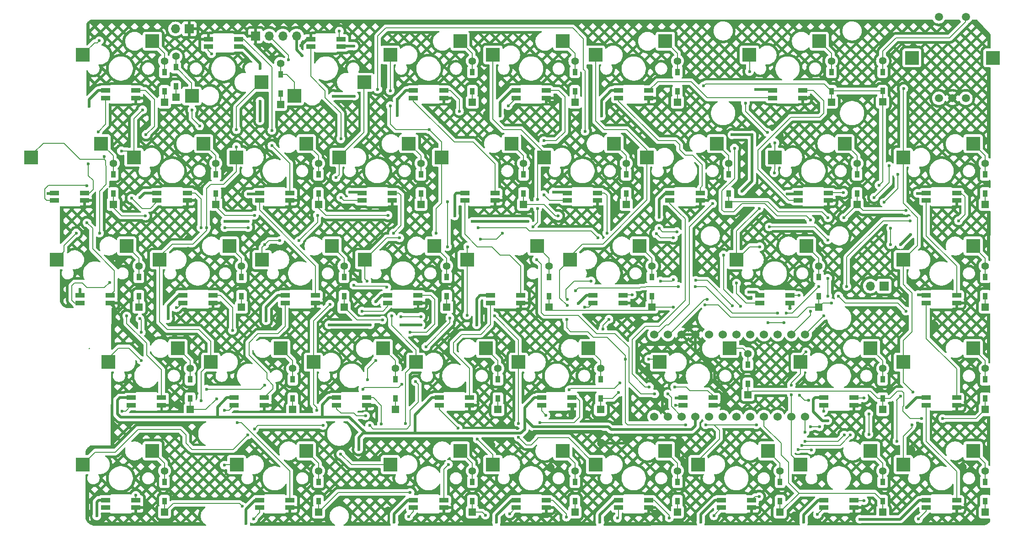
<source format=gbr>
%TF.GenerationSoftware,KiCad,Pcbnew,8.0.8*%
%TF.CreationDate,2025-04-15T16:41:42+09:00*%
%TF.ProjectId,sswkbd_right,7373776b-6264-45f7-9269-6768742e6b69,rev?*%
%TF.SameCoordinates,Original*%
%TF.FileFunction,Copper,L2,Bot*%
%TF.FilePolarity,Positive*%
%FSLAX46Y46*%
G04 Gerber Fmt 4.6, Leading zero omitted, Abs format (unit mm)*
G04 Created by KiCad (PCBNEW 8.0.8) date 2025-04-15 16:41:42*
%MOMM*%
%LPD*%
G01*
G04 APERTURE LIST*
%TA.AperFunction,ComponentPad*%
%ADD10R,1.397000X1.397000*%
%TD*%
%TA.AperFunction,SMDPad,CuDef*%
%ADD11R,0.950000X1.300000*%
%TD*%
%TA.AperFunction,ComponentPad*%
%ADD12C,1.397000*%
%TD*%
%TA.AperFunction,SMDPad,CuDef*%
%ADD13R,2.550000X2.500000*%
%TD*%
%TA.AperFunction,ComponentPad*%
%ADD14R,1.700000X1.700000*%
%TD*%
%TA.AperFunction,ComponentPad*%
%ADD15O,1.700000X1.700000*%
%TD*%
%TA.AperFunction,ComponentPad*%
%ADD16C,1.524000*%
%TD*%
%TA.AperFunction,SMDPad,CuDef*%
%ADD17R,1.700000X0.825000*%
%TD*%
%TA.AperFunction,ComponentPad*%
%ADD18R,2.500000X2.500000*%
%TD*%
%TA.AperFunction,ComponentPad*%
%ADD19C,1.500000*%
%TD*%
%TA.AperFunction,ViaPad*%
%ADD20C,0.600000*%
%TD*%
%TA.AperFunction,Conductor*%
%ADD21C,0.200000*%
%TD*%
%TA.AperFunction,Conductor*%
%ADD22C,0.500000*%
%TD*%
G04 APERTURE END LIST*
D10*
%TO.P,D32,1,K*%
%TO.N,row6*%
X366509249Y-98964950D03*
D11*
X366509249Y-96929950D03*
%TO.P,D32,2,A*%
%TO.N,Net-(D32-A)*%
X366509249Y-93379950D03*
D12*
X366509249Y-91344950D03*
%TD*%
D13*
%TO.P,SW13,1,1*%
%TO.N,col_r_2*%
X294328000Y-71220000D03*
%TO.P,SW13,2,2*%
%TO.N,Net-(D13-A)*%
X307255000Y-68680000D03*
%TD*%
D10*
%TO.P,D73,1,K*%
%TO.N,row9*%
X243034249Y-156014950D03*
D11*
X243034249Y-153979950D03*
%TO.P,D73,2,A*%
%TO.N,Net-(D73-A)*%
X243034249Y-150429950D03*
D12*
X243034249Y-148394950D03*
%TD*%
D10*
%TO.P,D46,1,K*%
%TO.N,row7*%
X304759249Y-117989950D03*
D11*
X304759249Y-115954950D03*
%TO.P,D46,2,A*%
%TO.N,Net-(D46-A)*%
X304759249Y-112404950D03*
D12*
X304759249Y-110369950D03*
%TD*%
D10*
%TO.P,D76,1,K*%
%TO.N,row9*%
X309509249Y-156014950D03*
D11*
X309509249Y-153979950D03*
%TO.P,D76,2,A*%
%TO.N,Net-(D76-A)*%
X309509249Y-150429950D03*
D12*
X309509249Y-148394950D03*
%TD*%
D10*
%TO.P,D74,1,K*%
%TO.N,row9*%
X271509249Y-156014950D03*
D11*
X271509249Y-153979950D03*
%TO.P,D74,2,A*%
%TO.N,Net-(D74-A)*%
X271509249Y-150429950D03*
D12*
X271509249Y-148394950D03*
%TD*%
D10*
%TO.P,D15,1,K*%
%TO.N,row5*%
X347491000Y-79958000D03*
D11*
X347491000Y-77923000D03*
%TO.P,D15,2,A*%
%TO.N,Net-(D15-A)*%
X347491000Y-74373000D03*
D12*
X347491000Y-72338000D03*
%TD*%
D10*
%TO.P,D44,1,K*%
%TO.N,row7*%
X266759249Y-117989950D03*
D11*
X266759249Y-115954950D03*
%TO.P,D44,2,A*%
%TO.N,Net-(D44-A)*%
X266759249Y-112404950D03*
D12*
X266759249Y-110369950D03*
%TD*%
D13*
%TO.P,SW28,1,1*%
%TO.N,col_r_4*%
X265828000Y-90220000D03*
%TO.P,SW28,2,2*%
%TO.N,Net-(D28-A)*%
X278755000Y-87680000D03*
%TD*%
%TO.P,SW75,1,1*%
%TO.N,col_r_4*%
X275328000Y-147220000D03*
%TO.P,SW75,2,2*%
%TO.N,Net-(D75-A)*%
X288255000Y-144680000D03*
%TD*%
D10*
%TO.P,D43,1,K*%
%TO.N,row7*%
X247759249Y-117989950D03*
D11*
X247759249Y-115954950D03*
%TO.P,D43,2,A*%
%TO.N,Net-(D43-A)*%
X247759249Y-112404950D03*
D12*
X247759249Y-110369950D03*
%TD*%
D10*
%TO.P,D41,1,K*%
%TO.N,row7*%
X209759249Y-117989950D03*
D11*
X209759249Y-115954950D03*
%TO.P,D41,2,A*%
%TO.N,Net-(D41-A)*%
X209759249Y-112404950D03*
D12*
X209759249Y-110369950D03*
%TD*%
D13*
%TO.P,SW8,1,1*%
%TO.N,col_r_7*%
X199328000Y-71220000D03*
%TO.P,SW8,2,2*%
%TO.N,Net-(D8-A)*%
X212255000Y-68680000D03*
%TD*%
%TO.P,SW26,1,1*%
%TO.N,col_r_6*%
X227828000Y-90220000D03*
%TO.P,SW26,2,2*%
%TO.N,Net-(D26-A)*%
X240755000Y-87680000D03*
%TD*%
D10*
%TO.P,D11,1,K*%
%TO.N,row5*%
X271509249Y-79964950D03*
D11*
X271509249Y-77929950D03*
%TO.P,D11,2,A*%
%TO.N,Net-(D11-A)*%
X271509249Y-74379950D03*
D12*
X271509249Y-72344950D03*
%TD*%
D13*
%TO.P,SW29,1,1*%
%TO.N,col_r_3*%
X284828000Y-90220000D03*
%TO.P,SW29,2,2*%
%TO.N,Net-(D29-A)*%
X297755000Y-87680000D03*
%TD*%
%TO.P,SW41,1,1*%
%TO.N,col_r_7*%
X194578000Y-109220000D03*
%TO.P,SW41,2,2*%
%TO.N,Net-(D41-A)*%
X207505000Y-106680000D03*
%TD*%
%TO.P,SW77,1,1*%
%TO.N,col_r_2*%
X313328000Y-147220000D03*
%TO.P,SW77,2,2*%
%TO.N,Net-(D77-A)*%
X326255000Y-144680000D03*
%TD*%
%TO.P,SW73,1,1*%
%TO.N,col_r_6*%
X227853000Y-147220000D03*
%TO.P,SW73,2,2*%
%TO.N,Net-(D73-A)*%
X240780000Y-144680000D03*
%TD*%
%TO.P,SW43,1,1*%
%TO.N,col_r_5*%
X232578000Y-109220000D03*
%TO.P,SW43,2,2*%
%TO.N,Net-(D43-A)*%
X245505000Y-106680000D03*
%TD*%
D10*
%TO.P,D59,1,K*%
%TO.N,row8*%
X257259249Y-137014950D03*
D11*
X257259249Y-134979950D03*
%TO.P,D59,2,A*%
%TO.N,Net-(D59-A)*%
X257259249Y-131429950D03*
D12*
X257259249Y-129394950D03*
%TD*%
D10*
%TO.P,D9,1,K*%
%TO.N,row5*%
X216600000Y-79110000D03*
D11*
X216600000Y-77075000D03*
%TO.P,D9,2,A*%
%TO.N,Net-(D9-A)*%
X216600000Y-73525000D03*
D12*
X216600000Y-71490000D03*
%TD*%
D10*
%TO.P,D42,1,K*%
%TO.N,row7*%
X228759249Y-117989950D03*
D11*
X228759249Y-115954950D03*
%TO.P,D42,2,A*%
%TO.N,Net-(D42-A)*%
X228759249Y-112404950D03*
D12*
X228759249Y-110369950D03*
%TD*%
D13*
%TO.P,SW76,1,1*%
%TO.N,col_r_3*%
X294328000Y-147220000D03*
%TO.P,SW76,2,2*%
%TO.N,Net-(D76-A)*%
X307255000Y-144680000D03*
%TD*%
D10*
%TO.P,D64,1,K*%
%TO.N,row8*%
X366509249Y-137014950D03*
D11*
X366509249Y-134979950D03*
%TO.P,D64,2,A*%
%TO.N,Net-(D64-A)*%
X366509249Y-131429950D03*
D12*
X366509249Y-129394950D03*
%TD*%
D13*
%TO.P,SW24,1,1*%
%TO.N,col_r_7*%
X189828000Y-90220000D03*
%TO.P,SW24,2,2*%
%TO.N,Net-(D24-A)*%
X202755000Y-87680000D03*
%TD*%
D14*
%TO.P,J4,1,Pin_1*%
%TO.N,Net-(J4-Pin_1)*%
X347775000Y-114100000D03*
D15*
%TO.P,J4,2,Pin_2*%
%TO.N,Net-(J4-Pin_2)*%
X345235000Y-114100000D03*
%TD*%
D13*
%TO.P,SW10,1,1*%
%TO.N,col_r_5*%
X251498000Y-76300000D03*
%TO.P,SW10,2,2*%
%TO.N,Net-(D10-A)*%
X238571000Y-78840000D03*
%TD*%
%TO.P,SW79,1,1*%
%TO.N,col_r_0*%
X351328000Y-147220000D03*
%TO.P,SW79,2,2*%
%TO.N,Net-(D79-A)*%
X364255000Y-144680000D03*
%TD*%
%TO.P,SW78,1,1*%
%TO.N,col_r_1*%
X332328000Y-147220000D03*
%TO.P,SW78,2,2*%
%TO.N,Net-(D78-A)*%
X345255000Y-144680000D03*
%TD*%
D10*
%TO.P,D8,1,K*%
%TO.N,row5*%
X214509249Y-79964950D03*
D11*
X214509249Y-77929950D03*
%TO.P,D8,2,A*%
%TO.N,Net-(D8-A)*%
X214509249Y-74379950D03*
D12*
X214509249Y-72344950D03*
%TD*%
D10*
%TO.P,D45,1,K*%
%TO.N,row7*%
X285759249Y-117989950D03*
D11*
X285759249Y-115954950D03*
%TO.P,D45,2,A*%
%TO.N,Net-(D45-A)*%
X285759249Y-112404950D03*
D12*
X285759249Y-110369950D03*
%TD*%
D10*
%TO.P,D24,1,K*%
%TO.N,row6*%
X205009249Y-98964950D03*
D11*
X205009249Y-96929950D03*
%TO.P,D24,2,A*%
%TO.N,Net-(D24-A)*%
X205009249Y-93379950D03*
D12*
X205009249Y-91344950D03*
%TD*%
D13*
%TO.P,SW58,1,1*%
%TO.N,col_r_6*%
X223078000Y-128220000D03*
%TO.P,SW58,2,2*%
%TO.N,Net-(D58-A)*%
X236005000Y-125680000D03*
%TD*%
D10*
%TO.P,D26,1,K*%
%TO.N,row6*%
X243009249Y-98964950D03*
D11*
X243009249Y-96929950D03*
%TO.P,D26,2,A*%
%TO.N,Net-(D26-A)*%
X243009249Y-93379950D03*
D12*
X243009249Y-91344950D03*
%TD*%
D10*
%TO.P,D14,1,K*%
%TO.N,row5*%
X338034249Y-79964950D03*
D11*
X338034249Y-77929950D03*
%TO.P,D14,2,A*%
%TO.N,Net-(D14-A)*%
X338034249Y-74379950D03*
D12*
X338034249Y-72344950D03*
%TD*%
D10*
%TO.P,D12,1,K*%
%TO.N,row5*%
X290509249Y-79964950D03*
D11*
X290509249Y-77929950D03*
%TO.P,D12,2,A*%
%TO.N,Net-(D12-A)*%
X290509249Y-74379950D03*
D12*
X290509249Y-72344950D03*
%TD*%
D13*
%TO.P,SW59,1,1*%
%TO.N,col_r_5*%
X242078000Y-128220000D03*
%TO.P,SW59,2,2*%
%TO.N,Net-(D59-A)*%
X255005000Y-125680000D03*
%TD*%
%TO.P,SW64,1,1*%
%TO.N,col_r_0*%
X351328000Y-128220000D03*
%TO.P,SW64,2,2*%
%TO.N,Net-(D64-A)*%
X364255000Y-125680000D03*
%TD*%
%TO.P,SW14,1,1*%
%TO.N,col_r_1*%
X322828000Y-71220000D03*
%TO.P,SW14,2,2*%
%TO.N,Net-(D14-A)*%
X335755000Y-68680000D03*
%TD*%
%TO.P,SW63,1,1*%
%TO.N,col_r_1*%
X332328000Y-128220000D03*
%TO.P,SW63,2,2*%
%TO.N,Net-(D63-A)*%
X345255000Y-125680000D03*
%TD*%
D10*
%TO.P,D29,1,K*%
%TO.N,row6*%
X300009249Y-98964950D03*
D11*
X300009249Y-96929950D03*
%TO.P,D29,2,A*%
%TO.N,Net-(D29-A)*%
X300009249Y-93379950D03*
D12*
X300009249Y-91344950D03*
%TD*%
D13*
%TO.P,SW60,1,1*%
%TO.N,col_r_4*%
X261078000Y-128220000D03*
%TO.P,SW60,2,2*%
%TO.N,Net-(D60-A)*%
X274005000Y-125680000D03*
%TD*%
%TO.P,SW9,1,1*%
%TO.N,col_r_6*%
X232498000Y-76300000D03*
%TO.P,SW9,2,2*%
%TO.N,Net-(D9-A)*%
X219571000Y-78840000D03*
%TD*%
%TO.P,SW12,1,1*%
%TO.N,col_r_3*%
X275328000Y-71220000D03*
%TO.P,SW12,2,2*%
%TO.N,Net-(D12-A)*%
X288255000Y-68680000D03*
%TD*%
D10*
%TO.P,D47,1,K*%
%TO.N,row7*%
X335659249Y-117989950D03*
D11*
X335659249Y-115954950D03*
%TO.P,D47,2,A*%
%TO.N,Net-(D47-A)*%
X335659249Y-112404950D03*
D12*
X335659249Y-110369950D03*
%TD*%
D13*
%TO.P,SW27,1,1*%
%TO.N,col_r_5*%
X246828000Y-90220000D03*
%TO.P,SW27,2,2*%
%TO.N,Net-(D27-A)*%
X259755000Y-87680000D03*
%TD*%
D10*
%TO.P,D62,1,K*%
%TO.N,row8*%
X322550000Y-134260000D03*
D11*
X322550000Y-132225000D03*
%TO.P,D62,2,A*%
%TO.N,Net-(D62-A)*%
X322550000Y-128675000D03*
D12*
X322550000Y-126640000D03*
%TD*%
D10*
%TO.P,D48,1,K*%
%TO.N,row7*%
X366509249Y-117989950D03*
D11*
X366509249Y-115954950D03*
%TO.P,D48,2,A*%
%TO.N,Net-(D48-A)*%
X366509249Y-112404950D03*
D12*
X366509249Y-110369950D03*
%TD*%
D13*
%TO.P,SW47,1,1*%
%TO.N,col_r_1*%
X320453000Y-109220000D03*
%TO.P,SW47,2,2*%
%TO.N,Net-(D47-A)*%
X333380000Y-106680000D03*
%TD*%
D10*
%TO.P,D25,1,K*%
%TO.N,row6*%
X224009249Y-98964950D03*
D11*
X224009249Y-96929950D03*
%TO.P,D25,2,A*%
%TO.N,Net-(D25-A)*%
X224009249Y-93379950D03*
D12*
X224009249Y-91344950D03*
%TD*%
D10*
%TO.P,D28,1,K*%
%TO.N,row6*%
X281009249Y-98964950D03*
D11*
X281009249Y-96929950D03*
%TO.P,D28,2,A*%
%TO.N,Net-(D28-A)*%
X281009249Y-93379950D03*
D12*
X281009249Y-91344950D03*
%TD*%
D10*
%TO.P,D61,1,K*%
%TO.N,row8*%
X295259249Y-137014950D03*
D11*
X295259249Y-134979950D03*
%TO.P,D61,2,A*%
%TO.N,Net-(D61-A)*%
X295259249Y-131429950D03*
D12*
X295259249Y-129394950D03*
%TD*%
D14*
%TO.P,J3,1,Pin_1*%
%TO.N,GND2*%
X231340000Y-67700000D03*
D15*
%TO.P,J3,2,Pin_2*%
%TO.N,SPLIT_R*%
X233880000Y-67700000D03*
%TO.P,J3,3,Pin_3*%
%TO.N,unconnected-(J3-Pin_3-Pad3)*%
X236420000Y-67700000D03*
%TO.P,J3,4,Pin_4*%
%TO.N,VCC2*%
X238960000Y-67700000D03*
%TD*%
D10*
%TO.P,D77,1,K*%
%TO.N,row9*%
X328509249Y-156014950D03*
D11*
X328509249Y-153979950D03*
%TO.P,D77,2,A*%
%TO.N,Net-(D77-A)*%
X328509249Y-150429950D03*
D12*
X328509249Y-148394950D03*
%TD*%
D16*
%TO.P,U2,1,TX0/D3*%
%TO.N,SPLIT_R*%
X305200000Y-123090000D03*
%TO.P,U2,2,RX1/D2*%
%TO.N,LED_R*%
X307740000Y-123090000D03*
%TO.P,U2,3,GND*%
%TO.N,GND2*%
X310280000Y-123090000D03*
%TO.P,U2,4,GND*%
X312820000Y-123090000D03*
%TO.P,U2,5,2/D1/SDA*%
%TO.N,unconnected-(U2-2{slash}D1{slash}SDA-Pad5)*%
X315360000Y-123090000D03*
%TO.P,U2,6,3/D0/SCL*%
%TO.N,unconnected-(U2-3{slash}D0{slash}SCL-Pad6)*%
X317900000Y-123090000D03*
%TO.P,U2,7,4/D4*%
%TO.N,col_r_8*%
X320440000Y-123090000D03*
%TO.P,U2,8,5/C6*%
%TO.N,col_r_7*%
X322980000Y-123090000D03*
%TO.P,U2,9,6/D7*%
%TO.N,col_r_6*%
X325520000Y-123090000D03*
%TO.P,U2,10,7/E6*%
%TO.N,col_r_5*%
X328060000Y-123090000D03*
%TO.P,U2,11,8/B4*%
%TO.N,col_r_4*%
X330600000Y-123090000D03*
%TO.P,U2,12,9/B5*%
%TO.N,col_r_3*%
X333140000Y-123090000D03*
%TO.P,U2,13,B6/10*%
%TO.N,col_r_2*%
X333140000Y-138310000D03*
%TO.P,U2,14,B2/16*%
%TO.N,col_r_1*%
X330600000Y-138310000D03*
%TO.P,U2,15,B3/14*%
%TO.N,col_r_0*%
X328060000Y-138310000D03*
%TO.P,U2,16,B1/15*%
%TO.N,row9*%
X325520000Y-138310000D03*
%TO.P,U2,17,F7/A0*%
%TO.N,row8*%
X322980000Y-138310000D03*
%TO.P,U2,18,F6/A1*%
%TO.N,row7*%
X320440000Y-138310000D03*
%TO.P,U2,19,F5/A2*%
%TO.N,row6*%
X317900000Y-138310000D03*
%TO.P,U2,20,F4/A3*%
%TO.N,row5*%
X315360000Y-138310000D03*
%TO.P,U2,21,VCC*%
%TO.N,VCC2*%
X312820000Y-138310000D03*
%TO.P,U2,22,RST*%
%TO.N,RST_R*%
X310280000Y-138310000D03*
%TO.P,U2,23,GND*%
%TO.N,GND2*%
X307740000Y-138310000D03*
%TO.P,U2,24,RAW*%
%TO.N,unconnected-(U2-RAW-Pad24)*%
X305200000Y-138310000D03*
%TD*%
D10*
%TO.P,D10,1,K*%
%TO.N,row5*%
X236000000Y-80410000D03*
D11*
X236000000Y-78375000D03*
%TO.P,D10,2,A*%
%TO.N,Net-(D10-A)*%
X236000000Y-74825000D03*
D12*
X236000000Y-72790000D03*
%TD*%
D10*
%TO.P,D57,1,K*%
%TO.N,row8*%
X219259249Y-137014950D03*
D11*
X219259249Y-134979950D03*
%TO.P,D57,2,A*%
%TO.N,Net-(D57-A)*%
X219259249Y-131429950D03*
D12*
X219259249Y-129394950D03*
%TD*%
D10*
%TO.P,D75,1,K*%
%TO.N,row9*%
X290509249Y-156014950D03*
D11*
X290509249Y-153979950D03*
%TO.P,D75,2,A*%
%TO.N,Net-(D75-A)*%
X290509249Y-150429950D03*
D12*
X290509249Y-148394950D03*
%TD*%
D13*
%TO.P,SW62,1,1*%
%TO.N,col_r_2*%
X306203000Y-128220000D03*
%TO.P,SW62,2,2*%
%TO.N,Net-(D62-A)*%
X319130000Y-125680000D03*
%TD*%
%TO.P,SW31,1,1*%
%TO.N,col_r_1*%
X327578000Y-90220000D03*
%TO.P,SW31,2,2*%
%TO.N,Net-(D31-A)*%
X340505000Y-87680000D03*
%TD*%
D10*
%TO.P,D60,1,K*%
%TO.N,row8*%
X276259249Y-137014950D03*
D11*
X276259249Y-134979950D03*
%TO.P,D60,2,A*%
%TO.N,Net-(D60-A)*%
X276259249Y-131429950D03*
D12*
X276259249Y-129394950D03*
%TD*%
D13*
%TO.P,SW61,1,1*%
%TO.N,col_r_3*%
X280078000Y-128220000D03*
%TO.P,SW61,2,2*%
%TO.N,Net-(D61-A)*%
X293005000Y-125680000D03*
%TD*%
%TO.P,SW48,1,1*%
%TO.N,col_r_0*%
X351328000Y-109220000D03*
%TO.P,SW48,2,2*%
%TO.N,Net-(D48-A)*%
X364255000Y-106680000D03*
%TD*%
D10*
%TO.P,D13,1,K*%
%TO.N,row5*%
X309509249Y-79964950D03*
D11*
X309509249Y-77929950D03*
%TO.P,D13,2,A*%
%TO.N,Net-(D13-A)*%
X309509249Y-74379950D03*
D12*
X309509249Y-72344950D03*
%TD*%
D10*
%TO.P,D27,1,K*%
%TO.N,row6*%
X262009249Y-98964950D03*
D11*
X262009249Y-96929950D03*
%TO.P,D27,2,A*%
%TO.N,Net-(D27-A)*%
X262009249Y-93379950D03*
D12*
X262009249Y-91344950D03*
%TD*%
D13*
%TO.P,SW30,1,1*%
%TO.N,col_r_2*%
X303828000Y-90220000D03*
%TO.P,SW30,2,2*%
%TO.N,Net-(D30-A)*%
X316755000Y-87680000D03*
%TD*%
%TO.P,SW32,1,1*%
%TO.N,col_r_0*%
X351328000Y-90220000D03*
%TO.P,SW32,2,2*%
%TO.N,Net-(D32-A)*%
X364255000Y-87680000D03*
%TD*%
%TO.P,SW11,1,1*%
%TO.N,col_r_4*%
X256328000Y-71220000D03*
%TO.P,SW11,2,2*%
%TO.N,Net-(D11-A)*%
X269255000Y-68680000D03*
%TD*%
%TO.P,SW25,1,1*%
%TO.N,col_r_7*%
X208828000Y-90220000D03*
%TO.P,SW25,2,2*%
%TO.N,Net-(D25-A)*%
X221755000Y-87680000D03*
%TD*%
D10*
%TO.P,D79,1,K*%
%TO.N,row9*%
X366509249Y-156014950D03*
D11*
X366509249Y-153979950D03*
%TO.P,D79,2,A*%
%TO.N,Net-(D79-A)*%
X366509249Y-150429950D03*
D12*
X366509249Y-148394950D03*
%TD*%
D13*
%TO.P,SW72,1,1*%
%TO.N,col_r_8*%
X199328000Y-147220000D03*
%TO.P,SW72,2,2*%
%TO.N,Net-(D72-A)*%
X212255000Y-144680000D03*
%TD*%
D14*
%TO.P,SW81,1,1*%
%TO.N,GND2*%
X219075000Y-66400000D03*
D15*
%TO.P,SW81,2,2*%
%TO.N,RST_R*%
X216535000Y-66400000D03*
%TD*%
D10*
%TO.P,D78,1,K*%
%TO.N,row9*%
X347509249Y-156014950D03*
D11*
X347509249Y-153979950D03*
%TO.P,D78,2,A*%
%TO.N,Net-(D78-A)*%
X347509249Y-150429950D03*
D12*
X347509249Y-148394950D03*
%TD*%
D13*
%TO.P,SW44,1,1*%
%TO.N,col_r_4*%
X251578000Y-109220000D03*
%TO.P,SW44,2,2*%
%TO.N,Net-(D44-A)*%
X264505000Y-106680000D03*
%TD*%
D10*
%TO.P,D58,1,K*%
%TO.N,row8*%
X238259249Y-137014950D03*
D11*
X238259249Y-134979950D03*
%TO.P,D58,2,A*%
%TO.N,Net-(D58-A)*%
X238259249Y-131429950D03*
D12*
X238259249Y-129394950D03*
%TD*%
D13*
%TO.P,SW74,1,1*%
%TO.N,col_r_5*%
X256328000Y-147220000D03*
%TO.P,SW74,2,2*%
%TO.N,Net-(D74-A)*%
X269255000Y-144680000D03*
%TD*%
%TO.P,SW42,1,1*%
%TO.N,col_r_6*%
X213578000Y-109220000D03*
%TO.P,SW42,2,2*%
%TO.N,Net-(D42-A)*%
X226505000Y-106680000D03*
%TD*%
D10*
%TO.P,D31,1,K*%
%TO.N,row6*%
X342784249Y-98964950D03*
D11*
X342784249Y-96929950D03*
%TO.P,D31,2,A*%
%TO.N,Net-(D31-A)*%
X342784249Y-93379950D03*
D12*
X342784249Y-91344950D03*
%TD*%
D10*
%TO.P,D72,1,K*%
%TO.N,row9*%
X214509249Y-156014950D03*
D11*
X214509249Y-153979950D03*
%TO.P,D72,2,A*%
%TO.N,Net-(D72-A)*%
X214509249Y-150429950D03*
D12*
X214509249Y-148394950D03*
%TD*%
D13*
%TO.P,SW45,1,1*%
%TO.N,col_r_3*%
X270578000Y-109220000D03*
%TO.P,SW45,2,2*%
%TO.N,Net-(D45-A)*%
X283505000Y-106680000D03*
%TD*%
D10*
%TO.P,D30,1,K*%
%TO.N,row6*%
X319009249Y-98964950D03*
D11*
X319009249Y-96929950D03*
%TO.P,D30,2,A*%
%TO.N,Net-(D30-A)*%
X319009249Y-93379950D03*
D12*
X319009249Y-91344950D03*
%TD*%
D10*
%TO.P,D63,1,K*%
%TO.N,row8*%
X347509249Y-137014950D03*
D11*
X347509249Y-134979950D03*
%TO.P,D63,2,A*%
%TO.N,Net-(D63-A)*%
X347509249Y-131429950D03*
D12*
X347509249Y-129394950D03*
%TD*%
D13*
%TO.P,SW46,1,1*%
%TO.N,col_r_2*%
X289578000Y-109220000D03*
%TO.P,SW46,2,2*%
%TO.N,Net-(D46-A)*%
X302505000Y-106680000D03*
%TD*%
D17*
%TO.P,LED77,1,VDD*%
%TO.N,VCC2*%
X208363000Y-134822999D03*
%TO.P,LED77,2,DOUT*%
%TO.N,Net-(LED77-DOUT)*%
X208363000Y-136223000D03*
%TO.P,LED77,3,VSS*%
%TO.N,GND2*%
X213963000Y-136223001D03*
%TO.P,LED77,4,DIN*%
%TO.N,Net-(LED76-DOUT)*%
X213963000Y-134823000D03*
%TD*%
%TO.P,LED70,1,VDD*%
%TO.N,VCC2*%
X227363000Y-134822999D03*
%TO.P,LED70,2,DOUT*%
%TO.N,Net-(LED70-DOUT)*%
X227363000Y-136223000D03*
%TO.P,LED70,3,VSS*%
%TO.N,GND2*%
X232963000Y-136223001D03*
%TO.P,LED70,4,DIN*%
%TO.N,Net-(LED69-DOUT)*%
X232963000Y-134823000D03*
%TD*%
D18*
%TO.P,SW15,*%
%TO.N,*%
X367913000Y-71760000D03*
X352913000Y-71760000D03*
D19*
%TO.P,SW15,A,A*%
%TO.N,Net-(J4-Pin_2)*%
X357913000Y-79260000D03*
%TO.P,SW15,B,B*%
%TO.N,Net-(J4-Pin_1)*%
X362913000Y-79260000D03*
%TO.P,SW15,C,C*%
%TO.N,GND2*%
X360413000Y-79260000D03*
%TO.P,SW15,S1,S1*%
%TO.N,Net-(D15-A)*%
X362913000Y-64160000D03*
%TO.P,SW15,S2,S2*%
%TO.N,col_r_0*%
X357913000Y-64160000D03*
%TD*%
D17*
%TO.P,LED71,1,VDD*%
%TO.N,VCC2*%
X232138000Y-153822999D03*
%TO.P,LED71,2,DOUT*%
%TO.N,Net-(LED71-DOUT)*%
X232138000Y-155223000D03*
%TO.P,LED71,3,VSS*%
%TO.N,GND2*%
X237738000Y-155223001D03*
%TO.P,LED71,4,DIN*%
%TO.N,Net-(LED70-DOUT)*%
X237738000Y-153823000D03*
%TD*%
%TO.P,LED58,1,VDD*%
%TO.N,VCC2*%
X260613000Y-77822999D03*
%TO.P,LED58,2,DOUT*%
%TO.N,Net-(LED58-DOUT)*%
X260613000Y-79223000D03*
%TO.P,LED58,3,VSS*%
%TO.N,GND2*%
X266213000Y-79223001D03*
%TO.P,LED58,4,DIN*%
%TO.N,Net-(LED57-DOUT)*%
X266213000Y-77823000D03*
%TD*%
%TO.P,LED52,1,VDD*%
%TO.N,VCC2*%
X298613000Y-153822999D03*
%TO.P,LED52,2,DOUT*%
%TO.N,Net-(LED52-DOUT)*%
X298613000Y-155223000D03*
%TO.P,LED52,3,VSS*%
%TO.N,GND2*%
X304213000Y-155223001D03*
%TO.P,LED52,4,DIN*%
%TO.N,Net-(LED51-DOUT)*%
X304213000Y-153823000D03*
%TD*%
%TO.P,LED60,1,VDD*%
%TO.N,VCC2*%
X274863000Y-115822999D03*
%TO.P,LED60,2,DOUT*%
%TO.N,Net-(LED60-DOUT)*%
X274863000Y-117223000D03*
%TO.P,LED60,3,VSS*%
%TO.N,GND2*%
X280463000Y-117223001D03*
%TO.P,LED60,4,DIN*%
%TO.N,Net-(LED59-DOUT)*%
X280463000Y-115823000D03*
%TD*%
%TO.P,LED76,1,VDD*%
%TO.N,VCC2*%
X198863000Y-115822999D03*
%TO.P,LED76,2,DOUT*%
%TO.N,Net-(LED76-DOUT)*%
X198863000Y-117223000D03*
%TO.P,LED76,3,VSS*%
%TO.N,GND2*%
X204463000Y-117223001D03*
%TO.P,LED76,4,DIN*%
%TO.N,Net-(LED75-DOUT)*%
X204463000Y-115823000D03*
%TD*%
%TO.P,LED46,1,VDD*%
%TO.N,VCC2*%
X331863000Y-96822999D03*
%TO.P,LED46,2,DOUT*%
%TO.N,Net-(LED46-DOUT)*%
X331863000Y-98223000D03*
%TO.P,LED46,3,VSS*%
%TO.N,GND2*%
X337463000Y-98223001D03*
%TO.P,LED46,4,DIN*%
%TO.N,Net-(LED45-DOUT)*%
X337463000Y-96823000D03*
%TD*%
%TO.P,LED68,1,VDD*%
%TO.N,VCC2*%
X232113000Y-96822999D03*
%TO.P,LED68,2,DOUT*%
%TO.N,Net-(LED68-DOUT)*%
X232113000Y-98223000D03*
%TO.P,LED68,3,VSS*%
%TO.N,GND2*%
X237713000Y-98223001D03*
%TO.P,LED68,4,DIN*%
%TO.N,Net-(LED67-DOUT)*%
X237713000Y-96823000D03*
%TD*%
%TO.P,LED45,1,VDD*%
%TO.N,VCC2*%
X324738000Y-115822999D03*
%TO.P,LED45,2,DOUT*%
%TO.N,Net-(LED45-DOUT)*%
X324738000Y-117223000D03*
%TO.P,LED45,3,VSS*%
%TO.N,GND2*%
X330338000Y-117223001D03*
%TO.P,LED45,4,DIN*%
%TO.N,Net-(LED44-DOUT)*%
X330338000Y-115823000D03*
%TD*%
%TO.P,LED50,1,VDD*%
%TO.N,VCC2*%
X310488000Y-134822999D03*
%TO.P,LED50,2,DOUT*%
%TO.N,Net-(LED50-DOUT)*%
X310488000Y-136223000D03*
%TO.P,LED50,3,VSS*%
%TO.N,GND2*%
X316088000Y-136223001D03*
%TO.P,LED50,4,DIN*%
%TO.N,Net-(LED49-DOUT)*%
X316088000Y-134823000D03*
%TD*%
%TO.P,LED62,1,VDD*%
%TO.N,VCC2*%
X260613000Y-153822999D03*
%TO.P,LED62,2,DOUT*%
%TO.N,Net-(LED62-DOUT)*%
X260613000Y-155223000D03*
%TO.P,LED62,3,VSS*%
%TO.N,GND2*%
X266213000Y-155223001D03*
%TO.P,LED62,4,DIN*%
%TO.N,Net-(LED61-DOUT)*%
X266213000Y-153823000D03*
%TD*%
%TO.P,LED69,1,VDD*%
%TO.N,VCC2*%
X236863000Y-115822999D03*
%TO.P,LED69,2,DOUT*%
%TO.N,Net-(LED69-DOUT)*%
X236863000Y-117223000D03*
%TO.P,LED69,3,VSS*%
%TO.N,GND2*%
X242463000Y-117223001D03*
%TO.P,LED69,4,DIN*%
%TO.N,Net-(LED68-DOUT)*%
X242463000Y-115823000D03*
%TD*%
%TO.P,LED64,1,VDD*%
%TO.N,VCC2*%
X255863000Y-115822999D03*
%TO.P,LED64,2,DOUT*%
%TO.N,Net-(LED64-DOUT)*%
X255863000Y-117223000D03*
%TO.P,LED64,3,VSS*%
%TO.N,GND2*%
X261463000Y-117223001D03*
%TO.P,LED64,4,DIN*%
%TO.N,Net-(LED63-DOUT)*%
X261463000Y-115823000D03*
%TD*%
%TO.P,LED74,1,VDD*%
%TO.N,VCC2*%
X203613000Y-77822999D03*
%TO.P,LED74,2,DOUT*%
%TO.N,Net-(LED74-DOUT)*%
X203613000Y-79223000D03*
%TO.P,LED74,3,VSS*%
%TO.N,GND2*%
X209213000Y-79223001D03*
%TO.P,LED74,4,DIN*%
%TO.N,Net-(LED73-DOUT)*%
X209213000Y-77823000D03*
%TD*%
%TO.P,LED63,1,VDD*%
%TO.N,VCC2*%
X246363000Y-134822999D03*
%TO.P,LED63,2,DOUT*%
%TO.N,Net-(LED63-DOUT)*%
X246363000Y-136223000D03*
%TO.P,LED63,3,VSS*%
%TO.N,GND2*%
X251963000Y-136223001D03*
%TO.P,LED63,4,DIN*%
%TO.N,Net-(LED62-DOUT)*%
X251963000Y-134823000D03*
%TD*%
%TO.P,LED61,1,VDD*%
%TO.N,VCC2*%
X265363000Y-134822999D03*
%TO.P,LED61,2,DOUT*%
%TO.N,Net-(LED61-DOUT)*%
X265363000Y-136223000D03*
%TO.P,LED61,3,VSS*%
%TO.N,GND2*%
X270963000Y-136223001D03*
%TO.P,LED61,4,DIN*%
%TO.N,Net-(LED60-DOUT)*%
X270963000Y-134823000D03*
%TD*%
%TO.P,LED41,1,VDD*%
%TO.N,VCC2*%
X355613000Y-134822999D03*
%TO.P,LED41,2,DOUT*%
%TO.N,Net-(LED41-DOUT)*%
X355613000Y-136223000D03*
%TO.P,LED41,3,VSS*%
%TO.N,GND2*%
X361213000Y-136223001D03*
%TO.P,LED41,4,DIN*%
%TO.N,Net-(LED40-DOUT)*%
X361213000Y-134823000D03*
%TD*%
%TO.P,LED59,1,VDD*%
%TO.N,VCC2*%
X270113000Y-96822999D03*
%TO.P,LED59,2,DOUT*%
%TO.N,Net-(LED59-DOUT)*%
X270113000Y-98223000D03*
%TO.P,LED59,3,VSS*%
%TO.N,GND2*%
X275713000Y-98223001D03*
%TO.P,LED59,4,DIN*%
%TO.N,Net-(LED58-DOUT)*%
X275713000Y-96823000D03*
%TD*%
%TO.P,LED72,1,VDD*%
%TO.N,VCC2*%
X217863000Y-115822999D03*
%TO.P,LED72,2,DOUT*%
%TO.N,Net-(LED72-DOUT)*%
X217863000Y-117223000D03*
%TO.P,LED72,3,VSS*%
%TO.N,GND2*%
X223463000Y-117223001D03*
%TO.P,LED72,4,DIN*%
%TO.N,Net-(LED71-DOUT)*%
X223463000Y-115823000D03*
%TD*%
%TO.P,LED57,1,VDD*%
%TO.N,VCC2*%
X279613000Y-77822999D03*
%TO.P,LED57,2,DOUT*%
%TO.N,Net-(LED57-DOUT)*%
X279613000Y-79223000D03*
%TO.P,LED57,3,VSS*%
%TO.N,GND2*%
X285213000Y-79223001D03*
%TO.P,LED57,4,DIN*%
%TO.N,Net-(LED55-DOUT)*%
X285213000Y-77823000D03*
%TD*%
%TO.P,LED47,1,VDD*%
%TO.N,VCC2*%
X327113000Y-77822999D03*
%TO.P,LED47,2,DOUT*%
%TO.N,Net-(LED47-DOUT)*%
X327113000Y-79223000D03*
%TO.P,LED47,3,VSS*%
%TO.N,GND2*%
X332713000Y-79223001D03*
%TO.P,LED47,4,DIN*%
%TO.N,Net-(LED46-DOUT)*%
X332713000Y-77823000D03*
%TD*%
%TO.P,LED48,1,VDD*%
%TO.N,VCC2*%
X298613000Y-77822999D03*
%TO.P,LED48,2,DOUT*%
%TO.N,Net-(LED48-DOUT)*%
X298613000Y-79223000D03*
%TO.P,LED48,3,VSS*%
%TO.N,GND2*%
X304213000Y-79223001D03*
%TO.P,LED48,4,DIN*%
%TO.N,Net-(LED47-DOUT)*%
X304213000Y-77823000D03*
%TD*%
%TO.P,LED73,1,VDD*%
%TO.N,VCC2*%
X213113000Y-96822999D03*
%TO.P,LED73,2,DOUT*%
%TO.N,Net-(LED73-DOUT)*%
X213113000Y-98223000D03*
%TO.P,LED73,3,VSS*%
%TO.N,GND2*%
X218713000Y-98223001D03*
%TO.P,LED73,4,DIN*%
%TO.N,Net-(LED72-DOUT)*%
X218713000Y-96823000D03*
%TD*%
%TO.P,LED43,1,VDD*%
%TO.N,VCC2*%
X336613000Y-153822999D03*
%TO.P,LED43,2,DOUT*%
%TO.N,Net-(LED43-DOUT)*%
X336613000Y-155223000D03*
%TO.P,LED43,3,VSS*%
%TO.N,GND2*%
X342213000Y-155223001D03*
%TO.P,LED43,4,DIN*%
%TO.N,Net-(LED42-DOUT)*%
X342213000Y-153823000D03*
%TD*%
%TO.P,LED49,1,VDD*%
%TO.N,VCC2*%
X308113000Y-96822999D03*
%TO.P,LED49,2,DOUT*%
%TO.N,Net-(LED49-DOUT)*%
X308113000Y-98223000D03*
%TO.P,LED49,3,VSS*%
%TO.N,GND2*%
X313713000Y-98223001D03*
%TO.P,LED49,4,DIN*%
%TO.N,Net-(LED48-DOUT)*%
X313713000Y-96823000D03*
%TD*%
%TO.P,LED78,1,VDD*%
%TO.N,VCC2*%
X203613000Y-153822999D03*
%TO.P,LED78,2,DOUT*%
%TO.N,unconnected-(LED78-DOUT-Pad2)*%
X203613000Y-155223000D03*
%TO.P,LED78,3,VSS*%
%TO.N,GND2*%
X209213000Y-155223001D03*
%TO.P,LED78,4,DIN*%
%TO.N,Net-(LED77-DOUT)*%
X209213000Y-153823000D03*
%TD*%
%TO.P,LED39,1,VDD*%
%TO.N,VCC2*%
X355613000Y-96822999D03*
%TO.P,LED39,2,DOUT*%
%TO.N,Net-(LED39-DOUT)*%
X355613000Y-98223000D03*
%TO.P,LED39,3,VSS*%
%TO.N,GND2*%
X361213000Y-98223001D03*
%TO.P,LED39,4,DIN*%
%TO.N,LED_R*%
X361213000Y-96823000D03*
%TD*%
%TO.P,LED44,1,VDD*%
%TO.N,VCC2*%
X336613000Y-134822999D03*
%TO.P,LED44,2,DOUT*%
%TO.N,Net-(LED44-DOUT)*%
X336613000Y-136223000D03*
%TO.P,LED44,3,VSS*%
%TO.N,GND2*%
X342213000Y-136223001D03*
%TO.P,LED44,4,DIN*%
%TO.N,Net-(LED43-DOUT)*%
X342213000Y-134823000D03*
%TD*%
%TO.P,LED75,1,VDD*%
%TO.N,VCC2*%
X194113000Y-96822999D03*
%TO.P,LED75,2,DOUT*%
%TO.N,Net-(LED75-DOUT)*%
X194113000Y-98223000D03*
%TO.P,LED75,3,VSS*%
%TO.N,GND2*%
X199713000Y-98223001D03*
%TO.P,LED75,4,DIN*%
%TO.N,Net-(LED74-DOUT)*%
X199713000Y-96823000D03*
%TD*%
%TO.P,LED51,1,VDD*%
%TO.N,VCC2*%
X317613000Y-153822999D03*
%TO.P,LED51,2,DOUT*%
%TO.N,Net-(LED51-DOUT)*%
X317613000Y-155223000D03*
%TO.P,LED51,3,VSS*%
%TO.N,GND2*%
X323213000Y-155223001D03*
%TO.P,LED51,4,DIN*%
%TO.N,Net-(LED50-DOUT)*%
X323213000Y-153823000D03*
%TD*%
%TO.P,LED42,1,VDD*%
%TO.N,VCC2*%
X355613000Y-153822999D03*
%TO.P,LED42,2,DOUT*%
%TO.N,Net-(LED42-DOUT)*%
X355613000Y-155223000D03*
%TO.P,LED42,3,VSS*%
%TO.N,GND2*%
X361213000Y-155223001D03*
%TO.P,LED42,4,DIN*%
%TO.N,Net-(LED41-DOUT)*%
X361213000Y-153823000D03*
%TD*%
%TO.P,LED56,1,VDD*%
%TO.N,VCC2*%
X293863000Y-115822999D03*
%TO.P,LED56,2,DOUT*%
%TO.N,Net-(LED55-DIN)*%
X293863000Y-117223000D03*
%TO.P,LED56,3,VSS*%
%TO.N,GND2*%
X299463000Y-117223001D03*
%TO.P,LED56,4,DIN*%
%TO.N,Net-(LED54-DOUT)*%
X299463000Y-115823000D03*
%TD*%
%TO.P,LED67,1,VDD*%
%TO.N,VCC2*%
X228213000Y-69697001D03*
%TO.P,LED67,2,DOUT*%
%TO.N,Net-(LED67-DOUT)*%
X228213000Y-68297000D03*
%TO.P,LED67,3,VSS*%
%TO.N,GND2*%
X222613000Y-68296999D03*
%TO.P,LED67,4,DIN*%
%TO.N,Net-(LED65-DOUT)*%
X222613000Y-69697000D03*
%TD*%
%TO.P,LED53,1,VDD*%
%TO.N,VCC2*%
X279613000Y-153822999D03*
%TO.P,LED53,2,DOUT*%
%TO.N,Net-(LED53-DOUT)*%
X279613000Y-155223000D03*
%TO.P,LED53,3,VSS*%
%TO.N,GND2*%
X285213000Y-155223001D03*
%TO.P,LED53,4,DIN*%
%TO.N,Net-(LED52-DOUT)*%
X285213000Y-153823000D03*
%TD*%
%TO.P,LED65,1,VDD*%
%TO.N,VCC2*%
X247212000Y-69697001D03*
%TO.P,LED65,2,DOUT*%
%TO.N,Net-(LED65-DOUT)*%
X247212000Y-68297000D03*
%TO.P,LED65,3,VSS*%
%TO.N,GND2*%
X241612000Y-68296999D03*
%TO.P,LED65,4,DIN*%
%TO.N,Net-(LED65-DIN)*%
X241612000Y-69697000D03*
%TD*%
%TO.P,LED66,1,VDD*%
%TO.N,VCC2*%
X251113000Y-96822999D03*
%TO.P,LED66,2,DOUT*%
%TO.N,Net-(LED65-DIN)*%
X251113000Y-98223000D03*
%TO.P,LED66,3,VSS*%
%TO.N,GND2*%
X256713000Y-98223001D03*
%TO.P,LED66,4,DIN*%
%TO.N,Net-(LED64-DOUT)*%
X256713000Y-96823000D03*
%TD*%
%TO.P,LED54,1,VDD*%
%TO.N,VCC2*%
X284363000Y-134822999D03*
%TO.P,LED54,2,DOUT*%
%TO.N,Net-(LED54-DOUT)*%
X284363000Y-136223000D03*
%TO.P,LED54,3,VSS*%
%TO.N,GND2*%
X289963000Y-136223001D03*
%TO.P,LED54,4,DIN*%
%TO.N,Net-(LED53-DOUT)*%
X289963000Y-134823000D03*
%TD*%
%TO.P,LED55,1,VDD*%
%TO.N,VCC2*%
X289113000Y-96822999D03*
%TO.P,LED55,2,DOUT*%
%TO.N,Net-(LED55-DOUT)*%
X289113000Y-98223000D03*
%TO.P,LED55,3,VSS*%
%TO.N,GND2*%
X294713000Y-98223001D03*
%TO.P,LED55,4,DIN*%
%TO.N,Net-(LED55-DIN)*%
X294713000Y-96823000D03*
%TD*%
%TO.P,LED40,1,VDD*%
%TO.N,VCC2*%
X355613000Y-115822999D03*
%TO.P,LED40,2,DOUT*%
%TO.N,Net-(LED40-DOUT)*%
X355613000Y-117223000D03*
%TO.P,LED40,3,VSS*%
%TO.N,GND2*%
X361213000Y-117223001D03*
%TO.P,LED40,4,DIN*%
%TO.N,Net-(LED39-DOUT)*%
X361213000Y-115823000D03*
%TD*%
D13*
%TO.P,SW57,1,1*%
%TO.N,col_r_7*%
X204078000Y-128220000D03*
%TO.P,SW57,2,2*%
%TO.N,Net-(D57-A)*%
X217005000Y-125680000D03*
%TD*%
D20*
%TO.N,row5*%
X314344000Y-76962000D03*
X331870000Y-144399000D03*
X348996000Y-106426000D03*
X350793000Y-134493000D03*
X334283000Y-144526000D03*
X350158000Y-142875000D03*
X346837000Y-95377000D03*
X348996000Y-103378000D03*
%TO.N,row6*%
X340326999Y-101422200D03*
X337388200Y-101422200D03*
X351809000Y-100076000D03*
X332505000Y-143637000D03*
X287420000Y-101092000D03*
X210966000Y-101092000D03*
X344951000Y-141605000D03*
X255905000Y-100965000D03*
X344951000Y-137795000D03*
X231159000Y-100965000D03*
X341522000Y-141732343D03*
%TO.N,row7*%
X339344000Y-115951000D03*
X340379000Y-141732000D03*
X333140000Y-142875000D03*
X338074000Y-117221000D03*
X308756000Y-117983000D03*
X262001000Y-119761000D03*
X254889000Y-120396000D03*
X314600000Y-117602000D03*
X351809000Y-118745000D03*
X258318000Y-119761000D03*
%TO.N,row8*%
X224174000Y-135001000D03*
X358648000Y-138684000D03*
X298596000Y-133858000D03*
X354730000Y-138684000D03*
%TO.N,col_r_7*%
X210204000Y-127889000D03*
X251225000Y-133223000D03*
X206521000Y-89027000D03*
X202457000Y-104267000D03*
X203327000Y-90043000D03*
X210458000Y-81407000D03*
X298850000Y-132080000D03*
X289452000Y-133350000D03*
X222269000Y-133223000D03*
X210204000Y-122682000D03*
X202438000Y-68580000D03*
X209950000Y-120142000D03*
X258499000Y-132300000D03*
X198139000Y-104267000D03*
X233064000Y-132461000D03*
%TO.N,col_r_6*%
X294786000Y-105156000D03*
X321202000Y-117856000D03*
X305581000Y-104394000D03*
X272561000Y-103251000D03*
X229997000Y-103251000D03*
X308756000Y-105156000D03*
X318027000Y-108331000D03*
X221253000Y-135382000D03*
X225571000Y-147320000D03*
X227828000Y-85090000D03*
X222269000Y-103251000D03*
X225679000Y-103251000D03*
X227828000Y-88265000D03*
%TO.N,col_r_5*%
X249574000Y-113919000D03*
X242716000Y-137160000D03*
X309645000Y-114173000D03*
X245129000Y-117475000D03*
X290595000Y-114935000D03*
X233064000Y-106426000D03*
X239414000Y-105664000D03*
X312800000Y-114173000D03*
X246272000Y-93980000D03*
X255670000Y-114300000D03*
X328060000Y-119126000D03*
X235858000Y-105664000D03*
X242843000Y-100965000D03*
X247151500Y-145278500D03*
%TO.N,col_r_4*%
X259099000Y-139573000D03*
X263544000Y-85090000D03*
X334156000Y-101873000D03*
X256328000Y-77851000D03*
X256328000Y-80645000D03*
X264795000Y-104267000D03*
X320059000Y-88519000D03*
X272434000Y-142494000D03*
X334156000Y-118800000D03*
X251987000Y-113157000D03*
X258064000Y-105156000D03*
X256559000Y-119634000D03*
%TO.N,col_r_3*%
X337331000Y-105537000D03*
X306089000Y-103378000D03*
X326517000Y-103124000D03*
X283610000Y-99695000D03*
X280054000Y-142160000D03*
X283610000Y-98044000D03*
X273050000Y-105410000D03*
X337331000Y-115951000D03*
X309391000Y-104013000D03*
X277050500Y-104330500D03*
X270656000Y-106807000D03*
X275609000Y-119634000D03*
X282721000Y-103124000D03*
X280078000Y-139573000D03*
X336569000Y-119634000D03*
X337331000Y-112649000D03*
X270529000Y-119507000D03*
%TO.N,col_r_2*%
X314725000Y-139827000D03*
X289000000Y-120300000D03*
X289071000Y-117700000D03*
X333140000Y-141224000D03*
X324123000Y-139827000D03*
X304184000Y-127635000D03*
X311042000Y-139827000D03*
X299866000Y-127635000D03*
%TO.N,col_r_1*%
X324758000Y-106807000D03*
X322091000Y-80137000D03*
X322853000Y-74295000D03*
X330600000Y-134239000D03*
X330600000Y-132461000D03*
X327552000Y-87503000D03*
X326155000Y-85598000D03*
X333330500Y-126301500D03*
X327425000Y-93091000D03*
X324631000Y-99695000D03*
%TO.N,col_r_0*%
X352952000Y-139827000D03*
X351428000Y-77470000D03*
X353079000Y-133731000D03*
X334156000Y-140208000D03*
X335807000Y-140208000D03*
%TO.N,col_r_8*%
X312900000Y-113030000D03*
X262909000Y-125349000D03*
X231159000Y-140589000D03*
X308756000Y-112903000D03*
X289071000Y-116586000D03*
X261004000Y-131826000D03*
X319678000Y-117729000D03*
X293516000Y-113157000D03*
X267354000Y-120015000D03*
X252495000Y-139954000D03*
X229889000Y-141732000D03*
X306343000Y-113157000D03*
X243859000Y-139954000D03*
%TO.N,SPLIT_R*%
X237490000Y-72136000D03*
X292400000Y-85400000D03*
X316000000Y-98800000D03*
X254000000Y-77597000D03*
%TO.N,GND2*%
X222200000Y-131800000D03*
X275000000Y-143600000D03*
X220400000Y-132500000D03*
X312900000Y-110800000D03*
X327100000Y-84900000D03*
X334137000Y-156845000D03*
X269300000Y-100800000D03*
X300882000Y-117221000D03*
X253500000Y-136300000D03*
X363601000Y-96901000D03*
X281000000Y-125100000D03*
X292627000Y-137922000D03*
X360800000Y-137600000D03*
X220500000Y-134000000D03*
X300501000Y-142367000D03*
X267400000Y-137700000D03*
X216800000Y-139500000D03*
X318300000Y-134500000D03*
X276700000Y-140400000D03*
X239776000Y-69469000D03*
X298977000Y-119507000D03*
X330363000Y-118263000D03*
X362300000Y-147700000D03*
X273600000Y-145000000D03*
X331216000Y-156718000D03*
X295421000Y-141132000D03*
X258318000Y-156845000D03*
X286000000Y-147800000D03*
X302660000Y-120904000D03*
X361213000Y-98198001D03*
X256713000Y-98223001D03*
X295421000Y-139065000D03*
X282993543Y-141052357D03*
X255900000Y-155800000D03*
X276600000Y-142500000D03*
X259207000Y-97409000D03*
X294713000Y-98198001D03*
X295421000Y-143256000D03*
X235900000Y-120100000D03*
X277749000Y-82042000D03*
X210900000Y-155200000D03*
X271000000Y-100800000D03*
X274320000Y-82169000D03*
X357100000Y-121400000D03*
X335300000Y-122100000D03*
X328400000Y-86200000D03*
X310280000Y-146558000D03*
X200533000Y-108585000D03*
X300900000Y-88400000D03*
X218900000Y-107100000D03*
X237700000Y-120100000D03*
X286400000Y-80000000D03*
X260000000Y-135000000D03*
X305835000Y-155829000D03*
X279200000Y-125100000D03*
X218900000Y-105400000D03*
X217000000Y-136100000D03*
X205232000Y-120777000D03*
X310026000Y-143002000D03*
X306300000Y-86200000D03*
X297700000Y-100000000D03*
X352800000Y-144500000D03*
X231700000Y-69500000D03*
X295500000Y-100200000D03*
X285200000Y-156400000D03*
X334000000Y-79100000D03*
X206121000Y-109347000D03*
X309400000Y-111800000D03*
X290087000Y-137922000D03*
X279900000Y-140500000D03*
X304200000Y-87100000D03*
%TO.N,VCC2*%
X230016000Y-97028000D03*
X350793000Y-106426000D03*
X281813000Y-102108000D03*
X306089000Y-101346000D03*
X253619000Y-116967000D03*
X351936000Y-136652000D03*
X295421000Y-82550000D03*
X225679000Y-102108000D03*
X268243000Y-101092000D03*
X332886000Y-157921509D03*
X200552000Y-80772000D03*
X352679000Y-104521000D03*
X323996000Y-77597000D03*
X244983000Y-121285000D03*
X323288000Y-86052000D03*
X232200000Y-83439000D03*
X262001000Y-121285000D03*
X248812000Y-96647000D03*
X258318000Y-121285000D03*
X192913000Y-96901000D03*
X232200000Y-73700000D03*
X198856600Y-114731800D03*
X329838000Y-97028000D03*
X309300000Y-134874000D03*
X322726000Y-115189000D03*
X321456000Y-96520000D03*
X353968000Y-96901000D03*
X313817000Y-157921509D03*
X319624000Y-86052000D03*
X275971000Y-157921509D03*
X276625000Y-82550000D03*
X257575000Y-82423000D03*
X249600000Y-69600000D03*
X286531000Y-96647000D03*
X232200000Y-79800000D03*
X249682000Y-78867000D03*
X215157000Y-120142000D03*
X295148000Y-157921509D03*
X245745000Y-78867000D03*
X297580000Y-140716000D03*
X229560000Y-158191200D03*
X250470000Y-144399000D03*
X337331000Y-139065000D03*
X354095000Y-115697000D03*
X257048000Y-157921509D03*
X229997000Y-102108000D03*
X201955400Y-156743400D03*
X343281000Y-157353000D03*
X209950000Y-97663000D03*
X240030000Y-71374000D03*
X257575000Y-79500000D03*
X233318000Y-120523000D03*
X252603000Y-121285000D03*
X291103000Y-117348000D03*
X271526000Y-102108000D03*
X272307000Y-121285000D03*
%TO.N,row9*%
X228873000Y-154940000D03*
X273939000Y-156591000D03*
X259988000Y-152400000D03*
%TO.N,LED_R*%
X340868000Y-114173000D03*
X329700000Y-119100000D03*
X335680000Y-114173000D03*
X329203000Y-120904000D03*
X314979000Y-116586000D03*
X352571000Y-101981000D03*
X361569000Y-101981000D03*
X326282000Y-120904000D03*
%TO.N,RST_R*%
X307700000Y-134100000D03*
X266900000Y-98500000D03*
X283400000Y-109200000D03*
X266900000Y-106807000D03*
X219600000Y-81400000D03*
X221000000Y-84400000D03*
X305300000Y-134100000D03*
%TO.N,Net-(LED42-DOUT)*%
X344062000Y-153924000D03*
X354149000Y-157318000D03*
%TO.N,Net-(LED43-DOUT)*%
X344062000Y-134874000D03*
X335426000Y-156464000D03*
%TO.N,Net-(LED44-DOUT)*%
X336569000Y-137287000D03*
X331997000Y-115824000D03*
X332124000Y-134366000D03*
X333829000Y-135309000D03*
%TO.N,Net-(LED45-DOUT)*%
X340252000Y-96774000D03*
X320440000Y-113538000D03*
%TO.N,Net-(LED49-DOUT)*%
X304300000Y-132800000D03*
X309000000Y-132800000D03*
%TO.N,Net-(LED50-DOUT)*%
X309200000Y-136248000D03*
X324631000Y-153162000D03*
%TO.N,Net-(LED51-DOUT)*%
X307994000Y-157099000D03*
X316249000Y-156718000D03*
%TO.N,Net-(LED52-DOUT)*%
X298386500Y-157162500D03*
X288944000Y-156972000D03*
%TO.N,Net-(LED53-DOUT)*%
X283991000Y-139446000D03*
X278403000Y-156337000D03*
%TO.N,Net-(LED54-DOUT)*%
X295700000Y-122100000D03*
X285134000Y-138049000D03*
X301136000Y-115697000D03*
X296818000Y-120269000D03*
%TO.N,Net-(LED55-DOUT)*%
X284753000Y-97155000D03*
X284753000Y-87122000D03*
%TO.N,Net-(LED55-DIN)*%
X296437000Y-104267000D03*
X292300000Y-118000000D03*
%TO.N,Net-(LED57-DOUT)*%
X269132000Y-81661000D03*
X278149000Y-80645000D03*
%TO.N,Net-(LED61-DOUT)*%
X268878000Y-140462000D03*
X267100000Y-147193000D03*
%TO.N,Net-(LED62-DOUT)*%
X254654000Y-139700000D03*
X259734000Y-156845000D03*
%TO.N,Net-(LED63-DOUT)*%
X259969000Y-122682000D03*
X252114000Y-131445000D03*
X251733000Y-138176000D03*
X253628500Y-127898500D03*
%TO.N,Net-(LED64-DOUT)*%
X251098000Y-118745000D03*
X256921000Y-104267000D03*
%TO.N,Net-(LED65-DIN)*%
X247161000Y-86800000D03*
X247161000Y-97663000D03*
%TO.N,Net-(LED65-DOUT)*%
X223200000Y-71000000D03*
X246900000Y-66800000D03*
%TO.N,Net-(LED67-DOUT)*%
X234400000Y-88077000D03*
X234400000Y-85217000D03*
%TO.N,Net-(LED70-DOUT)*%
X227984000Y-139446000D03*
X225571000Y-137160000D03*
%TO.N,Net-(LED71-DOUT)*%
X230987600Y-157302200D03*
X227095000Y-122301000D03*
%TO.N,Net-(LED72-DOUT)*%
X216681000Y-118110000D03*
X221253000Y-103251000D03*
%TO.N,Net-(LED73-DOUT)*%
X211083500Y-85988500D03*
X208426000Y-97790000D03*
%TO.N,Net-(LED74-DOUT)*%
X202203000Y-85471000D03*
X200406000Y-91440000D03*
%TO.N,Net-(LED75-DOUT)*%
X200152000Y-95504000D03*
X200152000Y-102362000D03*
%TO.N,Net-(LED76-DOUT)*%
X207518000Y-119634000D03*
X204343000Y-113411000D03*
%TO.N,Net-(LED77-DOUT)*%
X206648000Y-137287000D03*
X209188000Y-152908000D03*
%TO.N,Net-(J4-Pin_2)*%
X348700000Y-91800000D03*
X345942500Y-97657500D03*
%TO.N,Net-(J4-Pin_1)*%
X347775000Y-98552000D03*
X350300000Y-93400000D03*
%TD*%
D21*
%TO.N,row5*%
X350158000Y-135382000D02*
X350158000Y-136779000D01*
X334283000Y-144526000D02*
X334156000Y-144399000D01*
X309509249Y-77929950D02*
X309509249Y-79964950D01*
X347484050Y-77929950D02*
X347491000Y-77923000D01*
X346837000Y-95377000D02*
X347491000Y-94723000D01*
X347491000Y-77923000D02*
X347491000Y-79958000D01*
X338034249Y-77929950D02*
X338034249Y-79964950D01*
X350031000Y-135255000D02*
X350158000Y-135382000D01*
X348996000Y-103378000D02*
X348996000Y-106426000D01*
X350793000Y-134493000D02*
X350031000Y-135255000D01*
X334156000Y-144399000D02*
X331870000Y-144399000D01*
X271509249Y-77929950D02*
X271509249Y-79964950D01*
X214509249Y-77929950D02*
X214509249Y-79964950D01*
X347491000Y-94723000D02*
X347491000Y-79958000D01*
X236000000Y-78375000D02*
X236000000Y-80410000D01*
X338041199Y-77923000D02*
X338034249Y-77929950D01*
X216600000Y-77075000D02*
X216600000Y-79110000D01*
X290509249Y-77929950D02*
X290509249Y-79964950D01*
X336685299Y-76581000D02*
X314725000Y-76581000D01*
X350158000Y-136779000D02*
X350158000Y-142875000D01*
X338034249Y-77929950D02*
X336685299Y-76581000D01*
X347491000Y-77923000D02*
X338041199Y-77923000D01*
X314725000Y-76581000D02*
X314344000Y-76962000D01*
%TO.N,Net-(D8-A)*%
X212255000Y-68655000D02*
X212255000Y-68680000D01*
X212255000Y-68680000D02*
X214509249Y-70934249D01*
X214509249Y-72344950D02*
X214509249Y-74379950D01*
X214509249Y-70934249D02*
X214509249Y-72344950D01*
%TO.N,Net-(D9-A)*%
X219545000Y-78840000D02*
X219545000Y-76470000D01*
X216600000Y-73525000D02*
X216600000Y-71490000D01*
X219545000Y-76470000D02*
X216600000Y-73525000D01*
%TO.N,Net-(D10-A)*%
X236000000Y-74825000D02*
X236000000Y-72790000D01*
X238545000Y-78840000D02*
X238545000Y-76245000D01*
X237125000Y-74825000D02*
X236000000Y-74825000D01*
X238545000Y-76245000D02*
X237125000Y-74825000D01*
%TO.N,Net-(D11-A)*%
X269280000Y-68680000D02*
X271509249Y-70909249D01*
X271509249Y-70909249D02*
X271509249Y-72344950D01*
X269255000Y-68680000D02*
X269280000Y-68680000D01*
X271509249Y-72344950D02*
X271509249Y-74379950D01*
%TO.N,Net-(D12-A)*%
X288255000Y-68680000D02*
X290509249Y-70934249D01*
X290509249Y-72344950D02*
X290509249Y-74379950D01*
X288255000Y-68655000D02*
X288255000Y-68680000D01*
X290509249Y-70934249D02*
X290509249Y-72344950D01*
%TO.N,Net-(D13-A)*%
X307280000Y-68680000D02*
X309509249Y-70909249D01*
X309509249Y-70909249D02*
X309509249Y-72344950D01*
X309509249Y-72344950D02*
X309509249Y-74379950D01*
X307255000Y-68680000D02*
X307280000Y-68680000D01*
%TO.N,Net-(D14-A)*%
X338034249Y-72344950D02*
X338034249Y-74379950D01*
X335780000Y-68655000D02*
X335780000Y-68680000D01*
X335780000Y-68680000D02*
X338034249Y-70934249D01*
X338034249Y-70934249D02*
X338034249Y-72344950D01*
%TO.N,Net-(D15-A)*%
X362838000Y-65135000D02*
X359923000Y-68050000D01*
X350000000Y-68050000D02*
X347491000Y-70559000D01*
X347491000Y-72338000D02*
X347491000Y-74373000D01*
X362838000Y-64600000D02*
X362913000Y-64600000D01*
X362838000Y-65135000D02*
X362838000Y-64600000D01*
X347491000Y-70559000D02*
X347491000Y-72338000D01*
X359923000Y-68050000D02*
X350000000Y-68050000D01*
%TO.N,row6*%
X281009249Y-96929950D02*
X281009249Y-98964950D01*
X326288400Y-98425000D02*
X319549199Y-98425000D01*
X341522000Y-141732343D02*
X339617343Y-143637000D01*
X225698000Y-100965000D02*
X224009249Y-99276249D01*
X255905000Y-100965000D02*
X244367000Y-100965000D01*
X284784950Y-98964950D02*
X281009249Y-98964950D01*
X342784249Y-98964950D02*
X340326999Y-101422200D01*
X339617343Y-143637000D02*
X332505000Y-143637000D01*
X366509249Y-96929950D02*
X366509249Y-98964950D01*
X243009249Y-96929950D02*
X243009249Y-98964950D01*
X319549199Y-98425000D02*
X319009249Y-98964950D01*
X205009249Y-96929950D02*
X205009249Y-98964950D01*
X351809000Y-100076000D02*
X343895299Y-100076000D01*
X319009249Y-96929950D02*
X319009249Y-98964950D01*
X262009249Y-96929950D02*
X262009249Y-98964950D01*
X343895299Y-100076000D02*
X342784249Y-98964950D01*
X342784249Y-96929950D02*
X342784249Y-98964950D01*
X244367000Y-100965000D02*
X243009249Y-99607249D01*
X344951000Y-137795000D02*
X344951000Y-141605000D01*
X231159000Y-100965000D02*
X225698000Y-100965000D01*
X224009249Y-96929950D02*
X224009249Y-98964950D01*
X337388200Y-101422200D02*
X336270600Y-100304600D01*
X243009249Y-99607249D02*
X243009249Y-98964950D01*
X328168000Y-100304600D02*
X326288400Y-98425000D01*
X210966000Y-101092000D02*
X206521000Y-101092000D01*
X287420000Y-101092000D02*
X286912000Y-101092000D01*
X300009249Y-96929950D02*
X300009249Y-98964950D01*
X205009249Y-99580249D02*
X205009249Y-98964950D01*
X336270600Y-100304600D02*
X328168000Y-100304600D01*
X206521000Y-101092000D02*
X205009249Y-99580249D01*
X286912000Y-101092000D02*
X284784950Y-98964950D01*
X224009249Y-99276249D02*
X224009249Y-98964950D01*
%TO.N,Net-(D24-A)*%
X202755000Y-87655000D02*
X202755000Y-87680000D01*
X202755000Y-87680000D02*
X205009249Y-89934249D01*
X205009249Y-89934249D02*
X205009249Y-91344950D01*
X205009249Y-91344950D02*
X205009249Y-93379950D01*
%TO.N,Net-(D25-A)*%
X224009249Y-91344950D02*
X224009249Y-93379950D01*
X221755000Y-87680000D02*
X224009249Y-89934249D01*
X224009249Y-89934249D02*
X224009249Y-91344950D01*
X221755000Y-87655000D02*
X221755000Y-87680000D01*
%TO.N,Net-(D26-A)*%
X243009249Y-89934249D02*
X243009249Y-91344950D01*
X240755000Y-87655000D02*
X240755000Y-87680000D01*
X243009249Y-91344950D02*
X243009249Y-93379950D01*
X240755000Y-87680000D02*
X243009249Y-89934249D01*
%TO.N,Net-(D27-A)*%
X259755000Y-87680000D02*
X262009249Y-89934249D01*
X259755000Y-87655000D02*
X259755000Y-87680000D01*
X262009249Y-89934249D02*
X262009249Y-91344950D01*
X262009249Y-91344950D02*
X262009249Y-93379950D01*
%TO.N,Net-(D28-A)*%
X281009249Y-91344950D02*
X281009249Y-93379950D01*
X278755000Y-87655000D02*
X278755000Y-87680000D01*
X278755000Y-87680000D02*
X281009249Y-89934249D01*
X281009249Y-89934249D02*
X281009249Y-91344950D01*
%TO.N,Net-(D29-A)*%
X297755000Y-87680000D02*
X300009249Y-89934249D01*
X300009249Y-89934249D02*
X300009249Y-91344950D01*
X297755000Y-87655000D02*
X297755000Y-87680000D01*
X300009249Y-91344950D02*
X300009249Y-93379950D01*
%TO.N,Net-(D30-A)*%
X319009249Y-89934249D02*
X319009249Y-91344950D01*
X316755000Y-87680000D02*
X319009249Y-89934249D01*
X316755000Y-87655000D02*
X316755000Y-87680000D01*
X319009249Y-91344950D02*
X319009249Y-93379950D01*
%TO.N,Net-(D31-A)*%
X342784249Y-89934249D02*
X342784249Y-91344950D01*
X342784249Y-91344950D02*
X342784249Y-93379950D01*
X340530000Y-87680000D02*
X342784249Y-89934249D01*
X340530000Y-87655000D02*
X340530000Y-87680000D01*
%TO.N,Net-(D32-A)*%
X364255000Y-87655000D02*
X364255000Y-87680000D01*
X366509249Y-89934249D02*
X366509249Y-91344950D01*
X366509249Y-91344950D02*
X366509249Y-93379950D01*
X364255000Y-87680000D02*
X366509249Y-89934249D01*
%TO.N,row7*%
X308749050Y-117989950D02*
X304759249Y-117989950D01*
X285759249Y-115954950D02*
X285759249Y-117989950D01*
X336428199Y-117221000D02*
X335659249Y-117989950D01*
X254889000Y-120396000D02*
X250165299Y-120396000D01*
X319297000Y-119888000D02*
X331743000Y-119888000D01*
X209759249Y-115954950D02*
X209759249Y-117989950D01*
X258318000Y-119761000D02*
X262001000Y-119761000D01*
X250165299Y-120396000D02*
X247759249Y-117989950D01*
X331743000Y-119888000D02*
X333641050Y-117989950D01*
X314600000Y-117602000D02*
X317011000Y-117602000D01*
X317011000Y-117602000D02*
X319297000Y-119888000D01*
X286387299Y-118618000D02*
X285759249Y-117989950D01*
X338074000Y-117221000D02*
X336428199Y-117221000D01*
X247759249Y-115954950D02*
X247759249Y-117989950D01*
X350285000Y-117221000D02*
X351809000Y-118745000D01*
X304131199Y-118618000D02*
X286387299Y-118618000D01*
X335659249Y-115954950D02*
X335659249Y-117989950D01*
X366509249Y-115954950D02*
X366509249Y-117989950D01*
X308756000Y-117983000D02*
X308749050Y-117989950D01*
X333641050Y-117989950D02*
X335659249Y-117989950D01*
X266759249Y-115954950D02*
X266759249Y-117989950D01*
X304759249Y-117989950D02*
X304131199Y-118618000D01*
X340379000Y-141732000D02*
X339236000Y-142875000D01*
X304759249Y-115954950D02*
X304759249Y-117989950D01*
X339236000Y-142875000D02*
X333140000Y-142875000D01*
X228759249Y-115954950D02*
X228759249Y-117989950D01*
X340614000Y-117221000D02*
X350285000Y-117221000D01*
X339344000Y-115951000D02*
X340614000Y-117221000D01*
%TO.N,Net-(D41-A)*%
X209759249Y-110369950D02*
X209759249Y-112404950D01*
X207505000Y-106680000D02*
X209759249Y-108934249D01*
X209759249Y-108934249D02*
X209759249Y-110369950D01*
%TO.N,Net-(D42-A)*%
X228759249Y-110369950D02*
X228759249Y-112404950D01*
X228759249Y-108934249D02*
X228759249Y-110369950D01*
X226505000Y-106680000D02*
X228759249Y-108934249D01*
%TO.N,Net-(D43-A)*%
X247759249Y-108934249D02*
X247759249Y-110369950D01*
X245505000Y-106680000D02*
X247759249Y-108934249D01*
X247759249Y-110369950D02*
X247759249Y-112404950D01*
%TO.N,Net-(D44-A)*%
X264505000Y-106680000D02*
X266759249Y-108934249D01*
X266759249Y-108934249D02*
X266759249Y-110369950D01*
X266759249Y-110369950D02*
X266759249Y-112404950D01*
%TO.N,Net-(D45-A)*%
X285759249Y-110369950D02*
X285759249Y-112404950D01*
X285759249Y-108934249D02*
X285759249Y-110369950D01*
X283505000Y-106680000D02*
X285759249Y-108934249D01*
%TO.N,Net-(D46-A)*%
X304759249Y-110369950D02*
X304759249Y-112404950D01*
X304759249Y-108934249D02*
X304759249Y-110369950D01*
X302505000Y-106680000D02*
X304759249Y-108934249D01*
%TO.N,Net-(D47-A)*%
X333405000Y-106680000D02*
X335659249Y-108934249D01*
X335659249Y-108934249D02*
X335659249Y-110369950D01*
X333380000Y-106680000D02*
X333405000Y-106680000D01*
X335659249Y-110369950D02*
X335659249Y-112404950D01*
%TO.N,Net-(D48-A)*%
X366509249Y-108934249D02*
X366509249Y-110369950D01*
X364255000Y-106680000D02*
X366509249Y-108934249D01*
X366509249Y-110369950D02*
X366509249Y-112404950D01*
%TO.N,row8*%
X295259249Y-134979950D02*
X295259249Y-137014950D01*
X351237500Y-136501971D02*
X351237500Y-137350500D01*
X257259249Y-134979950D02*
X257259249Y-137014950D01*
X345205000Y-133604000D02*
X323206000Y-133604000D01*
X297474050Y-134979950D02*
X295259249Y-134979950D01*
X238259249Y-134979950D02*
X238259249Y-137014950D01*
X354730000Y-138684000D02*
X352571000Y-138684000D01*
X366509249Y-134979950D02*
X366509249Y-137014950D01*
X222160050Y-137014950D02*
X219259249Y-137014950D01*
X352571000Y-138684000D02*
X351237500Y-137350500D01*
X219259249Y-134979950D02*
X219259249Y-137014950D01*
X347509249Y-134979950D02*
X347509249Y-137014950D01*
X350242900Y-133604000D02*
X351047000Y-133604000D01*
X348866950Y-134979950D02*
X347509249Y-134979950D01*
X351047000Y-133604000D02*
X351393000Y-133950000D01*
X351393000Y-133950000D02*
X351393000Y-136346471D01*
X364840199Y-138684000D02*
X366509249Y-137014950D01*
X276259249Y-134979950D02*
X276259249Y-137014950D01*
X323206000Y-133604000D02*
X322550000Y-134260000D01*
X348866950Y-134979950D02*
X350242900Y-133604000D01*
X358648000Y-138684000D02*
X364840199Y-138684000D01*
X322550000Y-132225000D02*
X322550000Y-134260000D01*
X224174000Y-135001000D02*
X222160050Y-137014950D01*
X347509249Y-134979950D02*
X346580950Y-134979950D01*
X351393000Y-136346471D02*
X351237500Y-136501971D01*
X298596000Y-133858000D02*
X297474050Y-134979950D01*
X346580950Y-134979950D02*
X345205000Y-133604000D01*
%TO.N,*%
X200582750Y-125680000D02*
X200582750Y-125705000D01*
X200607750Y-125705000D02*
X200582750Y-125680000D01*
%TO.N,Net-(D57-A)*%
X217005000Y-125705000D02*
X217030000Y-125705000D01*
X219259249Y-129394950D02*
X219259249Y-131429950D01*
X217030000Y-125705000D02*
X219259249Y-127934249D01*
X219259249Y-127934249D02*
X219259249Y-129394950D01*
%TO.N,Net-(D58-A)*%
X238259249Y-127934249D02*
X238259249Y-129394950D01*
X236030000Y-125705000D02*
X238259249Y-127934249D01*
X236005000Y-125705000D02*
X236030000Y-125705000D01*
X238259249Y-129394950D02*
X238259249Y-131429950D01*
%TO.N,Net-(D59-A)*%
X257259249Y-129394950D02*
X257259249Y-131429950D01*
X255030000Y-125705000D02*
X257259249Y-127934249D01*
X255005000Y-125705000D02*
X255030000Y-125705000D01*
X257259249Y-127934249D02*
X257259249Y-129394950D01*
%TO.N,Net-(D60-A)*%
X276259249Y-127934249D02*
X276259249Y-129394950D01*
X274005000Y-125705000D02*
X274030000Y-125705000D01*
X276259249Y-129394950D02*
X276259249Y-131429950D01*
X274030000Y-125705000D02*
X276259249Y-127934249D01*
%TO.N,Net-(D61-A)*%
X295259249Y-127934249D02*
X295259249Y-129394950D01*
X295259249Y-129394950D02*
X295259249Y-131429950D01*
X293005000Y-125705000D02*
X293030000Y-125705000D01*
X293030000Y-125705000D02*
X295259249Y-127934249D01*
%TO.N,Net-(D62-A)*%
X319130000Y-125680000D02*
X321590000Y-125680000D01*
X321590000Y-125680000D02*
X322550000Y-126640000D01*
X322550000Y-126640000D02*
X322550000Y-128675000D01*
%TO.N,Net-(D63-A)*%
X347509249Y-129394950D02*
X347509249Y-131429950D01*
X345280000Y-125705000D02*
X347509249Y-127934249D01*
X347509249Y-127934249D02*
X347509249Y-129394950D01*
X345255000Y-125705000D02*
X345280000Y-125705000D01*
%TO.N,Net-(D64-A)*%
X366509249Y-129394950D02*
X366509249Y-131429950D01*
X364280000Y-125705000D02*
X366509249Y-127934249D01*
X366509249Y-127934249D02*
X366509249Y-129394950D01*
X364255000Y-125705000D02*
X364280000Y-125705000D01*
%TO.N,Net-(D72-A)*%
X212255000Y-144680000D02*
X212255000Y-144705000D01*
X214509249Y-146959249D02*
X214509249Y-148394950D01*
X212255000Y-144705000D02*
X214509249Y-146959249D01*
X214509249Y-148394950D02*
X214509249Y-150429950D01*
%TO.N,Net-(D73-A)*%
X243034249Y-148394950D02*
X243034249Y-150429950D01*
X243034249Y-146934249D02*
X243034249Y-148394950D01*
X240780000Y-144680000D02*
X243034249Y-146934249D01*
%TO.N,Net-(D74-A)*%
X269255000Y-144705000D02*
X271509249Y-146959249D01*
X271509249Y-146959249D02*
X271509249Y-148394950D01*
X269255000Y-144680000D02*
X269255000Y-144705000D01*
X271509249Y-148394950D02*
X271509249Y-150429950D01*
%TO.N,Net-(D75-A)*%
X288255000Y-144705000D02*
X290509249Y-146959249D01*
X288255000Y-144680000D02*
X288255000Y-144705000D01*
X290509249Y-148394950D02*
X290509249Y-150429950D01*
X290509249Y-146959249D02*
X290509249Y-148394950D01*
%TO.N,Net-(D76-A)*%
X309509249Y-148394950D02*
X309509249Y-150429950D01*
X309509249Y-146959249D02*
X309509249Y-148394950D01*
X307255000Y-144705000D02*
X309509249Y-146959249D01*
X307255000Y-144680000D02*
X307255000Y-144705000D01*
%TO.N,Net-(D77-A)*%
X326255000Y-144680000D02*
X326255000Y-144705000D01*
X326255000Y-144705000D02*
X328509249Y-146959249D01*
X328509249Y-148394950D02*
X328509249Y-150429950D01*
X328509249Y-146959249D02*
X328509249Y-148394950D01*
%TO.N,Net-(D78-A)*%
X347509249Y-146934249D02*
X347509249Y-148394950D01*
X345280000Y-144705000D02*
X347509249Y-146934249D01*
X345255000Y-144705000D02*
X345280000Y-144705000D01*
X347509249Y-148394950D02*
X347509249Y-150429950D01*
%TO.N,Net-(D79-A)*%
X366509249Y-146959249D02*
X366509249Y-148394950D01*
X364255000Y-144680000D02*
X364255000Y-144705000D01*
X366509249Y-148394950D02*
X366509249Y-150429950D01*
X364255000Y-144705000D02*
X366509249Y-146959249D01*
%TO.N,col_r_7*%
X203708000Y-91821000D02*
X203708000Y-95269000D01*
X190150000Y-89523000D02*
X192043000Y-87630000D01*
X297834000Y-133096000D02*
X298850000Y-132080000D01*
X203708000Y-95269000D02*
X202457000Y-96520000D01*
X195853000Y-107670000D02*
X194900000Y-108623000D01*
X192043000Y-87630000D02*
X195916500Y-87630000D01*
X205962000Y-125603000D02*
X207918000Y-125603000D01*
X195853000Y-106553000D02*
X195853000Y-107670000D01*
X207918000Y-125603000D02*
X210204000Y-127889000D01*
X208828000Y-83037000D02*
X210458000Y-81407000D01*
X203308000Y-90570000D02*
X203327000Y-90551000D01*
X222269000Y-133223000D02*
X232302000Y-133223000D01*
X210204000Y-122682000D02*
X210204000Y-120396000D01*
X203327000Y-90551000D02*
X203581000Y-90805000D01*
X207635000Y-89027000D02*
X208828000Y-90220000D01*
X204400000Y-128245000D02*
X204400000Y-127165000D01*
X202438000Y-68580000D02*
X202057000Y-68961000D01*
X289452000Y-133350000D02*
X289706000Y-133096000D01*
X201549000Y-68961000D02*
X199713000Y-70797000D01*
X194900000Y-108623000D02*
X194900000Y-109220000D01*
X190150000Y-90195000D02*
X190150000Y-89523000D01*
X208828000Y-90220000D02*
X208828000Y-83037000D01*
X322980000Y-123571000D02*
X322980000Y-123090000D01*
X251548000Y-132900000D02*
X257899000Y-132900000D01*
X210204000Y-120396000D02*
X209950000Y-120142000D01*
X289706000Y-133096000D02*
X295675000Y-133096000D01*
X202057000Y-68961000D02*
X201549000Y-68961000D01*
X232302000Y-133223000D02*
X233064000Y-132461000D01*
X257899000Y-132900000D02*
X258499000Y-132300000D01*
X206521000Y-89027000D02*
X207635000Y-89027000D01*
X198139000Y-104267000D02*
X195853000Y-106553000D01*
X203581000Y-90805000D02*
X203581000Y-91694000D01*
X204400000Y-127165000D02*
X205962000Y-125603000D01*
X203581000Y-91694000D02*
X203708000Y-91821000D01*
X203327000Y-90043000D02*
X203327000Y-90551000D01*
X202457000Y-104267000D02*
X202457000Y-96520000D01*
X195916500Y-87630000D02*
X198856500Y-90570000D01*
X295675000Y-133096000D02*
X297834000Y-133096000D01*
X198856500Y-90570000D02*
X203308000Y-90570000D01*
X251225000Y-133223000D02*
X251548000Y-132900000D01*
%TO.N,col_r_6*%
X213578000Y-108640000D02*
X213578000Y-109220000D01*
X305581000Y-104394000D02*
X306343000Y-105156000D01*
X223031000Y-95250000D02*
X222269000Y-96012000D01*
X220872000Y-122174000D02*
X223078000Y-124380000D01*
X272561000Y-103251000D02*
X281451000Y-103251000D01*
X222269000Y-96012000D02*
X222269000Y-103251000D01*
X227828000Y-80849000D02*
X227828000Y-85090000D01*
X222269000Y-103759000D02*
X219729000Y-106299000D01*
X213578000Y-120722000D02*
X215030000Y-122174000D01*
X232472000Y-76275000D02*
X232472000Y-76300000D01*
X318027000Y-114681000D02*
X321202000Y-117856000D01*
X306343000Y-105156000D02*
X308756000Y-105156000D01*
X229997000Y-103251000D02*
X225679000Y-103251000D01*
X221253000Y-130070000D02*
X221253000Y-135382000D01*
X282086000Y-103886000D02*
X293516000Y-103886000D01*
X225571000Y-147320000D02*
X225671000Y-147220000D01*
X232472000Y-76300000D02*
X232377000Y-76300000D01*
X223078000Y-124380000D02*
X223078000Y-128245000D01*
X293516000Y-103886000D02*
X294786000Y-105156000D01*
X222269000Y-103251000D02*
X222269000Y-103759000D01*
X223078000Y-128245000D02*
X221253000Y-130070000D01*
X318027000Y-108331000D02*
X318027000Y-114681000D01*
X281451000Y-103251000D02*
X282086000Y-103886000D01*
X225444000Y-95250000D02*
X223031000Y-95250000D01*
X227828000Y-88265000D02*
X227828000Y-92866000D01*
X227828000Y-92866000D02*
X225444000Y-95250000D01*
X232377000Y-76300000D02*
X227828000Y-80849000D01*
X225671000Y-147220000D02*
X227853000Y-147220000D01*
X213578000Y-109220000D02*
X213578000Y-120722000D01*
X219729000Y-106299000D02*
X215919000Y-106299000D01*
X215919000Y-106299000D02*
X213578000Y-108640000D01*
X308756000Y-105156000D02*
X308629000Y-105156000D01*
X215030000Y-122174000D02*
X220872000Y-122174000D01*
%TO.N,col_r_5*%
X256305000Y-147222000D02*
X256307000Y-147220000D01*
X246272000Y-93980000D02*
X246828000Y-93424000D01*
X233826000Y-105664000D02*
X235858000Y-105664000D01*
X303676000Y-114173000D02*
X306216000Y-114173000D01*
X256307000Y-147220000D02*
X256328000Y-147220000D01*
X306216000Y-114173000D02*
X309645000Y-114173000D01*
X249118000Y-147245000D02*
X256303000Y-147245000D01*
X314725000Y-114173000D02*
X319678000Y-119126000D01*
X255473900Y-114103900D02*
X255670000Y-114300000D01*
X249758900Y-114103900D02*
X255473900Y-114103900D01*
X242716000Y-137160000D02*
X242716000Y-136652000D01*
X242716000Y-136652000D02*
X242078000Y-136014000D01*
X246828000Y-93424000D02*
X246828000Y-90195000D01*
X233064000Y-106426000D02*
X232578000Y-106912000D01*
X232578000Y-106912000D02*
X232578000Y-109220000D01*
X251472000Y-85551000D02*
X251472000Y-76300000D01*
X242078000Y-136014000D02*
X242078000Y-120526000D01*
X303549000Y-114300000D02*
X303676000Y-114173000D01*
X302660000Y-114300000D02*
X303549000Y-114300000D01*
X298850000Y-114427000D02*
X302533000Y-114427000D01*
X256303000Y-147245000D02*
X256328000Y-147220000D01*
X242078000Y-120526000D02*
X245129000Y-117475000D01*
X319678000Y-119126000D02*
X328060000Y-119126000D01*
X242843000Y-102235000D02*
X242843000Y-100965000D01*
X291103000Y-114427000D02*
X298850000Y-114427000D01*
X239414000Y-105664000D02*
X242843000Y-102235000D01*
X233064000Y-106426000D02*
X233826000Y-105664000D01*
X247151500Y-145278500D02*
X249118000Y-147245000D01*
X312800000Y-114173000D02*
X314725000Y-114173000D01*
X290595000Y-114935000D02*
X291103000Y-114427000D01*
X246828000Y-90195000D02*
X251472000Y-85551000D01*
X302533000Y-114427000D02*
X302660000Y-114300000D01*
X249574000Y-113919000D02*
X249758900Y-114103900D01*
%TO.N,col_r_4*%
X256328000Y-77851000D02*
X256328000Y-71220000D01*
X265828000Y-98681000D02*
X265828000Y-87374000D01*
X251987000Y-113157000D02*
X251578000Y-112748000D01*
X325685000Y-98825000D02*
X321418000Y-98825000D01*
X255642000Y-105156000D02*
X258064000Y-105156000D01*
X275328000Y-147245000D02*
X275328000Y-145388000D01*
X320059000Y-94155199D02*
X320059000Y-88519000D01*
X256328000Y-84097000D02*
X257321000Y-85090000D01*
X334156000Y-119534000D02*
X330600000Y-123090000D01*
X257321000Y-85090000D02*
X263544000Y-85090000D01*
X259099000Y-139573000D02*
X259099000Y-130224000D01*
X261078000Y-125950000D02*
X256559000Y-121431000D01*
X333375000Y-101092000D02*
X327952000Y-101092000D01*
X264795000Y-104267000D02*
X264795000Y-99714000D01*
X251578000Y-112748000D02*
X251578000Y-109220000D01*
X251578000Y-109220000D02*
X255642000Y-105156000D01*
X317754000Y-96460199D02*
X320059000Y-94155199D01*
X275328000Y-145388000D02*
X272434000Y-142494000D01*
X256559000Y-121431000D02*
X256559000Y-119634000D01*
X259099000Y-130224000D02*
X261078000Y-128245000D01*
X265828000Y-87374000D02*
X263544000Y-85090000D01*
X256328000Y-80645000D02*
X256328000Y-84097000D01*
X264795000Y-99714000D02*
X265828000Y-98681000D01*
X261078000Y-128245000D02*
X261078000Y-125950000D01*
X327952000Y-101092000D02*
X325685000Y-98825000D01*
X318135000Y-100330000D02*
X317754000Y-99949000D01*
X334156000Y-101873000D02*
X333375000Y-101092000D01*
X319913000Y-100330000D02*
X318135000Y-100330000D01*
X321418000Y-98825000D02*
X319913000Y-100330000D01*
X317754000Y-99949000D02*
X317754000Y-96460199D01*
X334156000Y-118800000D02*
X334156000Y-119534000D01*
%TO.N,col_r_3*%
X283610000Y-102235000D02*
X283610000Y-99695000D01*
X326517000Y-103124000D02*
X334918000Y-103124000D01*
X275971000Y-105410000D02*
X273050000Y-105410000D01*
X270578000Y-118950000D02*
X270578000Y-109220000D01*
X277050500Y-104330500D02*
X275971000Y-105410000D01*
X270529000Y-119507000D02*
X270529000Y-118999000D01*
X277260000Y-85090000D02*
X275328000Y-83158000D01*
X337331000Y-112649000D02*
X337331000Y-115951000D01*
X283610000Y-91413000D02*
X284828000Y-90195000D01*
X283600000Y-142400000D02*
X283600000Y-142240000D01*
X283610000Y-98044000D02*
X283610000Y-91413000D01*
X281494000Y-143600000D02*
X282400000Y-143600000D01*
X282400000Y-143600000D02*
X283600000Y-142400000D01*
X280054000Y-142160000D02*
X281494000Y-143600000D01*
X270578000Y-109220000D02*
X270578000Y-106885000D01*
X306724000Y-104013000D02*
X309391000Y-104013000D01*
X294303000Y-147220000D02*
X294328000Y-147220000D01*
X280562000Y-85090000D02*
X277260000Y-85090000D01*
X289323000Y-142240000D02*
X294303000Y-147220000D01*
X275609000Y-119634000D02*
X280078000Y-124103000D01*
X284828000Y-89356000D02*
X280562000Y-85090000D01*
X306089000Y-103378000D02*
X306724000Y-104013000D01*
X275328000Y-83158000D02*
X275328000Y-71195000D01*
X284828000Y-90195000D02*
X284828000Y-89356000D01*
X283600000Y-142240000D02*
X289323000Y-142240000D01*
X270578000Y-106885000D02*
X270656000Y-106807000D01*
X336569000Y-119661000D02*
X333140000Y-123090000D01*
X280078000Y-124103000D02*
X280078000Y-139573000D01*
X334918000Y-103124000D02*
X337331000Y-105537000D01*
X282721000Y-103124000D02*
X283610000Y-102235000D01*
X336569000Y-119634000D02*
X336569000Y-119661000D01*
X270529000Y-118999000D02*
X270578000Y-118950000D01*
X294328000Y-147245000D02*
X294328000Y-146381000D01*
%TO.N,col_r_2*%
X313328000Y-146431000D02*
X313328000Y-147245000D01*
X306203000Y-128220000D02*
X306228000Y-128220000D01*
X289000000Y-120300000D02*
X289000000Y-121849000D01*
X317265000Y-142494000D02*
X313328000Y-146431000D01*
X300120000Y-85090000D02*
X303828000Y-88798000D01*
X333140000Y-141224000D02*
X333140000Y-138310000D01*
X289578000Y-108586000D02*
X289578000Y-109220000D01*
X289000000Y-121849000D02*
X289706000Y-122555000D01*
X316249000Y-139827000D02*
X317265000Y-140843000D01*
X311042000Y-139827000D02*
X300247000Y-139827000D01*
X292929000Y-122555000D02*
X293945000Y-123571000D01*
X303828000Y-98146000D02*
X295675000Y-106299000D01*
X289071000Y-117700000D02*
X287674000Y-116303000D01*
X293945000Y-123571000D02*
X296437000Y-123571000D01*
X294328000Y-71195000D02*
X294328000Y-83489000D01*
X295675000Y-106299000D02*
X291865000Y-106299000D01*
X296437000Y-123571000D02*
X299866000Y-127000000D01*
X304184000Y-127635000D02*
X305618000Y-127635000D01*
X295929000Y-85090000D02*
X300120000Y-85090000D01*
X305618000Y-127635000D02*
X306203000Y-128220000D01*
X303828000Y-88798000D02*
X303828000Y-98146000D01*
X291865000Y-106299000D02*
X289578000Y-108586000D01*
X289706000Y-122555000D02*
X292929000Y-122555000D01*
X316249000Y-139827000D02*
X324123000Y-139827000D01*
X287674000Y-111124000D02*
X289578000Y-109220000D01*
X299866000Y-139446000D02*
X299866000Y-127635000D01*
X300247000Y-139827000D02*
X299866000Y-139446000D01*
X317265000Y-140843000D02*
X317265000Y-142494000D01*
X287674000Y-116303000D02*
X287674000Y-111124000D01*
X314725000Y-139827000D02*
X316249000Y-139827000D01*
X299866000Y-127000000D02*
X299866000Y-127635000D01*
X294328000Y-83489000D02*
X295929000Y-85090000D01*
%TO.N,col_r_1*%
X322891000Y-106807000D02*
X320478000Y-109220000D01*
X327425000Y-92583000D02*
X327578000Y-92430000D01*
X332328000Y-127304000D02*
X332328000Y-130352000D01*
X326028000Y-85598000D02*
X322091000Y-81661000D01*
X320453000Y-109220000D02*
X320453000Y-103873000D01*
X333330500Y-126301500D02*
X332328000Y-127304000D01*
X327578000Y-92430000D02*
X327578000Y-87529000D01*
X327425000Y-93091000D02*
X327425000Y-92583000D01*
X324758000Y-106807000D02*
X322891000Y-106807000D01*
X330600000Y-138310000D02*
X330600000Y-134239000D01*
X330600000Y-132080000D02*
X330600000Y-132461000D01*
X332328000Y-147220000D02*
X330600000Y-145492000D01*
X326155000Y-85598000D02*
X326028000Y-85598000D01*
X332328000Y-130352000D02*
X330600000Y-132080000D01*
X330600000Y-145492000D02*
X330600000Y-138310000D01*
X320478000Y-109220000D02*
X320453000Y-109220000D01*
X320453000Y-103873000D02*
X324631000Y-99695000D01*
X327578000Y-87529000D02*
X327552000Y-87503000D01*
X322091000Y-81661000D02*
X322091000Y-80137000D01*
X322853000Y-74295000D02*
X322853000Y-71220000D01*
%TO.N,col_r_0*%
X352952000Y-115402529D02*
X352230471Y-114681000D01*
X351428000Y-77470000D02*
X351328000Y-77570000D01*
X352952000Y-140335000D02*
X351328000Y-141959000D01*
X351328000Y-113819000D02*
X351328000Y-109220000D01*
X351328000Y-141959000D02*
X351328000Y-147245000D01*
X351328000Y-98746471D02*
X353968000Y-101386471D01*
X352952000Y-122555000D02*
X352952000Y-115402529D01*
X351328000Y-77570000D02*
X351328000Y-98746471D01*
X353968000Y-106580000D02*
X351328000Y-109220000D01*
X353968000Y-101386471D02*
X353968000Y-106580000D01*
X334156000Y-140208000D02*
X335807000Y-140208000D01*
X352190000Y-114681000D02*
X351328000Y-113819000D01*
X352952000Y-139827000D02*
X352952000Y-140335000D01*
X351328000Y-131980000D02*
X351328000Y-124179000D01*
X351328000Y-124179000D02*
X352952000Y-122555000D01*
X353079000Y-133731000D02*
X351328000Y-131980000D01*
X352230471Y-114681000D02*
X352190000Y-114681000D01*
%TO.N,col_r_8*%
X267354000Y-120904000D02*
X262909000Y-125349000D01*
X258718000Y-140589000D02*
X253130000Y-140589000D01*
X231794000Y-139954000D02*
X231159000Y-140589000D01*
X218459000Y-141732000D02*
X217443000Y-140716000D01*
X253130000Y-140589000D02*
X252495000Y-139954000D01*
X227222000Y-144399000D02*
X219602000Y-144399000D01*
X217443000Y-140716000D02*
X209569000Y-140716000D01*
X288817000Y-114681000D02*
X288817000Y-116332000D01*
X308502000Y-113157000D02*
X306343000Y-113157000D01*
X199700000Y-146848000D02*
X199700000Y-147245000D01*
X261512000Y-132334000D02*
X261512000Y-135636000D01*
X209569000Y-140716000D02*
X205378000Y-144907000D01*
X261512000Y-135636000D02*
X259988000Y-137160000D01*
X314979000Y-113030000D02*
X319678000Y-117729000D01*
X201641000Y-144907000D02*
X199700000Y-146848000D01*
X267354000Y-120015000D02*
X267354000Y-120904000D01*
X243859000Y-139954000D02*
X231794000Y-139954000D01*
X290341000Y-113157000D02*
X288817000Y-114681000D01*
X308756000Y-112903000D02*
X308502000Y-113157000D01*
X261004000Y-131826000D02*
X261512000Y-132334000D01*
X229889000Y-141732000D02*
X227222000Y-144399000D01*
X312900000Y-113030000D02*
X314979000Y-113030000D01*
X288817000Y-116332000D02*
X289071000Y-116586000D01*
X293516000Y-113157000D02*
X290341000Y-113157000D01*
X259988000Y-137160000D02*
X259988000Y-139954000D01*
X218459000Y-143256000D02*
X218459000Y-141732000D01*
X259988000Y-139954000D02*
X259353000Y-140589000D01*
X219602000Y-144399000D02*
X218459000Y-143256000D01*
X259353000Y-140589000D02*
X258718000Y-140589000D01*
X205378000Y-144907000D02*
X201641000Y-144907000D01*
%TO.N,SPLIT_R*%
X237490000Y-72136000D02*
X237490000Y-71310000D01*
X292400000Y-74200000D02*
X292100000Y-73900000D01*
X307400000Y-121300000D02*
X307800000Y-121300000D01*
X305610000Y-123090000D02*
X306300000Y-122400000D01*
X311700000Y-103100000D02*
X316000000Y-98800000D01*
X290100000Y-66200000D02*
X255524000Y-66200000D01*
X311700000Y-105200000D02*
X311700000Y-103100000D01*
X311700000Y-117400000D02*
X311700000Y-105200000D01*
X254000000Y-77597000D02*
X254000000Y-67724000D01*
X307800000Y-121300000D02*
X311700000Y-117400000D01*
X292100000Y-68200000D02*
X290100000Y-66200000D01*
X292100000Y-73900000D02*
X292100000Y-68200000D01*
X292400000Y-85400000D02*
X292400000Y-74200000D01*
X305200000Y-123090000D02*
X305610000Y-123090000D01*
X306300000Y-122400000D02*
X307400000Y-121300000D01*
X237490000Y-71310000D02*
X233880000Y-67700000D01*
X254000000Y-67724000D02*
X255524000Y-66200000D01*
D22*
%TO.N,GND2*%
X315000000Y-128100000D02*
X312820000Y-125920000D01*
X253500000Y-136300000D02*
X252014999Y-136300000D01*
X317276999Y-136223001D02*
X318300000Y-135200000D01*
X316400000Y-129200000D02*
X315300000Y-128100000D01*
X308370000Y-125000000D02*
X303100000Y-125000000D01*
X309772000Y-143256000D02*
X309772000Y-146050000D01*
X290087000Y-137922000D02*
X290087000Y-136347001D01*
X205232000Y-117992001D02*
X205232000Y-120777000D01*
X330338000Y-117223001D02*
X330363000Y-117248001D01*
X302300000Y-129100000D02*
X306700000Y-133500000D01*
X315300000Y-128100000D02*
X315000000Y-128100000D01*
X316400000Y-131500000D02*
X316400000Y-129200000D01*
X301263000Y-119507000D02*
X298977000Y-119507000D01*
X299612000Y-143256000D02*
X295675000Y-143256000D01*
X204463000Y-117223001D02*
X205232000Y-117992001D01*
X309772000Y-146050000D02*
X310280000Y-146558000D01*
X289963000Y-136223001D02*
X289963000Y-136248001D01*
X239776000Y-69469000D02*
X240948001Y-68296999D01*
X300501000Y-142367000D02*
X299612000Y-143256000D01*
X285989999Y-80000000D02*
X285213000Y-79223001D01*
X316088000Y-136223001D02*
X317276999Y-136223001D01*
X306700000Y-137270000D02*
X307740000Y-138310000D01*
X279800000Y-140400000D02*
X276700000Y-140400000D01*
X318300000Y-135200000D02*
X318300000Y-134500000D01*
X252014999Y-136300000D02*
X251963000Y-136248001D01*
X299465001Y-117221000D02*
X299463000Y-117223001D01*
X302660000Y-120904000D02*
X301263000Y-119507000D01*
X295421000Y-141132000D02*
X295341357Y-141052357D01*
X295675000Y-143256000D02*
X295421000Y-143256000D01*
X330363000Y-117248001D02*
X330363000Y-118263000D01*
X310280000Y-123090000D02*
X308370000Y-125000000D01*
X293488869Y-141052357D02*
X282993543Y-141052357D01*
X305835000Y-155829000D02*
X304818999Y-155829000D01*
X310026000Y-143002000D02*
X309772000Y-143256000D01*
X293770000Y-139065000D02*
X292627000Y-137922000D01*
X303100000Y-125000000D02*
X302300000Y-125800000D01*
X304818999Y-155829000D02*
X304213000Y-155223001D01*
X312820000Y-125920000D02*
X312820000Y-123090000D01*
X312820000Y-123090000D02*
X310280000Y-123090000D01*
X240948001Y-68296999D02*
X241587000Y-68296999D01*
X290087000Y-136347001D02*
X289963000Y-136223001D01*
X302300000Y-125800000D02*
X302300000Y-129100000D01*
X295421000Y-139065000D02*
X293770000Y-139065000D01*
X318300000Y-134500000D02*
X318300000Y-133400000D01*
X279900000Y-140500000D02*
X279800000Y-140400000D01*
X300882000Y-117221000D02*
X299465001Y-117221000D01*
X318300000Y-133400000D02*
X316400000Y-131500000D01*
X295341357Y-141052357D02*
X293488869Y-141052357D01*
X306700000Y-133500000D02*
X306700000Y-137270000D01*
X286400000Y-80000000D02*
X285989999Y-80000000D01*
X282993237Y-141052663D02*
X282993543Y-141052357D01*
%TO.N,VCC2*%
X238960000Y-70304000D02*
X240030000Y-71374000D01*
X251733000Y-141410000D02*
X248753000Y-138430000D01*
X329838000Y-97028000D02*
X331657999Y-97028000D01*
X354288000Y-153822999D02*
X355613000Y-153822999D01*
X295148000Y-157921509D02*
X295148000Y-156552000D01*
X334664000Y-137414000D02*
X334664000Y-135128000D01*
X271526000Y-102108000D02*
X281813000Y-102108000D01*
X209950000Y-97663000D02*
X210790001Y-96822999D01*
X281197000Y-136663999D02*
X283038000Y-134822999D01*
X226038000Y-134822999D02*
X227363000Y-134822999D01*
X355534999Y-96901000D02*
X355613000Y-96822999D01*
X233318000Y-117983000D02*
X235478001Y-115822999D01*
X350793000Y-106407000D02*
X350793000Y-106426000D01*
X257048000Y-156352000D02*
X259577001Y-153822999D01*
X206349600Y-138430000D02*
X205765400Y-137845800D01*
X322726000Y-115189000D02*
X324104001Y-115189000D01*
X202288000Y-153822999D02*
X203613000Y-153822999D01*
X282721000Y-140208000D02*
X281197000Y-138684000D01*
X202238000Y-77822999D02*
X203613000Y-77822999D01*
X353968000Y-96901000D02*
X355534999Y-96901000D01*
X243732000Y-138430000D02*
X243732000Y-136128999D01*
X281197000Y-138430000D02*
X281197000Y-136663999D01*
X244983000Y-121285000D02*
X252603000Y-121285000D01*
X194034999Y-96901000D02*
X194113000Y-96822999D01*
X260877000Y-137983999D02*
X264038000Y-134822999D01*
X224301000Y-136559999D02*
X226038000Y-134822999D01*
X281197000Y-138430000D02*
X281197000Y-140703000D01*
X250937001Y-96647000D02*
X251113000Y-96822999D01*
X297199000Y-140716000D02*
X296691000Y-140208000D01*
X313817000Y-157921509D02*
X313817000Y-156483000D01*
X262001000Y-121285000D02*
X258318000Y-121285000D01*
X259238000Y-77822999D02*
X260613000Y-77822999D01*
X231907999Y-97028000D02*
X232113000Y-96822999D01*
X248812000Y-96647000D02*
X250937001Y-96647000D01*
X276625000Y-82550000D02*
X276625000Y-80023500D01*
X316477001Y-153822999D02*
X317613000Y-153822999D01*
X225679000Y-102108000D02*
X229997000Y-102108000D01*
X205765400Y-135248600D02*
X206191001Y-134822999D01*
X297238000Y-77822999D02*
X298613000Y-77822999D01*
X215157000Y-117766500D02*
X217100501Y-115822999D01*
X268243000Y-101092000D02*
X268243000Y-97155000D01*
X205765400Y-137845800D02*
X205765400Y-135248600D01*
X232200000Y-72800000D02*
X229097001Y-69697001D01*
X312820000Y-140017500D02*
X312121500Y-140716000D01*
X200552000Y-79508999D02*
X202238000Y-77822999D01*
X247259001Y-69600000D02*
X247187000Y-69672001D01*
X257048000Y-157921509D02*
X257048000Y-156352000D01*
X288937001Y-96647000D02*
X289113000Y-96822999D01*
X352679000Y-104521000D02*
X350793000Y-106407000D01*
X281197000Y-140703000D02*
X280490000Y-141410000D01*
X331657999Y-97028000D02*
X331863000Y-96822999D01*
X224301000Y-138430000D02*
X224301000Y-136559999D01*
X324104001Y-115189000D02*
X324738000Y-115822999D01*
X307325501Y-96822999D02*
X308113000Y-96822999D01*
X257575000Y-79485999D02*
X259238000Y-77822999D01*
X272943001Y-115822999D02*
X274863000Y-115822999D01*
X295421000Y-79639999D02*
X297238000Y-77822999D01*
X332886000Y-157921509D02*
X332886000Y-156514000D01*
X354095000Y-115697000D02*
X355487001Y-115697000D01*
X245038000Y-134822999D02*
X246363000Y-134822999D01*
X306089000Y-101346000D02*
X306089000Y-98059500D01*
X334664000Y-135128000D02*
X334969001Y-134822999D01*
X353765001Y-134822999D02*
X355613000Y-134822999D01*
X272307000Y-121285000D02*
X272307000Y-116459000D01*
X230016000Y-97028000D02*
X231907999Y-97028000D01*
X323288000Y-94688000D02*
X321456000Y-96520000D01*
X249600000Y-69600000D02*
X247259001Y-69600000D01*
X229560000Y-158191200D02*
X229560000Y-155540000D01*
X268575001Y-96822999D02*
X270113000Y-96822999D01*
X250470000Y-142240000D02*
X251300000Y-141410000D01*
X312820000Y-138310000D02*
X312820000Y-140017500D01*
X250470000Y-144399000D02*
X250470000Y-142240000D01*
X272307000Y-116459000D02*
X272943001Y-115822999D01*
X229097001Y-69697001D02*
X228187000Y-69697001D01*
X326912001Y-77597000D02*
X327138000Y-77822999D01*
X260877000Y-141410000D02*
X260877000Y-137983999D01*
X286531000Y-96647000D02*
X288937001Y-96647000D01*
X254763001Y-115822999D02*
X255863000Y-115822999D01*
X295421000Y-82550000D02*
X295421000Y-79639999D01*
X248753000Y-138430000D02*
X243732000Y-138430000D01*
X310436999Y-134874000D02*
X310488000Y-134822999D01*
X217100501Y-115822999D02*
X217863000Y-115822999D01*
X332886000Y-156514000D02*
X335577001Y-153822999D01*
X337331000Y-139065000D02*
X336315000Y-139065000D01*
X275971000Y-156629000D02*
X278777001Y-153822999D01*
X232200000Y-73700000D02*
X232200000Y-72800000D01*
X355487001Y-115697000D02*
X355613000Y-115822999D01*
X323996000Y-77597000D02*
X326912001Y-77597000D01*
X319624000Y-86052000D02*
X323288000Y-86052000D01*
X232200000Y-83439000D02*
X232200000Y-79800000D01*
X198856600Y-114731800D02*
X198856600Y-115816599D01*
X245745000Y-78867000D02*
X249682000Y-78867000D01*
X278777001Y-153822999D02*
X279613000Y-153822999D01*
X297877001Y-153822999D02*
X298613000Y-153822999D01*
X323288000Y-86052000D02*
X323288000Y-94688000D01*
X306089000Y-98059500D02*
X307325501Y-96822999D01*
X201955400Y-156743400D02*
X201955400Y-154155599D01*
X229560000Y-155540000D02*
X231277001Y-153822999D01*
X259577001Y-153822999D02*
X260613000Y-153822999D01*
X253619000Y-116967000D02*
X254763001Y-115822999D01*
X280490000Y-141410000D02*
X260877000Y-141410000D01*
X210790001Y-96822999D02*
X213113000Y-96822999D01*
X295148000Y-156552000D02*
X297877001Y-153822999D01*
X350757999Y-157353000D02*
X354288000Y-153822999D01*
X268243000Y-97155000D02*
X268575001Y-96822999D01*
X276625000Y-80023500D02*
X278825501Y-77822999D01*
X264038000Y-134822999D02*
X265363000Y-134822999D01*
X278825501Y-77822999D02*
X279613000Y-77822999D01*
X336315000Y-139065000D02*
X334664000Y-137414000D01*
X257575000Y-79500000D02*
X257575000Y-79485999D01*
X291103000Y-117348000D02*
X292628001Y-115822999D01*
X283038000Y-134822999D02*
X284363000Y-134822999D01*
X309300000Y-134874000D02*
X310436999Y-134874000D01*
X275971000Y-157921509D02*
X275971000Y-156629000D01*
X281197000Y-138684000D02*
X281197000Y-138430000D01*
X192913000Y-96901000D02*
X194034999Y-96901000D01*
X231277001Y-153822999D02*
X232138000Y-153822999D01*
X313817000Y-156483000D02*
X316477001Y-153822999D01*
X238960000Y-67700000D02*
X238960000Y-70304000D01*
X243732000Y-138430000D02*
X224301000Y-138430000D01*
X198856600Y-115816599D02*
X198863000Y-115822999D01*
X243732000Y-136128999D02*
X245038000Y-134822999D01*
X251300000Y-141410000D02*
X251733000Y-141410000D01*
X343281000Y-157353000D02*
X350757999Y-157353000D01*
X296691000Y-140208000D02*
X282721000Y-140208000D01*
X206191001Y-134822999D02*
X208363000Y-134822999D01*
X312121500Y-140716000D02*
X297199000Y-140716000D01*
X235478001Y-115822999D02*
X236863000Y-115822999D01*
X292628001Y-115822999D02*
X293863000Y-115822999D01*
X335577001Y-153822999D02*
X336613000Y-153822999D01*
X351936000Y-136652000D02*
X353765001Y-134822999D01*
X201955400Y-154155599D02*
X202288000Y-153822999D01*
X251733000Y-141410000D02*
X260877000Y-141410000D01*
X233318000Y-120523000D02*
X233318000Y-117983000D01*
X257575000Y-82423000D02*
X257575000Y-79500000D01*
X334969001Y-134822999D02*
X336613000Y-134822999D01*
X215157000Y-120142000D02*
X215157000Y-117766500D01*
X200552000Y-80772000D02*
X200552000Y-79508999D01*
X224301000Y-138430000D02*
X206349600Y-138430000D01*
D21*
%TO.N,row9*%
X331997199Y-152527000D02*
X346056299Y-152527000D01*
X328695000Y-145415000D02*
X328695000Y-143256000D01*
X273939000Y-156591000D02*
X273362950Y-156014950D01*
X243034249Y-153979950D02*
X243034249Y-156014950D01*
X309509249Y-153979950D02*
X309509249Y-156014950D01*
X328509249Y-153979950D02*
X328509249Y-156014950D01*
X330092000Y-146812000D02*
X328695000Y-145415000D01*
X366509249Y-153979950D02*
X366509249Y-156014950D01*
X331997199Y-152527000D02*
X330092000Y-150621801D01*
X273362950Y-156014950D02*
X271509249Y-156014950D01*
X290509249Y-153979950D02*
X290509249Y-156014950D01*
X328695000Y-143256000D02*
X325520000Y-140081000D01*
X328509249Y-156014950D02*
X331997199Y-152527000D01*
X271509249Y-153979950D02*
X271509249Y-156014950D01*
X214509249Y-156014950D02*
X216092199Y-154432000D01*
X330092000Y-150621801D02*
X330092000Y-146812000D01*
X214509249Y-153979950D02*
X214509249Y-156014950D01*
X325520000Y-140081000D02*
X325520000Y-138310000D01*
X228365000Y-154432000D02*
X228873000Y-154940000D01*
X246649199Y-152400000D02*
X259988000Y-152400000D01*
X346056299Y-152527000D02*
X347509249Y-153979950D01*
X216092199Y-154432000D02*
X228365000Y-154432000D01*
X243034249Y-156014950D02*
X246649199Y-152400000D01*
X347509249Y-153979950D02*
X347509249Y-156014950D01*
%TO.N,LED_R*%
X340868000Y-108712000D02*
X347599000Y-101981000D01*
X361238000Y-96823000D02*
X361213000Y-96798000D01*
X362731000Y-100819000D02*
X362731000Y-97516750D01*
X362731000Y-97516750D02*
X362037250Y-96823000D01*
X347599000Y-101981000D02*
X352571000Y-101981000D01*
X361569000Y-101981000D02*
X362731000Y-100819000D01*
X308010000Y-123090000D02*
X307740000Y-123090000D01*
X329700000Y-119100000D02*
X330753000Y-119100000D01*
X329203000Y-120904000D02*
X326282000Y-120904000D01*
X314979000Y-116586000D02*
X314514000Y-116586000D01*
X340868000Y-114173000D02*
X340868000Y-108712000D01*
X362037250Y-96823000D02*
X361238000Y-96823000D01*
X314514000Y-116586000D02*
X308010000Y-123090000D01*
X330753000Y-119100000D02*
X335680000Y-114173000D01*
%TO.N,RST_R*%
X284800000Y-119500000D02*
X284300000Y-119000000D01*
X284300000Y-110100000D02*
X283400000Y-109200000D01*
X308400000Y-136430000D02*
X308400000Y-134800000D01*
X300500000Y-125500000D02*
X297900000Y-122900000D01*
X221000000Y-84400000D02*
X219600000Y-83000000D01*
X305300000Y-134100000D02*
X302700000Y-134100000D01*
X297900000Y-122900000D02*
X294500000Y-122900000D01*
X284300000Y-119000000D02*
X284300000Y-110100000D01*
X294500000Y-122900000D02*
X291100000Y-119500000D01*
X308400000Y-134800000D02*
X307700000Y-134100000D01*
X266900000Y-106807000D02*
X266900000Y-98500000D01*
X310280000Y-138310000D02*
X308400000Y-136430000D01*
X219600000Y-83000000D02*
X219600000Y-81400000D01*
X291100000Y-119500000D02*
X284800000Y-119500000D01*
X300500000Y-131900000D02*
X300500000Y-125500000D01*
X302700000Y-134100000D02*
X300500000Y-131900000D01*
%TO.N,Net-(LED39-DOUT)*%
X361213000Y-110369000D02*
X361213000Y-115823000D01*
X355613000Y-98198000D02*
X355613000Y-104769000D01*
X355613000Y-104769000D02*
X361213000Y-110369000D01*
%TO.N,Net-(LED40-DOUT)*%
X355613000Y-117223000D02*
X355613000Y-123819000D01*
X355613000Y-123819000D02*
X361213000Y-129419000D01*
X361213000Y-129419000D02*
X361213000Y-134823000D01*
%TO.N,Net-(LED41-DOUT)*%
X355613000Y-136248000D02*
X355613000Y-142869000D01*
X355613000Y-142869000D02*
X361213000Y-148469000D01*
X361213000Y-148469000D02*
X361213000Y-153823000D01*
%TO.N,Net-(LED42-DOUT)*%
X344062000Y-153924000D02*
X342314000Y-153924000D01*
X355613000Y-155854000D02*
X355613000Y-155223000D01*
X342213000Y-153823000D02*
X342213000Y-153848000D01*
X354149000Y-157318000D02*
X355613000Y-155854000D01*
X342314000Y-153924000D02*
X342213000Y-153823000D01*
%TO.N,Net-(LED43-DOUT)*%
X342213000Y-134823000D02*
X342213000Y-134848000D01*
X336613000Y-155277000D02*
X335426000Y-156464000D01*
X344062000Y-134874000D02*
X342264000Y-134874000D01*
X336613000Y-155223000D02*
X336613000Y-155277000D01*
X342264000Y-134874000D02*
X342213000Y-134823000D01*
%TO.N,Net-(LED44-DOUT)*%
X331997000Y-115824000D02*
X330364000Y-115824000D01*
X330364000Y-115824000D02*
X330363000Y-115823000D01*
X333829000Y-135309000D02*
X333067000Y-135309000D01*
X333067000Y-135309000D02*
X332124000Y-134366000D01*
X336613000Y-136248000D02*
X336613000Y-137243000D01*
X336613000Y-137243000D02*
X336569000Y-137287000D01*
%TO.N,Net-(LED45-DOUT)*%
X337463000Y-96823000D02*
X337488000Y-96823000D01*
X337512000Y-96774000D02*
X337463000Y-96823000D01*
X322220000Y-117223000D02*
X320440000Y-115443000D01*
X340252000Y-96774000D02*
X337512000Y-96774000D01*
X324738000Y-117223000D02*
X322220000Y-117223000D01*
X320440000Y-115443000D02*
X320440000Y-113538000D01*
%TO.N,Net-(LED46-DOUT)*%
X324377000Y-92415529D02*
X324377000Y-88900000D01*
X331863000Y-98223000D02*
X330184471Y-98223000D01*
X324377000Y-88900000D02*
X330473000Y-82804000D01*
X334636000Y-77823000D02*
X332763000Y-77823000D01*
X330473000Y-82804000D02*
X335807000Y-82804000D01*
X336569000Y-82042000D02*
X336569000Y-79756000D01*
X330184471Y-98223000D02*
X324377000Y-92415529D01*
X332763000Y-77823000D02*
X332738000Y-77798000D01*
X335807000Y-82804000D02*
X336569000Y-82042000D01*
X336569000Y-79756000D02*
X334636000Y-77823000D01*
%TO.N,Net-(LED47-DOUT)*%
X312058000Y-76200000D02*
X305836000Y-76200000D01*
X327138000Y-79223000D02*
X327113000Y-79198000D01*
X315056000Y-79198000D02*
X312058000Y-76200000D01*
X327113000Y-79198000D02*
X315056000Y-79198000D01*
X305836000Y-76200000D02*
X304213000Y-77823000D01*
%TO.N,Net-(LED48-DOUT)*%
X310915000Y-89789000D02*
X312312000Y-89789000D01*
X314090000Y-95504000D02*
X313713000Y-95881000D01*
X314090000Y-91567000D02*
X314090000Y-95504000D01*
X298613000Y-79198000D02*
X298613000Y-79810500D01*
X313713000Y-95881000D02*
X313713000Y-96823000D01*
X305924500Y-87122000D02*
X309137000Y-87122000D01*
X298613000Y-79810500D02*
X305924500Y-87122000D01*
X309899000Y-87884000D02*
X309899000Y-88773000D01*
X309137000Y-87122000D02*
X309899000Y-87884000D01*
X312312000Y-89789000D02*
X314090000Y-91567000D01*
X309899000Y-88773000D02*
X310915000Y-89789000D01*
%TO.N,Net-(LED49-DOUT)*%
X304300000Y-132800000D02*
X303507000Y-132800000D01*
X311800000Y-133500000D02*
X315129000Y-133500000D01*
X309000000Y-132800000D02*
X311100000Y-132800000D01*
X311100000Y-132800000D02*
X311800000Y-133500000D01*
X310915000Y-101600000D02*
X309772000Y-100457000D01*
X303507000Y-132800000D02*
X301100000Y-130393000D01*
X310915000Y-116785000D02*
X310915000Y-101600000D01*
X315129000Y-133500000D02*
X316088000Y-134459000D01*
X316088000Y-134459000D02*
X316088000Y-134823000D01*
X303549000Y-121539000D02*
X306161000Y-121539000D01*
X301100000Y-123988000D02*
X303549000Y-121539000D01*
X306161000Y-121539000D02*
X310915000Y-116785000D01*
X309759500Y-100457000D02*
X308113000Y-98810500D01*
X301100000Y-130393000D02*
X301100000Y-123988000D01*
X308113000Y-98810500D02*
X308113000Y-98223000D01*
X309772000Y-100457000D02*
X309759500Y-100457000D01*
%TO.N,Net-(LED50-DOUT)*%
X323874000Y-153162000D02*
X323213000Y-153823000D01*
X310513000Y-136223000D02*
X309225000Y-136223000D01*
X309225000Y-136223000D02*
X309200000Y-136248000D01*
X323213000Y-153823000D02*
X323213000Y-153848000D01*
X324631000Y-153162000D02*
X323874000Y-153162000D01*
%TO.N,Net-(LED51-DOUT)*%
X305226000Y-153823000D02*
X304213000Y-153823000D01*
X316249000Y-156587000D02*
X316249000Y-156718000D01*
X307994000Y-156591000D02*
X305226000Y-153823000D01*
X307994000Y-157099000D02*
X307994000Y-156591000D01*
X317613000Y-155223000D02*
X316249000Y-156587000D01*
%TO.N,Net-(LED52-DOUT)*%
X298386500Y-157162500D02*
X298613000Y-156936000D01*
X288944000Y-156337000D02*
X286430000Y-153823000D01*
X288944000Y-156972000D02*
X288944000Y-156337000D01*
X286430000Y-153823000D02*
X285213000Y-153823000D01*
X298613000Y-156936000D02*
X298613000Y-155223000D01*
%TO.N,Net-(LED53-DOUT)*%
X279517000Y-155223000D02*
X278403000Y-156337000D01*
X291357000Y-135382000D02*
X290798000Y-134823000D01*
X290798000Y-134823000D02*
X289988000Y-134823000D01*
X290341000Y-139446000D02*
X291357000Y-138430000D01*
X291357000Y-138430000D02*
X291357000Y-135382000D01*
X289988000Y-134823000D02*
X289963000Y-134848000D01*
X283991000Y-139446000D02*
X290341000Y-139446000D01*
X279613000Y-155223000D02*
X279517000Y-155223000D01*
%TO.N,Net-(LED54-DOUT)*%
X299589000Y-115697000D02*
X299463000Y-115823000D01*
X284363000Y-137278000D02*
X285134000Y-138049000D01*
X295700000Y-121387000D02*
X296818000Y-120269000D01*
X301136000Y-115697000D02*
X299589000Y-115697000D01*
X295700000Y-122100000D02*
X295700000Y-121387000D01*
X284363000Y-136223000D02*
X284363000Y-137278000D01*
%TO.N,Net-(LED55-DOUT)*%
X285238000Y-77823000D02*
X285213000Y-77798000D01*
X289088000Y-98198000D02*
X285796000Y-98198000D01*
X284753000Y-87122000D02*
X287020000Y-87122000D01*
X288671000Y-78994000D02*
X287500000Y-77823000D01*
X287020000Y-87122000D02*
X288671000Y-85471000D01*
X285796000Y-98198000D02*
X284753000Y-97155000D01*
X289113000Y-98223000D02*
X289088000Y-98198000D01*
X287500000Y-77823000D02*
X285238000Y-77823000D01*
X288671000Y-85471000D02*
X288671000Y-78994000D01*
%TO.N,Net-(LED55-DIN)*%
X296437000Y-104267000D02*
X296437000Y-97282000D01*
X296437000Y-97282000D02*
X295978000Y-96823000D01*
X293086000Y-118000000D02*
X293863000Y-117223000D01*
X295978000Y-96823000D02*
X294713000Y-96823000D01*
X292300000Y-118000000D02*
X293086000Y-118000000D01*
%TO.N,Net-(LED57-DOUT)*%
X278191000Y-80645000D02*
X278149000Y-80645000D01*
X269132000Y-79502000D02*
X267453000Y-77823000D01*
X269132000Y-81661000D02*
X269132000Y-79502000D01*
X267453000Y-77823000D02*
X266213000Y-77823000D01*
X279613000Y-79223000D02*
X278191000Y-80645000D01*
%TO.N,Net-(LED58-DOUT)*%
X271672000Y-87376000D02*
X275713000Y-91417000D01*
X260613000Y-79810500D02*
X268178500Y-87376000D01*
X260613000Y-79223000D02*
X260613000Y-79810500D01*
X275713000Y-91417000D02*
X275713000Y-96823000D01*
X268178500Y-87376000D02*
X271672000Y-87376000D01*
%TO.N,Net-(LED59-DOUT)*%
X270113000Y-98223000D02*
X270113000Y-104486000D01*
X280463000Y-110391000D02*
X280463000Y-115823000D01*
X270113000Y-104486000D02*
X272434000Y-106807000D01*
X278403000Y-108331000D02*
X280463000Y-110391000D01*
X275101000Y-106807000D02*
X276625000Y-108331000D01*
X276625000Y-108331000D02*
X278403000Y-108331000D01*
X272434000Y-106807000D02*
X275101000Y-106807000D01*
%TO.N,Net-(LED60-DOUT)*%
X274863000Y-121269000D02*
X273069000Y-123063000D01*
X269513000Y-123063000D02*
X267989000Y-124587000D01*
X267989000Y-124587000D02*
X267989000Y-126365000D01*
X273069000Y-123063000D02*
X269513000Y-123063000D01*
X267989000Y-126365000D02*
X270963000Y-129339000D01*
X270963000Y-129339000D02*
X270963000Y-134823000D01*
X274863000Y-117223000D02*
X274863000Y-121269000D01*
%TO.N,Net-(LED61-DOUT)*%
X265363000Y-136947000D02*
X268878000Y-140462000D01*
X266213000Y-148080000D02*
X266213000Y-153823000D01*
X265363000Y-136223000D02*
X265363000Y-136947000D01*
X267100000Y-147193000D02*
X266213000Y-148080000D01*
%TO.N,Net-(LED62-DOUT)*%
X260613000Y-155966000D02*
X259734000Y-156845000D01*
X253206000Y-134823000D02*
X251988000Y-134823000D01*
X260613000Y-155223000D02*
X260613000Y-155966000D01*
X254654000Y-136271000D02*
X253206000Y-134823000D01*
X254654000Y-139700000D02*
X254654000Y-136271000D01*
%TO.N,Net-(LED63-DOUT)*%
X252114000Y-129413000D02*
X252114000Y-131445000D01*
X264560000Y-121139000D02*
X264560000Y-116586000D01*
X246363000Y-136860500D02*
X246363000Y-136248000D01*
X264560000Y-116586000D02*
X263797000Y-115823000D01*
X259969000Y-122682000D02*
X263017000Y-122682000D01*
X247170500Y-137668000D02*
X246363000Y-136860500D01*
X251733000Y-138176000D02*
X250082000Y-138176000D01*
X263017000Y-122682000D02*
X264560000Y-121139000D01*
X263797000Y-115823000D02*
X261463000Y-115823000D01*
X250082000Y-138176000D02*
X249574000Y-137668000D01*
X253628500Y-127898500D02*
X252114000Y-129413000D01*
X249574000Y-137668000D02*
X247170500Y-137668000D01*
%TO.N,Net-(LED64-DOUT)*%
X255863000Y-117223000D02*
X255863000Y-117835500D01*
X256921000Y-104267000D02*
X258318000Y-102870000D01*
X258318000Y-97263000D02*
X257878000Y-96823000D01*
X258318000Y-102870000D02*
X258318000Y-97263000D01*
X254953500Y-118745000D02*
X251098000Y-118745000D01*
X255863000Y-117835500D02*
X254953500Y-118745000D01*
X257878000Y-96823000D02*
X256713000Y-96823000D01*
%TO.N,Net-(LED65-DIN)*%
X247696000Y-98198000D02*
X247161000Y-97663000D01*
X251113000Y-98223000D02*
X251088000Y-98198000D01*
X244221000Y-77851000D02*
X241587000Y-75217000D01*
X244221000Y-79121000D02*
X244221000Y-77851000D01*
X241587000Y-75217000D02*
X241587000Y-69672000D01*
X247161000Y-86800000D02*
X247161000Y-82061000D01*
X251088000Y-98198000D02*
X247696000Y-98198000D01*
X247161000Y-82061000D02*
X244221000Y-79121000D01*
%TO.N,Net-(LED65-DOUT)*%
X246900000Y-68010000D02*
X247187000Y-68297000D01*
X222587000Y-70387000D02*
X222587000Y-69672000D01*
X246900000Y-66800000D02*
X246900000Y-68010000D01*
X223200000Y-71000000D02*
X222587000Y-70387000D01*
%TO.N,Net-(LED67-DOUT)*%
X237713000Y-91390000D02*
X234400000Y-88077000D01*
X228212000Y-68297000D02*
X228187000Y-68272000D01*
X237713000Y-96823000D02*
X237713000Y-91390000D01*
X234400000Y-73500000D02*
X229197000Y-68297000D01*
X229197000Y-68297000D02*
X228212000Y-68297000D01*
X234400000Y-85217000D02*
X234400000Y-73500000D01*
%TO.N,Net-(LED68-DOUT)*%
X242463000Y-110364000D02*
X242463000Y-115823000D01*
X232113000Y-98198000D02*
X232113000Y-100014000D01*
X232113000Y-100014000D02*
X242463000Y-110364000D01*
%TO.N,Net-(LED69-DOUT)*%
X232963000Y-134823000D02*
X234588000Y-133198000D01*
X233445000Y-130175000D02*
X230143000Y-126873000D01*
X230143000Y-126873000D02*
X230143000Y-124587000D01*
X230143000Y-124587000D02*
X231794000Y-122936000D01*
X232963000Y-134848000D02*
X232963000Y-134823000D01*
X231794000Y-122936000D02*
X235477000Y-122936000D01*
X235477000Y-122936000D02*
X236863000Y-121550000D01*
X236863000Y-121550000D02*
X236863000Y-117223000D01*
X234588000Y-132461000D02*
X233445000Y-131318000D01*
X234588000Y-133198000D02*
X234588000Y-132461000D01*
X233445000Y-131318000D02*
X233445000Y-130175000D01*
%TO.N,Net-(LED70-DOUT)*%
X228746000Y-139446000D02*
X237738000Y-148438000D01*
X237738000Y-148438000D02*
X237738000Y-153848000D01*
X226426000Y-137160000D02*
X225571000Y-137160000D01*
X227984000Y-139446000D02*
X228746000Y-139446000D01*
X227363000Y-136223000D02*
X226426000Y-137160000D01*
%TO.N,Net-(LED71-DOUT)*%
X232138000Y-156151800D02*
X232138000Y-155223000D01*
X224808000Y-115823000D02*
X223463000Y-115823000D01*
X227095000Y-118110000D02*
X224808000Y-115823000D01*
X230987600Y-157302200D02*
X232138000Y-156151800D01*
X227095000Y-122301000D02*
X227095000Y-118110000D01*
%TO.N,Net-(LED72-DOUT)*%
X221253000Y-103251000D02*
X221253000Y-97917000D01*
X218738000Y-96823000D02*
X218713000Y-96798000D01*
X216681000Y-118110000D02*
X216976000Y-118110000D01*
X216976000Y-118110000D02*
X217863000Y-117223000D01*
X221253000Y-97917000D02*
X220159000Y-96823000D01*
X220159000Y-96823000D02*
X218738000Y-96823000D01*
%TO.N,Net-(LED73-DOUT)*%
X210938000Y-77823000D02*
X209213000Y-77823000D01*
X213113000Y-98223000D02*
X213113000Y-98437000D01*
X210331000Y-99695000D02*
X208426000Y-97790000D01*
X213113000Y-98437000D02*
X211855000Y-99695000D01*
X212617000Y-84455000D02*
X212617000Y-79502000D01*
X211083500Y-85988500D02*
X212617000Y-84455000D01*
X212617000Y-79502000D02*
X210938000Y-77823000D01*
X211855000Y-99695000D02*
X210331000Y-99695000D01*
%TO.N,Net-(LED74-DOUT)*%
X200406000Y-91440000D02*
X200406000Y-93599000D01*
X203613000Y-79198000D02*
X203613000Y-84061000D01*
X201295000Y-94488000D02*
X201295000Y-96139000D01*
X203613000Y-84061000D02*
X202203000Y-85471000D01*
X200611000Y-96823000D02*
X199713000Y-96823000D01*
X199713000Y-96823000D02*
X199713000Y-96798000D01*
X200406000Y-93599000D02*
X201295000Y-94488000D01*
X201295000Y-96139000D02*
X200611000Y-96823000D01*
%TO.N,Net-(LED75-DOUT)*%
X192313000Y-96104000D02*
X193040000Y-95377000D01*
X192313000Y-97825000D02*
X192313000Y-96104000D01*
X192711000Y-98223000D02*
X192313000Y-97825000D01*
X201187000Y-107188000D02*
X205232000Y-111233000D01*
X193040000Y-95377000D02*
X199136000Y-95377000D01*
X201187000Y-103397000D02*
X201187000Y-107188000D01*
X194113000Y-98223000D02*
X192711000Y-98223000D01*
X205232000Y-115054000D02*
X204463000Y-115823000D01*
X205232000Y-111233000D02*
X205232000Y-115054000D01*
X200025000Y-95377000D02*
X200152000Y-95504000D01*
X200152000Y-102362000D02*
X201187000Y-103397000D01*
X198882000Y-95377000D02*
X200025000Y-95377000D01*
%TO.N,Net-(LED76-DOUT)*%
X200152000Y-114376200D02*
X203377800Y-114376200D01*
X197358000Y-114046000D02*
X197866000Y-113538000D01*
X197866000Y-117221000D02*
X197358000Y-116713000D01*
X203377800Y-114376200D02*
X204343000Y-113411000D01*
X213963000Y-129616000D02*
X213963000Y-134823000D01*
X199313800Y-113538000D02*
X200152000Y-114376200D01*
X198425500Y-117223000D02*
X198423500Y-117221000D01*
X207518000Y-119634000D02*
X207518000Y-121031000D01*
X198863000Y-117223000D02*
X198425500Y-117223000D01*
X197866000Y-113538000D02*
X199313800Y-113538000D01*
X207518000Y-121031000D02*
X211220000Y-124733000D01*
X198423500Y-117221000D02*
X197866000Y-117221000D01*
X211220000Y-124733000D02*
X211220000Y-126873000D01*
X197358000Y-116713000D02*
X197358000Y-114046000D01*
X211220000Y-126873000D02*
X213963000Y-129616000D01*
%TO.N,Net-(LED77-DOUT)*%
X209188000Y-152908000D02*
X209188000Y-153823000D01*
X208363000Y-136223000D02*
X207299000Y-137287000D01*
X209188000Y-153823000D02*
X209213000Y-153848000D01*
X207299000Y-137287000D02*
X206648000Y-137287000D01*
%TO.N,Net-(J4-Pin_2)*%
X345942500Y-97657500D02*
X348700000Y-94900000D01*
X348700000Y-94900000D02*
X348700000Y-91800000D01*
%TO.N,Net-(J4-Pin_1)*%
X347775000Y-98552000D02*
X350300000Y-96027000D01*
X350300000Y-96027000D02*
X350300000Y-93400000D01*
%TD*%
%TA.AperFunction,Conductor*%
%TO.N,GND2*%
G36*
X217209942Y-141336185D02*
G01*
X217230584Y-141352819D01*
X217822181Y-141944416D01*
X217855666Y-142005739D01*
X217858500Y-142032097D01*
X217858500Y-143169330D01*
X217858499Y-143169348D01*
X217858499Y-143335054D01*
X217858498Y-143335054D01*
X217892111Y-143460500D01*
X217899423Y-143487785D01*
X217920700Y-143524637D01*
X217964666Y-143600789D01*
X217978479Y-143624714D01*
X217978481Y-143624717D01*
X218097349Y-143743585D01*
X218097355Y-143743590D01*
X219117139Y-144763374D01*
X219117149Y-144763385D01*
X219121479Y-144767715D01*
X219121480Y-144767716D01*
X219233284Y-144879520D01*
X219318949Y-144928978D01*
X219370211Y-144958575D01*
X219370215Y-144958577D01*
X219522943Y-144999500D01*
X219681057Y-144999500D01*
X227135331Y-144999500D01*
X227135347Y-144999501D01*
X227142943Y-144999501D01*
X227301054Y-144999501D01*
X227301057Y-144999501D01*
X227453785Y-144958577D01*
X227476166Y-144945655D01*
X227505028Y-144928992D01*
X227505039Y-144928984D01*
X227505051Y-144928978D01*
X227590716Y-144879520D01*
X227702520Y-144767716D01*
X227702520Y-144767714D01*
X227712724Y-144757511D01*
X227712727Y-144757506D01*
X228059769Y-144410464D01*
X229496094Y-144410464D01*
X230204615Y-145118986D01*
X230913137Y-144410464D01*
X231617414Y-144410464D01*
X232325935Y-145118985D01*
X232595704Y-144849217D01*
X231887183Y-144140696D01*
X231617414Y-144410464D01*
X230913137Y-144410464D01*
X230204615Y-143701943D01*
X229496094Y-144410464D01*
X228059769Y-144410464D01*
X229120430Y-143349804D01*
X230556754Y-143349804D01*
X231265275Y-144058325D01*
X231535044Y-143788557D01*
X230826523Y-143080036D01*
X230556754Y-143349804D01*
X229120430Y-143349804D01*
X229907536Y-142562698D01*
X229968857Y-142529215D01*
X229981310Y-142527163D01*
X230068255Y-142517368D01*
X230238522Y-142457789D01*
X230391262Y-142361816D01*
X230514243Y-142238834D01*
X230575562Y-142205352D01*
X230645254Y-142210336D01*
X230689602Y-142238837D01*
X235937044Y-147486279D01*
X235970529Y-147547602D01*
X235965545Y-147617294D01*
X235923673Y-147673227D01*
X235858209Y-147697644D01*
X235801911Y-147688521D01*
X235660994Y-147630152D01*
X235599654Y-147613716D01*
X235376800Y-147554002D01*
X235376799Y-147554001D01*
X235376796Y-147554001D01*
X235085116Y-147515601D01*
X235085111Y-147515600D01*
X235085106Y-147515600D01*
X234790894Y-147515600D01*
X234790888Y-147515600D01*
X234790883Y-147515601D01*
X234499203Y-147554001D01*
X234215005Y-147630152D01*
X233943205Y-147742734D01*
X233943189Y-147742742D01*
X233688410Y-147889840D01*
X233688394Y-147889851D01*
X233454990Y-148068948D01*
X233454983Y-148068954D01*
X233246954Y-148276983D01*
X233246948Y-148276990D01*
X233067851Y-148510394D01*
X233067840Y-148510410D01*
X232920742Y-148765189D01*
X232920734Y-148765205D01*
X232808152Y-149037005D01*
X232732001Y-149321203D01*
X232693601Y-149612883D01*
X232693600Y-149612900D01*
X232693600Y-149907099D01*
X232693601Y-149907116D01*
X232731111Y-150192039D01*
X232732002Y-150198800D01*
X232791885Y-150422287D01*
X232808152Y-150482994D01*
X232920734Y-150754794D01*
X232920742Y-150754810D01*
X233067840Y-151009589D01*
X233067851Y-151009605D01*
X233246948Y-151243009D01*
X233246954Y-151243016D01*
X233454983Y-151451045D01*
X233454990Y-151451051D01*
X233597679Y-151560540D01*
X233688403Y-151630155D01*
X233688410Y-151630159D01*
X233943189Y-151777257D01*
X233943205Y-151777265D01*
X234215005Y-151889847D01*
X234215007Y-151889847D01*
X234215013Y-151889850D01*
X234499200Y-151965998D01*
X234790894Y-152004400D01*
X234790901Y-152004400D01*
X235085099Y-152004400D01*
X235085106Y-152004400D01*
X235376800Y-151965998D01*
X235660987Y-151889850D01*
X235778490Y-151841179D01*
X235932794Y-151777265D01*
X235932797Y-151777263D01*
X235932803Y-151777261D01*
X236187597Y-151630155D01*
X236421011Y-151451050D01*
X236629050Y-151243011D01*
X236808155Y-151009597D01*
X236893732Y-150861374D01*
X236906113Y-150839930D01*
X236956680Y-150791714D01*
X237025287Y-150778492D01*
X237090152Y-150804460D01*
X237130680Y-150861374D01*
X237137500Y-150901930D01*
X237137500Y-152786000D01*
X237117815Y-152853039D01*
X237065011Y-152898794D01*
X237013500Y-152910000D01*
X237008048Y-152910000D01*
X236941009Y-152890315D01*
X236917474Y-152867199D01*
X236916612Y-152868062D01*
X236851574Y-152803024D01*
X236777883Y-152772500D01*
X236777882Y-152772500D01*
X233177882Y-152772500D01*
X233098118Y-152772500D01*
X233098116Y-152772500D01*
X233024425Y-152803024D01*
X233024424Y-152803025D01*
X232959388Y-152868062D01*
X232957524Y-152866198D01*
X232917441Y-152899696D01*
X232867953Y-152909999D01*
X231240129Y-152909999D01*
X231240123Y-152910000D01*
X231180516Y-152916407D01*
X231045671Y-152966701D01*
X231045664Y-152966705D01*
X230930455Y-153052951D01*
X230930452Y-153052954D01*
X230844206Y-153168163D01*
X230844202Y-153168171D01*
X230837370Y-153186488D01*
X230802491Y-153235317D01*
X230802903Y-153235729D01*
X230800429Y-153238202D01*
X230799861Y-153238999D01*
X230798594Y-153240038D01*
X230798595Y-153240038D01*
X230798585Y-153240048D01*
X229639535Y-154399095D01*
X229578212Y-154432580D01*
X229508520Y-154427596D01*
X229464173Y-154399095D01*
X229375262Y-154310184D01*
X229222521Y-154214210D01*
X229052249Y-154154630D01*
X228965330Y-154144837D01*
X228900916Y-154117770D01*
X228891533Y-154109298D01*
X228852590Y-154070355D01*
X228852588Y-154070352D01*
X228733717Y-153951481D01*
X228733716Y-153951480D01*
X228623400Y-153887789D01*
X228623398Y-153887788D01*
X228596785Y-153872423D01*
X228596784Y-153872422D01*
X228596783Y-153872422D01*
X228540881Y-153857443D01*
X228444057Y-153831499D01*
X228285943Y-153831499D01*
X228278347Y-153831499D01*
X228278331Y-153831500D01*
X216013139Y-153831500D01*
X215972218Y-153842464D01*
X215972218Y-153842465D01*
X215934950Y-153852451D01*
X215860413Y-153872423D01*
X215860408Y-153872426D01*
X215723489Y-153951475D01*
X215723481Y-153951481D01*
X215696429Y-153978534D01*
X215635106Y-154012019D01*
X215565414Y-154007035D01*
X215509481Y-153965163D01*
X215485064Y-153899699D01*
X215484748Y-153890853D01*
X215484748Y-153282078D01*
X215484747Y-153282073D01*
X215484746Y-153282066D01*
X215478575Y-153224649D01*
X215478340Y-153222466D01*
X215428046Y-153087621D01*
X215428042Y-153087614D01*
X215341796Y-152972405D01*
X215341793Y-152972402D01*
X215226584Y-152886156D01*
X215226577Y-152886152D01*
X215091731Y-152835858D01*
X215091732Y-152835858D01*
X215032132Y-152829451D01*
X215032130Y-152829450D01*
X215032122Y-152829450D01*
X215032113Y-152829450D01*
X213986378Y-152829450D01*
X213986372Y-152829451D01*
X213926765Y-152835858D01*
X213791920Y-152886152D01*
X213791913Y-152886156D01*
X213676704Y-152972402D01*
X213676701Y-152972405D01*
X213590455Y-153087614D01*
X213590451Y-153087621D01*
X213540157Y-153222467D01*
X213533750Y-153282066D01*
X213533749Y-153282078D01*
X213533749Y-154677820D01*
X213533750Y-154677826D01*
X213540157Y-154737432D01*
X213553314Y-154772708D01*
X213558297Y-154842400D01*
X213524810Y-154903722D01*
X213511443Y-154915305D01*
X213453201Y-154958905D01*
X213366955Y-155074114D01*
X213366951Y-155074121D01*
X213316657Y-155208967D01*
X213312041Y-155251910D01*
X213310250Y-155268573D01*
X213310249Y-155268585D01*
X213310249Y-156761320D01*
X213310250Y-156761326D01*
X213316657Y-156820933D01*
X213366951Y-156955778D01*
X213366955Y-156955785D01*
X213453201Y-157070994D01*
X213453204Y-157070997D01*
X213568413Y-157157243D01*
X213568420Y-157157247D01*
X213703266Y-157207541D01*
X213703265Y-157207541D01*
X213710193Y-157208285D01*
X213762876Y-157213950D01*
X215255621Y-157213949D01*
X215315232Y-157207541D01*
X215450080Y-157157246D01*
X215475274Y-157138386D01*
X216768172Y-157138386D01*
X217476693Y-157846908D01*
X218185215Y-157138386D01*
X218889492Y-157138386D01*
X219598014Y-157846908D01*
X220306535Y-157138386D01*
X219598014Y-156429865D01*
X218889492Y-157138386D01*
X218185215Y-157138386D01*
X217476693Y-156429865D01*
X216768172Y-157138386D01*
X215475274Y-157138386D01*
X215565295Y-157070996D01*
X215651545Y-156955781D01*
X215701840Y-156820933D01*
X215708249Y-156761323D01*
X215708248Y-155871463D01*
X216206248Y-155871463D01*
X216206248Y-156576462D01*
X216416033Y-156786248D01*
X217124555Y-156077726D01*
X217828832Y-156077726D01*
X218537354Y-156786248D01*
X219245875Y-156077726D01*
X219950152Y-156077726D01*
X220658674Y-156786248D01*
X220727500Y-156717422D01*
X220727500Y-156620543D01*
X220727567Y-156616481D01*
X220727835Y-156608304D01*
X220728033Y-156604257D01*
X220729099Y-156587990D01*
X220729431Y-156583945D01*
X220730233Y-156575802D01*
X220730697Y-156571770D01*
X220763188Y-156324985D01*
X220763784Y-156320970D01*
X220765117Y-156312897D01*
X220765843Y-156308907D01*
X220769023Y-156292920D01*
X220769880Y-156288948D01*
X220771738Y-156280981D01*
X220772723Y-156277050D01*
X220837146Y-156036620D01*
X220838258Y-156032728D01*
X220840631Y-156024903D01*
X220841874Y-156021034D01*
X220847113Y-156005599D01*
X220848477Y-156001785D01*
X220851360Y-155994123D01*
X220852855Y-155990340D01*
X220948111Y-155760370D01*
X220949731Y-155756634D01*
X220953108Y-155749183D01*
X220954833Y-155745535D01*
X220962042Y-155730914D01*
X220963902Y-155727292D01*
X220967760Y-155720075D01*
X220969729Y-155716533D01*
X220983005Y-155693536D01*
X220819969Y-155530500D01*
X220497379Y-155530500D01*
X219950152Y-156077726D01*
X219245875Y-156077726D01*
X218698649Y-155530500D01*
X218376059Y-155530500D01*
X217828832Y-156077726D01*
X217124555Y-156077726D01*
X216577329Y-155530500D01*
X216547212Y-155530500D01*
X216206248Y-155871463D01*
X215708248Y-155871463D01*
X215708248Y-155716546D01*
X215727932Y-155649508D01*
X215744567Y-155628866D01*
X216304615Y-155068819D01*
X216365938Y-155035334D01*
X216392296Y-155032500D01*
X221954365Y-155032500D01*
X222021404Y-155052185D01*
X222067159Y-155104989D01*
X222077103Y-155174147D01*
X222048078Y-155237703D01*
X222016366Y-155263886D01*
X222013905Y-155265307D01*
X222012027Y-155266391D01*
X222012017Y-155266398D01*
X221827482Y-155407996D01*
X221827475Y-155408002D01*
X221663002Y-155572475D01*
X221662996Y-155572482D01*
X221521398Y-155757017D01*
X221521387Y-155757033D01*
X221405088Y-155958467D01*
X221405083Y-155958478D01*
X221316068Y-156173379D01*
X221283457Y-156295087D01*
X221259752Y-156383558D01*
X221255863Y-156398071D01*
X221225500Y-156628685D01*
X221225500Y-156861314D01*
X221247502Y-157028426D01*
X221255863Y-157091930D01*
X221283353Y-157194523D01*
X221316068Y-157316620D01*
X221405083Y-157531521D01*
X221405088Y-157531532D01*
X221521387Y-157732966D01*
X221521398Y-157732982D01*
X221662996Y-157917517D01*
X221663002Y-157917524D01*
X221827475Y-158081997D01*
X221827482Y-158082003D01*
X221876441Y-158119570D01*
X222012026Y-158223608D01*
X222012033Y-158223612D01*
X222171036Y-158315413D01*
X222219252Y-158365980D01*
X222232474Y-158434587D01*
X222206506Y-158499452D01*
X222149592Y-158539980D01*
X222109036Y-158546800D01*
X201423303Y-158546800D01*
X201415193Y-158546534D01*
X201386221Y-158544635D01*
X201370140Y-158542518D01*
X201155228Y-158499769D01*
X201139561Y-158495571D01*
X200932057Y-158425133D01*
X200917071Y-158418926D01*
X200720539Y-158322007D01*
X200706492Y-158313897D01*
X200524291Y-158192154D01*
X200511423Y-158182280D01*
X200346671Y-158037797D01*
X200335202Y-158026328D01*
X200244411Y-157922800D01*
X203255837Y-157922800D01*
X204120386Y-157922800D01*
X205377158Y-157922800D01*
X206241706Y-157922800D01*
X207498478Y-157922800D01*
X208363027Y-157922800D01*
X209619798Y-157922800D01*
X210484347Y-157922800D01*
X211741119Y-157922800D01*
X212605668Y-157922800D01*
X215983759Y-157922800D01*
X216848308Y-157922800D01*
X218105080Y-157922800D01*
X218969629Y-157922800D01*
X220226400Y-157922800D01*
X221055947Y-157922800D01*
X221008131Y-157839983D01*
X220658674Y-157490526D01*
X220226400Y-157922800D01*
X218969629Y-157922800D01*
X218537354Y-157490525D01*
X218105080Y-157922800D01*
X216848308Y-157922800D01*
X216416033Y-157490525D01*
X215983759Y-157922800D01*
X212605668Y-157922800D01*
X212173393Y-157490525D01*
X211741119Y-157922800D01*
X210484347Y-157922800D01*
X210052072Y-157490525D01*
X209619798Y-157922800D01*
X208363027Y-157922800D01*
X207930752Y-157490525D01*
X207498478Y-157922800D01*
X206241706Y-157922800D01*
X205809432Y-157490526D01*
X205377158Y-157922800D01*
X204120386Y-157922800D01*
X203688111Y-157490525D01*
X203255837Y-157922800D01*
X200244411Y-157922800D01*
X200243275Y-157921505D01*
X200190716Y-157861573D01*
X200180845Y-157848708D01*
X200179642Y-157846908D01*
X200078658Y-157695774D01*
X200059102Y-157666507D01*
X200050992Y-157652460D01*
X200037995Y-157626105D01*
X199954070Y-157455921D01*
X199953287Y-157454031D01*
X200516069Y-157454031D01*
X200581295Y-157551649D01*
X200684128Y-157668909D01*
X200880187Y-157472850D01*
X200800506Y-157346040D01*
X200796975Y-157340054D01*
X200790189Y-157327777D01*
X200786994Y-157321593D01*
X200774864Y-157296405D01*
X200772023Y-157290055D01*
X200766654Y-157277093D01*
X200764173Y-157270596D01*
X200695360Y-157073940D01*
X200693247Y-157067309D01*
X200689363Y-157053826D01*
X200687627Y-157047095D01*
X200681406Y-157019839D01*
X200680048Y-157013013D01*
X200677699Y-156999185D01*
X200676728Y-156992301D01*
X200653402Y-156785267D01*
X200652817Y-156778341D01*
X200652030Y-156764335D01*
X200651835Y-156757378D01*
X200651835Y-156743396D01*
X201149835Y-156743396D01*
X201149835Y-156743403D01*
X201170030Y-156922649D01*
X201170031Y-156922654D01*
X201229611Y-157092923D01*
X201322163Y-157240218D01*
X201325584Y-157245662D01*
X201453138Y-157373216D01*
X201512556Y-157410551D01*
X201599365Y-157465097D01*
X201605878Y-157469189D01*
X201716928Y-157508047D01*
X201776145Y-157528768D01*
X201776150Y-157528769D01*
X201955396Y-157548965D01*
X201955400Y-157548965D01*
X201955404Y-157548965D01*
X202134649Y-157528769D01*
X202134652Y-157528768D01*
X202134655Y-157528768D01*
X202304922Y-157469189D01*
X202457662Y-157373216D01*
X202585216Y-157245662D01*
X202652622Y-157138386D01*
X204040249Y-157138386D01*
X204748771Y-157846908D01*
X205457293Y-157138386D01*
X206161570Y-157138386D01*
X206870092Y-157846908D01*
X207578613Y-157138386D01*
X208282891Y-157138386D01*
X208991412Y-157846908D01*
X209699934Y-157138386D01*
X210404211Y-157138386D01*
X211112732Y-157846908D01*
X211821254Y-157138386D01*
X212525531Y-157138386D01*
X213234053Y-157846908D01*
X213440073Y-157640887D01*
X213377710Y-157617628D01*
X213369531Y-157614240D01*
X213353286Y-157606821D01*
X213345370Y-157602858D01*
X213314128Y-157585798D01*
X213306520Y-157581285D01*
X213291497Y-157571631D01*
X213284221Y-157566579D01*
X213140512Y-157458997D01*
X213133623Y-157453446D01*
X213120128Y-157441753D01*
X213113648Y-157435719D01*
X213088480Y-157410551D01*
X213082446Y-157404071D01*
X213070753Y-157390576D01*
X213065202Y-157383687D01*
X212957620Y-157239978D01*
X212952568Y-157232702D01*
X212942914Y-157217679D01*
X212938401Y-157210071D01*
X212921341Y-157178829D01*
X212917378Y-157170913D01*
X212909959Y-157154668D01*
X212906571Y-157146489D01*
X212844615Y-156980377D01*
X212842136Y-156973037D01*
X212837601Y-156958086D01*
X212835586Y-156950610D01*
X212828425Y-156920306D01*
X212826879Y-156912715D01*
X212824242Y-156897313D01*
X212823174Y-156889640D01*
X212818428Y-156845489D01*
X212525531Y-157138386D01*
X211821254Y-157138386D01*
X211112732Y-156429865D01*
X210404211Y-157138386D01*
X209699934Y-157138386D01*
X209163916Y-156602368D01*
X209111542Y-156624062D01*
X209064090Y-156633501D01*
X208787777Y-156633501D01*
X208282891Y-157138386D01*
X207578613Y-157138386D01*
X207211727Y-156771500D01*
X206528457Y-156771500D01*
X206161570Y-157138386D01*
X205457293Y-157138386D01*
X205090407Y-156771500D01*
X204548624Y-156771500D01*
X204536473Y-156770903D01*
X204512028Y-156768496D01*
X204499988Y-156766710D01*
X204451941Y-156757153D01*
X204440136Y-156754196D01*
X204428093Y-156750542D01*
X204040249Y-157138386D01*
X202652622Y-157138386D01*
X202681189Y-157092922D01*
X202740768Y-156922655D01*
X202741033Y-156920306D01*
X202760965Y-156743403D01*
X202760965Y-156743396D01*
X202745727Y-156608159D01*
X202740768Y-156564145D01*
X202712858Y-156484382D01*
X202705900Y-156443428D01*
X202705900Y-156259999D01*
X202725585Y-156192960D01*
X202778389Y-156147205D01*
X202829895Y-156135999D01*
X204342951Y-156135999D01*
X204409990Y-156155684D01*
X204433525Y-156178800D01*
X204434388Y-156177938D01*
X204443024Y-156186574D01*
X204499426Y-156242976D01*
X204573118Y-156273500D01*
X204573120Y-156273500D01*
X208252880Y-156273500D01*
X208252882Y-156273500D01*
X208326574Y-156242976D01*
X208382976Y-156186574D01*
X208382976Y-156186573D01*
X208391612Y-156177938D01*
X208393355Y-156179681D01*
X208433892Y-156145805D01*
X208483381Y-156135501D01*
X208963000Y-156135501D01*
X209463000Y-156135501D01*
X210110828Y-156135501D01*
X210110844Y-156135500D01*
X210170372Y-156129099D01*
X210170379Y-156129097D01*
X210305086Y-156078855D01*
X210305093Y-156078851D01*
X210306596Y-156077726D01*
X211464871Y-156077726D01*
X212173393Y-156786248D01*
X212812249Y-156147392D01*
X212812249Y-156008061D01*
X212173393Y-155369205D01*
X211464871Y-156077726D01*
X210306596Y-156077726D01*
X210420187Y-155992691D01*
X210420190Y-155992688D01*
X210506350Y-155877594D01*
X210506354Y-155877587D01*
X210556596Y-155742880D01*
X210556598Y-155742873D01*
X210562999Y-155683345D01*
X210563000Y-155683328D01*
X210563000Y-155473001D01*
X209463000Y-155473001D01*
X209463000Y-156135501D01*
X208963000Y-156135501D01*
X208963000Y-155347001D01*
X208982685Y-155279962D01*
X209035489Y-155234207D01*
X209087000Y-155223001D01*
X209213000Y-155223001D01*
X209213000Y-155097001D01*
X209232685Y-155029962D01*
X209247568Y-155017066D01*
X212525531Y-155017066D01*
X212812249Y-155303784D01*
X212812249Y-155261905D01*
X212812294Y-155258575D01*
X212812474Y-155251874D01*
X212812607Y-155248565D01*
X212813321Y-155235248D01*
X212813544Y-155231929D01*
X212814081Y-155225264D01*
X212814390Y-155221967D01*
X212823175Y-155140255D01*
X212824243Y-155132584D01*
X212826879Y-155117188D01*
X212828424Y-155109599D01*
X212835584Y-155079298D01*
X212837599Y-155071822D01*
X212842135Y-155056867D01*
X212844615Y-155049525D01*
X212906571Y-154883411D01*
X212909959Y-154875232D01*
X212917378Y-154858987D01*
X212921341Y-154851071D01*
X212938401Y-154819829D01*
X212942914Y-154812221D01*
X212952568Y-154797198D01*
X212957619Y-154789923D01*
X213035763Y-154685535D01*
X213035750Y-154684486D01*
X213035749Y-154506847D01*
X212525531Y-155017066D01*
X209247568Y-155017066D01*
X209285489Y-154984207D01*
X209337000Y-154973001D01*
X210563000Y-154973001D01*
X210563000Y-154762673D01*
X210562999Y-154762656D01*
X210556598Y-154703128D01*
X210556595Y-154703117D01*
X210505844Y-154567049D01*
X210500859Y-154497358D01*
X210505843Y-154480381D01*
X210506792Y-154477836D01*
X210506796Y-154477831D01*
X210557091Y-154342983D01*
X210563500Y-154283373D01*
X210563500Y-153956406D01*
X211464871Y-153956406D01*
X212173393Y-154664927D01*
X212881914Y-153956406D01*
X212173393Y-153247884D01*
X211464871Y-153956406D01*
X210563500Y-153956406D01*
X210563499Y-153362628D01*
X210557091Y-153303017D01*
X210557090Y-153303015D01*
X210506797Y-153168171D01*
X210506793Y-153168164D01*
X210420547Y-153052955D01*
X210420544Y-153052952D01*
X210305335Y-152966706D01*
X210305328Y-152966702D01*
X210170482Y-152916408D01*
X210170483Y-152916408D01*
X210110883Y-152910001D01*
X210110881Y-152910000D01*
X210110873Y-152910000D01*
X210110865Y-152910000D01*
X210104604Y-152910000D01*
X210037565Y-152890315D01*
X209991810Y-152837511D01*
X209981384Y-152799884D01*
X209973369Y-152728749D01*
X209973368Y-152728745D01*
X209961537Y-152694933D01*
X209936330Y-152622897D01*
X210677058Y-152622897D01*
X210733237Y-152664953D01*
X210740126Y-152670504D01*
X210753621Y-152682197D01*
X210760101Y-152688231D01*
X210785269Y-152713399D01*
X210791303Y-152719879D01*
X210802996Y-152733374D01*
X210808547Y-152740263D01*
X210916129Y-152883972D01*
X210921181Y-152891248D01*
X210930835Y-152906271D01*
X210935348Y-152913879D01*
X210952408Y-152945121D01*
X210956371Y-152953037D01*
X210963790Y-152969282D01*
X210967178Y-152977461D01*
X211029134Y-153143573D01*
X211031613Y-153150913D01*
X211036148Y-153165864D01*
X211038163Y-153173340D01*
X211045324Y-153203644D01*
X211046870Y-153211235D01*
X211049507Y-153226637D01*
X211050575Y-153234310D01*
X211059360Y-153316034D01*
X211059671Y-153319349D01*
X211060208Y-153326028D01*
X211060430Y-153329335D01*
X211061143Y-153342649D01*
X211061276Y-153345960D01*
X211061455Y-153352644D01*
X211061499Y-153355964D01*
X211061499Y-153553034D01*
X211112732Y-153604267D01*
X211821254Y-152895746D01*
X212525531Y-152895746D01*
X213035749Y-153405963D01*
X213035749Y-153275405D01*
X213035794Y-153272075D01*
X213035974Y-153265374D01*
X213036107Y-153262065D01*
X213036821Y-153248748D01*
X213037044Y-153245429D01*
X213037581Y-153238764D01*
X213037890Y-153235467D01*
X213046675Y-153153755D01*
X213047743Y-153146084D01*
X213050379Y-153130688D01*
X213051924Y-153123099D01*
X213059084Y-153092798D01*
X213061099Y-153085322D01*
X213065635Y-153070367D01*
X213068115Y-153063025D01*
X213130071Y-152896911D01*
X213133459Y-152888732D01*
X213140878Y-152872487D01*
X213144841Y-152864571D01*
X213161901Y-152833329D01*
X213166414Y-152825721D01*
X213176068Y-152810698D01*
X213181120Y-152803422D01*
X213288702Y-152659713D01*
X213294253Y-152652824D01*
X213305946Y-152639329D01*
X213311980Y-152632849D01*
X213337148Y-152607681D01*
X213343628Y-152601647D01*
X213357123Y-152589954D01*
X213364012Y-152584403D01*
X213507721Y-152476821D01*
X213514997Y-152471769D01*
X213517189Y-152470360D01*
X213395194Y-152348365D01*
X215194233Y-152348365D01*
X215221401Y-152354785D01*
X215228877Y-152356800D01*
X215243832Y-152361336D01*
X215251174Y-152363816D01*
X215417288Y-152425772D01*
X215425467Y-152429160D01*
X215441712Y-152436579D01*
X215449628Y-152440542D01*
X215480870Y-152457602D01*
X215488478Y-152462115D01*
X215503501Y-152471769D01*
X215510777Y-152476821D01*
X215654486Y-152584403D01*
X215661375Y-152589954D01*
X215674870Y-152601647D01*
X215681350Y-152607681D01*
X215706518Y-152632849D01*
X215712552Y-152639329D01*
X215724245Y-152652824D01*
X215729796Y-152659713D01*
X215837378Y-152803422D01*
X215842430Y-152810698D01*
X215852084Y-152825721D01*
X215856597Y-152833329D01*
X215873657Y-152864571D01*
X215877620Y-152872487D01*
X215885039Y-152888732D01*
X215888427Y-152896911D01*
X215935777Y-153023863D01*
X216063895Y-152895746D01*
X216768172Y-152895746D01*
X217205926Y-153333500D01*
X217747462Y-153333500D01*
X218185215Y-152895746D01*
X218889492Y-152895746D01*
X219327246Y-153333500D01*
X219868782Y-153333500D01*
X220306535Y-152895746D01*
X221010813Y-152895746D01*
X221448567Y-153333500D01*
X221990103Y-153333500D01*
X222427856Y-152895746D01*
X223132133Y-152895746D01*
X223569887Y-153333500D01*
X224111423Y-153333500D01*
X224549176Y-152895746D01*
X225253453Y-152895746D01*
X225691207Y-153333500D01*
X226232743Y-153333500D01*
X226670496Y-152895746D01*
X227374774Y-152895746D01*
X227812528Y-153333500D01*
X228270532Y-153333500D01*
X228270564Y-153333499D01*
X228354065Y-153333499D01*
X228791817Y-152895746D01*
X229496094Y-152895746D01*
X229967350Y-153367002D01*
X230409847Y-152924507D01*
X230415653Y-152913876D01*
X230420165Y-152906270D01*
X230429819Y-152891247D01*
X230434871Y-152883971D01*
X230542453Y-152740262D01*
X230548004Y-152733373D01*
X230559697Y-152719878D01*
X230565731Y-152713398D01*
X230590899Y-152688230D01*
X230597379Y-152682196D01*
X230610874Y-152670503D01*
X230617763Y-152664952D01*
X230654695Y-152637304D01*
X230204615Y-152187224D01*
X229496094Y-152895746D01*
X228791817Y-152895746D01*
X228083295Y-152187224D01*
X227374774Y-152895746D01*
X226670496Y-152895746D01*
X225961975Y-152187224D01*
X225253453Y-152895746D01*
X224549176Y-152895746D01*
X223840654Y-152187224D01*
X223132133Y-152895746D01*
X222427856Y-152895746D01*
X221719334Y-152187224D01*
X221010813Y-152895746D01*
X220306535Y-152895746D01*
X219598014Y-152187224D01*
X218889492Y-152895746D01*
X218185215Y-152895746D01*
X217476693Y-152187224D01*
X216768172Y-152895746D01*
X216063895Y-152895746D01*
X215355373Y-152187224D01*
X215194233Y-152348365D01*
X213395194Y-152348365D01*
X213234053Y-152187224D01*
X212525531Y-152895746D01*
X211821254Y-152895746D01*
X211112732Y-152187224D01*
X210677058Y-152622897D01*
X209936330Y-152622897D01*
X209913789Y-152558478D01*
X209899595Y-152535889D01*
X209844114Y-152447591D01*
X209817816Y-152405738D01*
X209690262Y-152278184D01*
X209616161Y-152231623D01*
X209537523Y-152182211D01*
X209367254Y-152122631D01*
X209367249Y-152122630D01*
X209188004Y-152102435D01*
X209187996Y-152102435D01*
X209008750Y-152122630D01*
X209008745Y-152122631D01*
X208838476Y-152182211D01*
X208685737Y-152278184D01*
X208558184Y-152405737D01*
X208462210Y-152558478D01*
X208413622Y-152697337D01*
X208372900Y-152754114D01*
X208307947Y-152779861D01*
X208265160Y-152773375D01*
X208264861Y-152774883D01*
X208252883Y-152772500D01*
X208252882Y-152772500D01*
X204652882Y-152772500D01*
X204573118Y-152772500D01*
X204573116Y-152772500D01*
X204499425Y-152803024D01*
X204499424Y-152803025D01*
X204434388Y-152868062D01*
X204432524Y-152866198D01*
X204392441Y-152899696D01*
X204342953Y-152909999D01*
X202715129Y-152909999D01*
X202715123Y-152910000D01*
X202655516Y-152916407D01*
X202520671Y-152966701D01*
X202520669Y-152966703D01*
X202412383Y-153047766D01*
X202346919Y-153072183D01*
X202338072Y-153072499D01*
X202214080Y-153072499D01*
X202069154Y-153101326D01*
X202069155Y-153101327D01*
X202069092Y-153101339D01*
X202069083Y-153101342D01*
X201932507Y-153157913D01*
X201932498Y-153157918D01*
X201809584Y-153240047D01*
X201809580Y-153240050D01*
X201372449Y-153677180D01*
X201372445Y-153677184D01*
X201348139Y-153713564D01*
X201348139Y-153713565D01*
X201290313Y-153800107D01*
X201233743Y-153936681D01*
X201233740Y-153936691D01*
X201204900Y-154081678D01*
X201204900Y-156443428D01*
X201197942Y-156484382D01*
X201170031Y-156564147D01*
X201149835Y-156743396D01*
X200651835Y-156743396D01*
X200651835Y-156729422D01*
X200652030Y-156722465D01*
X200652817Y-156708459D01*
X200653402Y-156701534D01*
X200665997Y-156589731D01*
X200516504Y-156440238D01*
X200516069Y-157454031D01*
X199953287Y-157454031D01*
X199947868Y-157440950D01*
X199898732Y-157296199D01*
X199892153Y-157256299D01*
X199892814Y-155714903D01*
X200516815Y-155714903D01*
X200706900Y-155524819D01*
X200706900Y-154509314D01*
X200517413Y-154319827D01*
X200516815Y-155714903D01*
X199892814Y-155714903D01*
X199893725Y-153592673D01*
X200517725Y-153592673D01*
X201214652Y-152895746D01*
X200518323Y-152199417D01*
X200517725Y-153592673D01*
X199893725Y-153592673D01*
X199894479Y-151835086D01*
X200858269Y-151835086D01*
X201566791Y-152543607D01*
X202275312Y-151835086D01*
X202979590Y-151835086D01*
X203556503Y-152411999D01*
X203819720Y-152411999D01*
X204002259Y-152229460D01*
X207616604Y-152229460D01*
X207661644Y-152274500D01*
X208052497Y-152274500D01*
X208143953Y-152128949D01*
X208147819Y-152123163D01*
X208155938Y-152111721D01*
X208160120Y-152106165D01*
X208177551Y-152084308D01*
X208182034Y-152078999D01*
X208191380Y-152068540D01*
X208196162Y-152063482D01*
X208343482Y-151916162D01*
X208348540Y-151911380D01*
X208358999Y-151902034D01*
X208364308Y-151897551D01*
X208386165Y-151880120D01*
X208391721Y-151875938D01*
X208403163Y-151867819D01*
X208408949Y-151863953D01*
X208568124Y-151763936D01*
X208455294Y-151651106D01*
X209527531Y-151651106D01*
X209715196Y-151716773D01*
X209721693Y-151719254D01*
X209734655Y-151724623D01*
X209741005Y-151727464D01*
X209766193Y-151739594D01*
X209772377Y-151742789D01*
X209784654Y-151749575D01*
X209790640Y-151753106D01*
X209967051Y-151863953D01*
X209972837Y-151867819D01*
X209984279Y-151875938D01*
X209989835Y-151880120D01*
X210011692Y-151897551D01*
X210017001Y-151902034D01*
X210027460Y-151911380D01*
X210032518Y-151916162D01*
X210179838Y-152063482D01*
X210184620Y-152068540D01*
X210193966Y-152078999D01*
X210198449Y-152084308D01*
X210215880Y-152106165D01*
X210220062Y-152111721D01*
X210228181Y-152123163D01*
X210232047Y-152128949D01*
X210322606Y-152273073D01*
X210760594Y-151835086D01*
X210760593Y-151835085D01*
X211464871Y-151835085D01*
X212173393Y-152543607D01*
X212659062Y-152057938D01*
X213809044Y-152057938D01*
X214082556Y-152331450D01*
X214506870Y-152331450D01*
X214759870Y-152078449D01*
X213979704Y-152078450D01*
X213976374Y-152078405D01*
X213969673Y-152078225D01*
X213966364Y-152078092D01*
X213953047Y-152077378D01*
X213949728Y-152077155D01*
X213943063Y-152076618D01*
X213939766Y-152076309D01*
X213858054Y-152067524D01*
X213850383Y-152066456D01*
X213834987Y-152063820D01*
X213827398Y-152062275D01*
X213809044Y-152057938D01*
X212659062Y-152057938D01*
X212881914Y-151835086D01*
X215707512Y-151835086D01*
X216416033Y-152543607D01*
X217124555Y-151835086D01*
X217828832Y-151835086D01*
X218537354Y-152543607D01*
X219245875Y-151835086D01*
X219950152Y-151835086D01*
X220658674Y-152543607D01*
X221367195Y-151835086D01*
X222071473Y-151835086D01*
X222779994Y-152543607D01*
X223488516Y-151835086D01*
X224192793Y-151835086D01*
X224901315Y-152543607D01*
X225609836Y-151835086D01*
X226314113Y-151835086D01*
X227022635Y-152543607D01*
X227731156Y-151835086D01*
X228435434Y-151835086D01*
X229143955Y-152543607D01*
X229852477Y-151835086D01*
X230556754Y-151835086D01*
X231141410Y-152419742D01*
X231193534Y-152414139D01*
X231196849Y-152413828D01*
X231203528Y-152413291D01*
X231206835Y-152413069D01*
X231220149Y-152412356D01*
X231223460Y-152412223D01*
X231230144Y-152412044D01*
X231233463Y-152412000D01*
X231396883Y-152411999D01*
X231973797Y-151835085D01*
X232678074Y-151835085D01*
X233117488Y-152274500D01*
X233655704Y-152274500D01*
X233711848Y-152218355D01*
X233704797Y-152214586D01*
X233701254Y-152212617D01*
X233432344Y-152057360D01*
X233428868Y-152055276D01*
X233421922Y-152050957D01*
X233418513Y-152048759D01*
X233404960Y-152039704D01*
X233401623Y-152037395D01*
X233394970Y-152032628D01*
X233391707Y-152030208D01*
X233145360Y-151841179D01*
X233142181Y-151838656D01*
X233135857Y-151833466D01*
X233132760Y-151830839D01*
X233120505Y-151820091D01*
X233117512Y-151817378D01*
X233111539Y-151811785D01*
X233108613Y-151808953D01*
X232906410Y-151606750D01*
X232678074Y-151835085D01*
X231973797Y-151835085D01*
X231265276Y-151126564D01*
X230556754Y-151835086D01*
X229852477Y-151835086D01*
X229304643Y-151287252D01*
X229262768Y-151273647D01*
X229258164Y-151272051D01*
X229248954Y-151268653D01*
X229244422Y-151266879D01*
X229226347Y-151259392D01*
X229221894Y-151257444D01*
X229212975Y-151253333D01*
X229208586Y-151251205D01*
X229083201Y-151187318D01*
X228435434Y-151835086D01*
X227731156Y-151835086D01*
X227022635Y-151126564D01*
X226314113Y-151835086D01*
X225609836Y-151835086D01*
X224901315Y-151126564D01*
X224192793Y-151835086D01*
X223488516Y-151835086D01*
X222779994Y-151126564D01*
X222071473Y-151835086D01*
X221367195Y-151835086D01*
X220658674Y-151126564D01*
X219950152Y-151835086D01*
X219245875Y-151835086D01*
X218537354Y-151126564D01*
X217828832Y-151835086D01*
X217124555Y-151835086D01*
X216416033Y-151126564D01*
X215707512Y-151835086D01*
X212881914Y-151835086D01*
X212245505Y-151198676D01*
X212142414Y-151251205D01*
X212138025Y-151253333D01*
X212129106Y-151257444D01*
X212124653Y-151259392D01*
X212106578Y-151266879D01*
X212102046Y-151268653D01*
X212092836Y-151272051D01*
X212088231Y-151273648D01*
X211996507Y-151303449D01*
X211464871Y-151835085D01*
X210760593Y-151835085D01*
X210052072Y-151126564D01*
X209527531Y-151651106D01*
X208455294Y-151651106D01*
X208427764Y-151623576D01*
X208242387Y-151808953D01*
X208239461Y-151811785D01*
X208233488Y-151817378D01*
X208230495Y-151820091D01*
X208218240Y-151830839D01*
X208215143Y-151833466D01*
X208208819Y-151838656D01*
X208205640Y-151841179D01*
X207959293Y-152030208D01*
X207956030Y-152032628D01*
X207949377Y-152037395D01*
X207946040Y-152039704D01*
X207932487Y-152048759D01*
X207929078Y-152050957D01*
X207922132Y-152055276D01*
X207918656Y-152057360D01*
X207649746Y-152212617D01*
X207646203Y-152214586D01*
X207638986Y-152218444D01*
X207635364Y-152220304D01*
X207620743Y-152227513D01*
X207617089Y-152229241D01*
X207616604Y-152229460D01*
X204002259Y-152229460D01*
X204396633Y-151835086D01*
X203688111Y-151126564D01*
X202979590Y-151835086D01*
X202275312Y-151835086D01*
X201766440Y-151326214D01*
X201741137Y-151334436D01*
X201736483Y-151335848D01*
X201727028Y-151338515D01*
X201722308Y-151339747D01*
X201703286Y-151344313D01*
X201698533Y-151345356D01*
X201688910Y-151347270D01*
X201684118Y-151348125D01*
X201489826Y-151378898D01*
X201484998Y-151379566D01*
X201475253Y-151380719D01*
X201470419Y-151381195D01*
X201450917Y-151382731D01*
X201446053Y-151383018D01*
X201436236Y-151383404D01*
X201431364Y-151383500D01*
X201309856Y-151383500D01*
X200858269Y-151835086D01*
X199894479Y-151835086D01*
X199894771Y-151154801D01*
X199894793Y-151102611D01*
X202247115Y-151102611D01*
X202627451Y-151482947D01*
X203335972Y-150774425D01*
X202863845Y-150302298D01*
X202846647Y-150355232D01*
X202845051Y-150359836D01*
X202841653Y-150369046D01*
X202839879Y-150373578D01*
X202832392Y-150391653D01*
X202830444Y-150396106D01*
X202826333Y-150405025D01*
X202824205Y-150409414D01*
X202734895Y-150584693D01*
X202732598Y-150588991D01*
X202727801Y-150597556D01*
X202725342Y-150601750D01*
X202715121Y-150618430D01*
X202712492Y-150622537D01*
X202707036Y-150630702D01*
X202704254Y-150634693D01*
X202588623Y-150793845D01*
X202585683Y-150797729D01*
X202579604Y-150805440D01*
X202576515Y-150809205D01*
X202563810Y-150824080D01*
X202560582Y-150827711D01*
X202553918Y-150834921D01*
X202550538Y-150838437D01*
X202411437Y-150977538D01*
X202407921Y-150980918D01*
X202400711Y-150987582D01*
X202397080Y-150990810D01*
X202382205Y-151003515D01*
X202378440Y-151006604D01*
X202370729Y-151012683D01*
X202366845Y-151015623D01*
X202247115Y-151102611D01*
X199894793Y-151102611D01*
X199895656Y-149094446D01*
X199915369Y-149027415D01*
X199968193Y-148981683D01*
X200019656Y-148970499D01*
X200272048Y-148970499D01*
X200339087Y-148990184D01*
X200384842Y-149042988D01*
X200394786Y-149112146D01*
X200372365Y-149167386D01*
X200370386Y-149170108D01*
X200289957Y-149327957D01*
X200289956Y-149327960D01*
X200235214Y-149496443D01*
X200223074Y-149573094D01*
X200207500Y-149671421D01*
X200207500Y-149848579D01*
X200218704Y-149919318D01*
X200235214Y-150023556D01*
X200289956Y-150192039D01*
X200289957Y-150192042D01*
X200358084Y-150325746D01*
X200370386Y-150349890D01*
X200474517Y-150493214D01*
X200599786Y-150618483D01*
X200743110Y-150722614D01*
X200806284Y-150754803D01*
X200900957Y-150803042D01*
X200900960Y-150803043D01*
X200965707Y-150824080D01*
X201069445Y-150857786D01*
X201244421Y-150885500D01*
X201244422Y-150885500D01*
X201421578Y-150885500D01*
X201421579Y-150885500D01*
X201596555Y-150857786D01*
X201765042Y-150803042D01*
X201922890Y-150722614D01*
X202066214Y-150618483D01*
X202191483Y-150493214D01*
X202295614Y-150349890D01*
X202376042Y-150192042D01*
X202430786Y-150023555D01*
X202458500Y-149848579D01*
X202458500Y-149713765D01*
X202979590Y-149713765D01*
X203688111Y-150422286D01*
X203737960Y-150372437D01*
X203723862Y-150319821D01*
X203722877Y-150315886D01*
X203721019Y-150307918D01*
X203720162Y-150303950D01*
X203716982Y-150287963D01*
X203716255Y-150283971D01*
X203714922Y-150275897D01*
X203714327Y-150271883D01*
X203673797Y-149964027D01*
X203673333Y-149959996D01*
X203672531Y-149951853D01*
X203672199Y-149947808D01*
X203671133Y-149931542D01*
X203670935Y-149927495D01*
X203670667Y-149919318D01*
X203670600Y-149915256D01*
X203670600Y-149612900D01*
X204168600Y-149612900D01*
X204168600Y-149907099D01*
X204168601Y-149907116D01*
X204206111Y-150192039D01*
X204207002Y-150198800D01*
X204266885Y-150422287D01*
X204283152Y-150482994D01*
X204395734Y-150754794D01*
X204395742Y-150754810D01*
X204542840Y-151009589D01*
X204542851Y-151009605D01*
X204721948Y-151243009D01*
X204721954Y-151243016D01*
X204929983Y-151451045D01*
X204929990Y-151451051D01*
X205072679Y-151560540D01*
X205163403Y-151630155D01*
X205163410Y-151630159D01*
X205418189Y-151777257D01*
X205418205Y-151777265D01*
X205690005Y-151889847D01*
X205690007Y-151889847D01*
X205690013Y-151889850D01*
X205974200Y-151965998D01*
X206265894Y-152004400D01*
X206265901Y-152004400D01*
X206560099Y-152004400D01*
X206560106Y-152004400D01*
X206851800Y-151965998D01*
X207135987Y-151889850D01*
X207253490Y-151841179D01*
X207407794Y-151777265D01*
X207407797Y-151777263D01*
X207407803Y-151777261D01*
X207662597Y-151630155D01*
X207896011Y-151451050D01*
X208104050Y-151243011D01*
X208117692Y-151225232D01*
X208733698Y-151225232D01*
X208991413Y-151482947D01*
X209575425Y-150898934D01*
X212650040Y-150898934D01*
X213056260Y-151305154D01*
X213051925Y-151286806D01*
X213050379Y-151279215D01*
X213047742Y-151263813D01*
X213046674Y-151256140D01*
X213037889Y-151174416D01*
X213037578Y-151171101D01*
X213037041Y-151164422D01*
X213036819Y-151161115D01*
X213036106Y-151147801D01*
X213035973Y-151144490D01*
X213035794Y-151137806D01*
X213035750Y-151134486D01*
X213035749Y-150265661D01*
X213006647Y-150355232D01*
X213005051Y-150359836D01*
X213001653Y-150369046D01*
X212999879Y-150373578D01*
X212992392Y-150391653D01*
X212990444Y-150396106D01*
X212986333Y-150405025D01*
X212984205Y-150409414D01*
X212894895Y-150584693D01*
X212892598Y-150588991D01*
X212887801Y-150597556D01*
X212885342Y-150601750D01*
X212875121Y-150618430D01*
X212872492Y-150622537D01*
X212867036Y-150630702D01*
X212864254Y-150634693D01*
X212748623Y-150793845D01*
X212745683Y-150797729D01*
X212739604Y-150805440D01*
X212736515Y-150809205D01*
X212723810Y-150824080D01*
X212720582Y-150827711D01*
X212713918Y-150834921D01*
X212710538Y-150838437D01*
X212650040Y-150898934D01*
X209575425Y-150898934D01*
X209699934Y-150774425D01*
X209121645Y-150196136D01*
X209111673Y-150271883D01*
X209111078Y-150275897D01*
X209109745Y-150283971D01*
X209109018Y-150287963D01*
X209105838Y-150303950D01*
X209104981Y-150307918D01*
X209103123Y-150315886D01*
X209102138Y-150319821D01*
X209021772Y-150619750D01*
X209020659Y-150623646D01*
X209018286Y-150631470D01*
X209017044Y-150635335D01*
X209011805Y-150650770D01*
X209010441Y-150654584D01*
X209007558Y-150662246D01*
X209006063Y-150666029D01*
X208887235Y-150952907D01*
X208885618Y-150956637D01*
X208882241Y-150964089D01*
X208880513Y-150967743D01*
X208873304Y-150982364D01*
X208871444Y-150985986D01*
X208867586Y-150993203D01*
X208865617Y-150996746D01*
X208733698Y-151225232D01*
X208117692Y-151225232D01*
X208283155Y-151009597D01*
X208430261Y-150754803D01*
X208443595Y-150722613D01*
X208542847Y-150482994D01*
X208542846Y-150482994D01*
X208542850Y-150482987D01*
X208618998Y-150198800D01*
X208657400Y-149907106D01*
X208657400Y-149713765D01*
X209343551Y-149713765D01*
X209976626Y-150346840D01*
X209918564Y-150168137D01*
X209917152Y-150163483D01*
X209914485Y-150154028D01*
X209913253Y-150149308D01*
X209908687Y-150130286D01*
X209907644Y-150125533D01*
X209905730Y-150115910D01*
X209904875Y-150111118D01*
X209874102Y-149916826D01*
X209873434Y-149911998D01*
X209872281Y-149902253D01*
X209871805Y-149897419D01*
X209870269Y-149877917D01*
X209869982Y-149873053D01*
X209869596Y-149863236D01*
X209869500Y-149858364D01*
X209869500Y-149671421D01*
X210367500Y-149671421D01*
X210367500Y-149848579D01*
X210378704Y-149919318D01*
X210395214Y-150023556D01*
X210449956Y-150192039D01*
X210449957Y-150192042D01*
X210518084Y-150325746D01*
X210530386Y-150349890D01*
X210634517Y-150493214D01*
X210759786Y-150618483D01*
X210903110Y-150722614D01*
X210966284Y-150754803D01*
X211060957Y-150803042D01*
X211060960Y-150803043D01*
X211125707Y-150824080D01*
X211229445Y-150857786D01*
X211404421Y-150885500D01*
X211404422Y-150885500D01*
X211581578Y-150885500D01*
X211581579Y-150885500D01*
X211756555Y-150857786D01*
X211925042Y-150803042D01*
X212082890Y-150722614D01*
X212226214Y-150618483D01*
X212351483Y-150493214D01*
X212455614Y-150349890D01*
X212536042Y-150192042D01*
X212590786Y-150023555D01*
X212618500Y-149848579D01*
X212618500Y-149671421D01*
X212590786Y-149496445D01*
X212557266Y-149393280D01*
X212536043Y-149327960D01*
X212536042Y-149327957D01*
X212493938Y-149245324D01*
X212455614Y-149170110D01*
X212351483Y-149026786D01*
X212226214Y-148901517D01*
X212082890Y-148797386D01*
X212074953Y-148793342D01*
X211925042Y-148716957D01*
X211925039Y-148716956D01*
X211756556Y-148662214D01*
X211655385Y-148646190D01*
X211581579Y-148634500D01*
X211404421Y-148634500D01*
X211346095Y-148643738D01*
X211229443Y-148662214D01*
X211060960Y-148716956D01*
X211060957Y-148716957D01*
X210903109Y-148797386D01*
X210836611Y-148845700D01*
X210759786Y-148901517D01*
X210759784Y-148901519D01*
X210759783Y-148901519D01*
X210634519Y-149026783D01*
X210634519Y-149026784D01*
X210634517Y-149026786D01*
X210603182Y-149069915D01*
X210530386Y-149170109D01*
X210449957Y-149327957D01*
X210449956Y-149327960D01*
X210395214Y-149496443D01*
X210383074Y-149573094D01*
X210367500Y-149671421D01*
X209869500Y-149671421D01*
X209869500Y-149661636D01*
X209869596Y-149656764D01*
X209869982Y-149646947D01*
X209870269Y-149642083D01*
X209871805Y-149622581D01*
X209872281Y-149617747D01*
X209873434Y-149608002D01*
X209874102Y-149603174D01*
X209904875Y-149408882D01*
X209905730Y-149404090D01*
X209907644Y-149394467D01*
X209908687Y-149389714D01*
X209913253Y-149370692D01*
X209914485Y-149365972D01*
X209917152Y-149356517D01*
X209918564Y-149351863D01*
X209979353Y-149164768D01*
X209980949Y-149160164D01*
X209984347Y-149150954D01*
X209986121Y-149146422D01*
X209993608Y-149128347D01*
X209995556Y-149123894D01*
X209999667Y-149114975D01*
X210001795Y-149110586D01*
X210054322Y-149007495D01*
X210052072Y-149005244D01*
X209343551Y-149713765D01*
X208657400Y-149713765D01*
X208657400Y-149612894D01*
X208618998Y-149321200D01*
X208542850Y-149037013D01*
X208539467Y-149028846D01*
X208430265Y-148765205D01*
X208430257Y-148765189D01*
X208287466Y-148517870D01*
X208283155Y-148510403D01*
X208166293Y-148358105D01*
X208104051Y-148276990D01*
X208104045Y-148276983D01*
X208063812Y-148236750D01*
X208699245Y-148236750D01*
X208701759Y-148240513D01*
X208703957Y-148243922D01*
X208708276Y-148250868D01*
X208710360Y-148254344D01*
X208865617Y-148523254D01*
X208867586Y-148526797D01*
X208871444Y-148534014D01*
X208873304Y-148537636D01*
X208880513Y-148552257D01*
X208882241Y-148555911D01*
X208885618Y-148563363D01*
X208887235Y-148567093D01*
X209006063Y-148853971D01*
X209007558Y-148857754D01*
X209010441Y-148865416D01*
X209011805Y-148869230D01*
X209017044Y-148884665D01*
X209018286Y-148888530D01*
X209020659Y-148896354D01*
X209021772Y-148900250D01*
X209102138Y-149200179D01*
X209103123Y-149204114D01*
X209104981Y-149212082D01*
X209105838Y-149216050D01*
X209109018Y-149232037D01*
X209109745Y-149236029D01*
X209110774Y-149242264D01*
X209699933Y-148653105D01*
X208991412Y-147944583D01*
X208699245Y-148236750D01*
X208063812Y-148236750D01*
X207896016Y-148068954D01*
X207896009Y-148068948D01*
X207662605Y-147889851D01*
X207662603Y-147889849D01*
X207662597Y-147889845D01*
X207662592Y-147889842D01*
X207662589Y-147889840D01*
X207407810Y-147742742D01*
X207407794Y-147742734D01*
X207135994Y-147630152D01*
X207074654Y-147613716D01*
X206851800Y-147554002D01*
X206851799Y-147554001D01*
X206851796Y-147554001D01*
X206560116Y-147515601D01*
X206560111Y-147515600D01*
X206560106Y-147515600D01*
X206265894Y-147515600D01*
X206265888Y-147515600D01*
X206265883Y-147515601D01*
X205974203Y-147554001D01*
X205690005Y-147630152D01*
X205418205Y-147742734D01*
X205418189Y-147742742D01*
X205163410Y-147889840D01*
X205163394Y-147889851D01*
X204929990Y-148068948D01*
X204929983Y-148068954D01*
X204721954Y-148276983D01*
X204721948Y-148276990D01*
X204542851Y-148510394D01*
X204542840Y-148510410D01*
X204395742Y-148765189D01*
X204395734Y-148765205D01*
X204283152Y-149037005D01*
X204207001Y-149321203D01*
X204168601Y-149612883D01*
X204168600Y-149612900D01*
X203670600Y-149612900D01*
X203670600Y-149604744D01*
X203670667Y-149600682D01*
X203670935Y-149592505D01*
X203671133Y-149588458D01*
X203672199Y-149572192D01*
X203672531Y-149568147D01*
X203673333Y-149560004D01*
X203673797Y-149555973D01*
X203714327Y-149248117D01*
X203714922Y-149244103D01*
X203716255Y-149236029D01*
X203716982Y-149232037D01*
X203720162Y-149216050D01*
X203721019Y-149212082D01*
X203722877Y-149204114D01*
X203723862Y-149200179D01*
X203733677Y-149163546D01*
X203620832Y-149228698D01*
X203617293Y-149230665D01*
X203610082Y-149234520D01*
X203606469Y-149236376D01*
X203591850Y-149243586D01*
X203588175Y-149245324D01*
X203580717Y-149248703D01*
X203576997Y-149250316D01*
X203349935Y-149344368D01*
X203348367Y-149344987D01*
X202979590Y-149713765D01*
X202458500Y-149713765D01*
X202458500Y-149671421D01*
X202430786Y-149496445D01*
X202397266Y-149393280D01*
X202376043Y-149327960D01*
X202376042Y-149327957D01*
X202333938Y-149245324D01*
X202295614Y-149170110D01*
X202284517Y-149154837D01*
X202261038Y-149089032D01*
X202276863Y-149020978D01*
X202326968Y-148972283D01*
X202395446Y-148958407D01*
X202400977Y-148959008D01*
X202488266Y-148970500D01*
X202488273Y-148970500D01*
X202717727Y-148970500D01*
X202717734Y-148970500D01*
X202945238Y-148940548D01*
X203166887Y-148881158D01*
X203378888Y-148793344D01*
X203577612Y-148678611D01*
X203759661Y-148538919D01*
X203759665Y-148538914D01*
X203759670Y-148538911D01*
X203921911Y-148376670D01*
X203921914Y-148376665D01*
X203921919Y-148376661D01*
X204061611Y-148194612D01*
X204176344Y-147995888D01*
X204264158Y-147783887D01*
X204323548Y-147562238D01*
X204353500Y-147334734D01*
X204353500Y-147263212D01*
X207551462Y-147263212D01*
X207605908Y-147285765D01*
X207609637Y-147287382D01*
X207617089Y-147290759D01*
X207620743Y-147292487D01*
X207635364Y-147299696D01*
X207638986Y-147301556D01*
X207646203Y-147305414D01*
X207649746Y-147307383D01*
X207918656Y-147462640D01*
X207922132Y-147464724D01*
X207929078Y-147469043D01*
X207932487Y-147471241D01*
X207946040Y-147480296D01*
X207949377Y-147482605D01*
X207956030Y-147487372D01*
X207959293Y-147489792D01*
X208205640Y-147678821D01*
X208208819Y-147681344D01*
X208215143Y-147686534D01*
X208218240Y-147689161D01*
X208230495Y-147699909D01*
X208233488Y-147702622D01*
X208239461Y-147708215D01*
X208242387Y-147711047D01*
X208381529Y-147850189D01*
X208639272Y-147592445D01*
X209343551Y-147592445D01*
X210052072Y-148300966D01*
X210760594Y-147592445D01*
X211464871Y-147592445D01*
X212140098Y-148267672D01*
X212142414Y-148268795D01*
X212184248Y-148290110D01*
X212881914Y-147592445D01*
X212217968Y-146928499D01*
X212128817Y-146928499D01*
X211464871Y-147592445D01*
X210760594Y-147592445D01*
X210052072Y-146883923D01*
X209343551Y-147592445D01*
X208639272Y-147592445D01*
X208639273Y-147592444D01*
X207930751Y-146883923D01*
X207551462Y-147263212D01*
X204353500Y-147263212D01*
X204353500Y-147105266D01*
X204323548Y-146877762D01*
X204264158Y-146656113D01*
X204198180Y-146496829D01*
X204176349Y-146444123D01*
X204176346Y-146444117D01*
X204176344Y-146444112D01*
X204061611Y-146245388D01*
X204061608Y-146245385D01*
X204061607Y-146245382D01*
X203972118Y-146128759D01*
X203921919Y-146063339D01*
X203921917Y-146063337D01*
X203921911Y-146063330D01*
X203907435Y-146048854D01*
X204523182Y-146048854D01*
X204611698Y-146202168D01*
X204613665Y-146205707D01*
X204617520Y-146212918D01*
X204619376Y-146216531D01*
X204626586Y-146231150D01*
X204628324Y-146234825D01*
X204631703Y-146242283D01*
X204633316Y-146246003D01*
X204727368Y-146473065D01*
X204728858Y-146476836D01*
X204731739Y-146484490D01*
X204733106Y-146488310D01*
X204738346Y-146503745D01*
X204739590Y-146507617D01*
X204741966Y-146515451D01*
X204743079Y-146519348D01*
X204806688Y-146756743D01*
X204807674Y-146760678D01*
X204809531Y-146768642D01*
X204810387Y-146772607D01*
X204813567Y-146788593D01*
X204814292Y-146792577D01*
X204815626Y-146800653D01*
X204816223Y-146804676D01*
X204848303Y-147048343D01*
X204848767Y-147052377D01*
X204849569Y-147060521D01*
X204849901Y-147064564D01*
X204850967Y-147080830D01*
X204851165Y-147084877D01*
X204851433Y-147093054D01*
X204851500Y-147097116D01*
X204851500Y-147137578D01*
X205457293Y-146531785D01*
X206161571Y-146531785D01*
X206655670Y-147025884D01*
X206924883Y-147061327D01*
X206928897Y-147061922D01*
X206936971Y-147063255D01*
X206940963Y-147063982D01*
X206956950Y-147067162D01*
X206960918Y-147068019D01*
X206968886Y-147069877D01*
X206972821Y-147070862D01*
X207025437Y-147084960D01*
X207578613Y-146531784D01*
X206870092Y-145823263D01*
X206161571Y-146531785D01*
X205457293Y-146531785D01*
X204931008Y-146005500D01*
X204566537Y-146005500D01*
X204523182Y-146048854D01*
X203907435Y-146048854D01*
X203840272Y-145981691D01*
X205611477Y-145981691D01*
X205809432Y-146179646D01*
X206517953Y-145471125D01*
X206442669Y-145395841D01*
X206235134Y-145603375D01*
X206235119Y-145603395D01*
X206087323Y-145751192D01*
X206081399Y-145756740D01*
X206069095Y-145767530D01*
X206062823Y-145772677D01*
X206042769Y-145788065D01*
X206042766Y-145788061D01*
X206028948Y-145799613D01*
X206009854Y-145810635D01*
X206009838Y-145810647D01*
X205968857Y-145834305D01*
X205968858Y-145834306D01*
X205844659Y-145906013D01*
X205837507Y-145909836D01*
X205822825Y-145917077D01*
X205815428Y-145920429D01*
X205785288Y-145932913D01*
X205777692Y-145935772D01*
X205762195Y-145941032D01*
X205754434Y-145943386D01*
X205611477Y-145981691D01*
X203840272Y-145981691D01*
X203759670Y-145901089D01*
X203759661Y-145901081D01*
X203577617Y-145761392D01*
X203577612Y-145761389D01*
X203538634Y-145738885D01*
X203490421Y-145688320D01*
X203477197Y-145619713D01*
X203503165Y-145554849D01*
X203560079Y-145514320D01*
X203600636Y-145507500D01*
X205291331Y-145507500D01*
X205291347Y-145507501D01*
X205298943Y-145507501D01*
X205457054Y-145507501D01*
X205457057Y-145507501D01*
X205609785Y-145466577D01*
X205673179Y-145429976D01*
X205746716Y-145387520D01*
X205858520Y-145275716D01*
X205858520Y-145275714D01*
X205868724Y-145265511D01*
X205868727Y-145265506D01*
X207064801Y-144069432D01*
X207126124Y-144035948D01*
X207195816Y-144040932D01*
X207251749Y-144082804D01*
X207276166Y-144148268D01*
X207272257Y-144189207D01*
X207232453Y-144337759D01*
X207232451Y-144337770D01*
X207202500Y-144565258D01*
X207202500Y-144794741D01*
X207224071Y-144958577D01*
X207232452Y-145022238D01*
X207291842Y-145243887D01*
X207311969Y-145292478D01*
X207379650Y-145455876D01*
X207379657Y-145455890D01*
X207438278Y-145557425D01*
X207487443Y-145642582D01*
X207494392Y-145654617D01*
X207634081Y-145836661D01*
X207634089Y-145836670D01*
X207796330Y-145998911D01*
X207796338Y-145998918D01*
X207796339Y-145998919D01*
X207839762Y-146032239D01*
X207978382Y-146138607D01*
X207978385Y-146138608D01*
X207978388Y-146138611D01*
X208177112Y-146253344D01*
X208177117Y-146253346D01*
X208177123Y-146253349D01*
X208247298Y-146282416D01*
X208389113Y-146341158D01*
X208610762Y-146400548D01*
X208827312Y-146429057D01*
X208838250Y-146430498D01*
X208838266Y-146430500D01*
X208838273Y-146430500D01*
X209067727Y-146430500D01*
X209067734Y-146430500D01*
X209295238Y-146400548D01*
X209516887Y-146341158D01*
X209728888Y-146253344D01*
X209927612Y-146138611D01*
X210109661Y-145998919D01*
X210267820Y-145840759D01*
X210329142Y-145807276D01*
X210398833Y-145812260D01*
X210454767Y-145854131D01*
X210479184Y-145919596D01*
X210479500Y-145928440D01*
X210479500Y-145977868D01*
X210479501Y-145977876D01*
X210485908Y-146037483D01*
X210536202Y-146172328D01*
X210536206Y-146172335D01*
X210622452Y-146287544D01*
X210622455Y-146287547D01*
X210737664Y-146373793D01*
X210737671Y-146373797D01*
X210872517Y-146424091D01*
X210872516Y-146424091D01*
X210879444Y-146424835D01*
X210932127Y-146430500D01*
X213079901Y-146430499D01*
X213146940Y-146450184D01*
X213167582Y-146466818D01*
X213872430Y-147171665D01*
X213905915Y-147232988D01*
X213908749Y-147259346D01*
X213908749Y-147287467D01*
X213889064Y-147354506D01*
X213850027Y-147392894D01*
X213783592Y-147434029D01*
X213619382Y-147583725D01*
X213485471Y-147761053D01*
X213386429Y-147959955D01*
X213386423Y-147959970D01*
X213325615Y-148173688D01*
X213325614Y-148173690D01*
X213305112Y-148394949D01*
X213305112Y-148394950D01*
X213325614Y-148616209D01*
X213325615Y-148616211D01*
X213386423Y-148829929D01*
X213386429Y-148829944D01*
X213485471Y-149028846D01*
X213619380Y-149206171D01*
X213666510Y-149249136D01*
X213702791Y-149308848D01*
X213701030Y-149378695D01*
X213679763Y-149413618D01*
X213682017Y-149415305D01*
X213590455Y-149537614D01*
X213590451Y-149537621D01*
X213540157Y-149672467D01*
X213535541Y-149715410D01*
X213533750Y-149732073D01*
X213533749Y-149732085D01*
X213533749Y-151127820D01*
X213533750Y-151127826D01*
X213540157Y-151187433D01*
X213590451Y-151322278D01*
X213590455Y-151322285D01*
X213676701Y-151437494D01*
X213676704Y-151437497D01*
X213791913Y-151523743D01*
X213791920Y-151523747D01*
X213926766Y-151574041D01*
X213926765Y-151574041D01*
X213933693Y-151574785D01*
X213986376Y-151580450D01*
X215032121Y-151580449D01*
X215091732Y-151574041D01*
X215226580Y-151523746D01*
X215341795Y-151437496D01*
X215428045Y-151322281D01*
X215478340Y-151187433D01*
X215484749Y-151127823D01*
X215484749Y-150774425D01*
X216768172Y-150774425D01*
X217476693Y-151482947D01*
X218185215Y-150774425D01*
X218889492Y-150774425D01*
X219598014Y-151482947D01*
X220306535Y-150774425D01*
X221010813Y-150774425D01*
X221719334Y-151482947D01*
X222427856Y-150774425D01*
X223132133Y-150774425D01*
X223840654Y-151482947D01*
X224549176Y-150774425D01*
X225253453Y-150774425D01*
X225961975Y-151482947D01*
X226670496Y-150774425D01*
X227374774Y-150774425D01*
X228083295Y-151482947D01*
X228684134Y-150882109D01*
X228640462Y-150838437D01*
X228637082Y-150834921D01*
X228630418Y-150827711D01*
X228627190Y-150824080D01*
X228614485Y-150809205D01*
X228611396Y-150805440D01*
X228605317Y-150797729D01*
X228602377Y-150793845D01*
X228486746Y-150634693D01*
X228483964Y-150630702D01*
X228478508Y-150622537D01*
X228475879Y-150618430D01*
X228465658Y-150601750D01*
X228463199Y-150597556D01*
X228458402Y-150588991D01*
X228456105Y-150584693D01*
X228366795Y-150409414D01*
X228364667Y-150405025D01*
X228360556Y-150396106D01*
X228358608Y-150391653D01*
X228351121Y-150373578D01*
X228349347Y-150369046D01*
X228345949Y-150359836D01*
X228344353Y-150355232D01*
X228330746Y-150313354D01*
X228083296Y-150065904D01*
X227374774Y-150774425D01*
X226670496Y-150774425D01*
X225961975Y-150065904D01*
X225253453Y-150774425D01*
X224549176Y-150774425D01*
X223840654Y-150065904D01*
X223132133Y-150774425D01*
X222427856Y-150774425D01*
X221719334Y-150065904D01*
X221010813Y-150774425D01*
X220306535Y-150774425D01*
X219598014Y-150065904D01*
X218889492Y-150774425D01*
X218185215Y-150774425D01*
X217476693Y-150065904D01*
X216768172Y-150774425D01*
X215484749Y-150774425D01*
X215484748Y-149732078D01*
X215478340Y-149672467D01*
X215474300Y-149661636D01*
X215428046Y-149537621D01*
X215428042Y-149537614D01*
X215386662Y-149482338D01*
X215938938Y-149482338D01*
X215950383Y-149513023D01*
X215952862Y-149520363D01*
X215957397Y-149535314D01*
X215959412Y-149542790D01*
X215966573Y-149573094D01*
X215968119Y-149580685D01*
X215970756Y-149596087D01*
X215971824Y-149603760D01*
X215980609Y-149685484D01*
X215980920Y-149688799D01*
X215981457Y-149695478D01*
X215981679Y-149698785D01*
X215982392Y-149712099D01*
X215982525Y-149715410D01*
X215982704Y-149722094D01*
X215982748Y-149725414D01*
X215982748Y-149989001D01*
X216416034Y-150422287D01*
X217124555Y-149713765D01*
X217828832Y-149713765D01*
X218537354Y-150422287D01*
X219245875Y-149713765D01*
X219950152Y-149713765D01*
X220658674Y-150422287D01*
X221367195Y-149713765D01*
X222071473Y-149713765D01*
X222779994Y-150422287D01*
X223488516Y-149713765D01*
X224192793Y-149713765D01*
X224901315Y-150422287D01*
X225609836Y-149713765D01*
X226314113Y-149713765D01*
X227022635Y-150422287D01*
X227731156Y-149713765D01*
X227485890Y-149468499D01*
X226559378Y-149468499D01*
X226314113Y-149713765D01*
X225609836Y-149713765D01*
X224901315Y-149005244D01*
X224192793Y-149713765D01*
X223488516Y-149713765D01*
X222779994Y-149005244D01*
X222071473Y-149713765D01*
X221367195Y-149713765D01*
X220658674Y-149005244D01*
X219950152Y-149713765D01*
X219245875Y-149713765D01*
X218537354Y-149005244D01*
X217828832Y-149713765D01*
X217124555Y-149713765D01*
X216416033Y-149005243D01*
X215938938Y-149482338D01*
X215386662Y-149482338D01*
X215336481Y-149415305D01*
X215339450Y-149413081D01*
X215314359Y-149367130D01*
X215319343Y-149297438D01*
X215351987Y-149249136D01*
X215399117Y-149206172D01*
X215533027Y-149028846D01*
X215632073Y-148829934D01*
X215682385Y-148653105D01*
X216768172Y-148653105D01*
X217476693Y-149361627D01*
X218185215Y-148653105D01*
X218889492Y-148653105D01*
X219598014Y-149361627D01*
X220306535Y-148653105D01*
X221010813Y-148653105D01*
X221719334Y-149361627D01*
X222427856Y-148653105D01*
X223132133Y-148653105D01*
X223840654Y-149361627D01*
X224549176Y-148653105D01*
X225253453Y-148653105D01*
X225961975Y-149361627D01*
X226022306Y-149301295D01*
X225907763Y-149215547D01*
X225900874Y-149209996D01*
X225887379Y-149198303D01*
X225880899Y-149192269D01*
X225855731Y-149167101D01*
X225849697Y-149160621D01*
X225838004Y-149147126D01*
X225832453Y-149140237D01*
X225724871Y-148996528D01*
X225719819Y-148989252D01*
X225710165Y-148974229D01*
X225705652Y-148966621D01*
X225688592Y-148935379D01*
X225684629Y-148927463D01*
X225677210Y-148911218D01*
X225673822Y-148903039D01*
X225611866Y-148736927D01*
X225609387Y-148729587D01*
X225604852Y-148714636D01*
X225602837Y-148707160D01*
X225595676Y-148676856D01*
X225594130Y-148669265D01*
X225591493Y-148653863D01*
X225590425Y-148646190D01*
X225587983Y-148623480D01*
X225584978Y-148623565D01*
X225557022Y-148623565D01*
X225550065Y-148623370D01*
X225536059Y-148622583D01*
X225529133Y-148621998D01*
X225322099Y-148598672D01*
X225315215Y-148597701D01*
X225309781Y-148596777D01*
X225253453Y-148653105D01*
X224549176Y-148653105D01*
X223840654Y-147944584D01*
X223132133Y-148653105D01*
X222427856Y-148653105D01*
X221719334Y-147944584D01*
X221010813Y-148653105D01*
X220306535Y-148653105D01*
X219598014Y-147944584D01*
X218889492Y-148653105D01*
X218185215Y-148653105D01*
X217476693Y-147944584D01*
X216768172Y-148653105D01*
X215682385Y-148653105D01*
X215692883Y-148616210D01*
X215713386Y-148394950D01*
X215708618Y-148343501D01*
X215692883Y-148173690D01*
X215692882Y-148173688D01*
X215692609Y-148172730D01*
X215632073Y-147959966D01*
X215630835Y-147957480D01*
X215575076Y-147845500D01*
X215533027Y-147761054D01*
X215418484Y-147609374D01*
X215399115Y-147583725D01*
X215234905Y-147434029D01*
X215234904Y-147434028D01*
X215194244Y-147408852D01*
X215891103Y-147408852D01*
X215937376Y-147470127D01*
X215940723Y-147474779D01*
X215947253Y-147484312D01*
X215950381Y-147489113D01*
X215962498Y-147508684D01*
X215965396Y-147513615D01*
X215971016Y-147523704D01*
X215973689Y-147528775D01*
X216082997Y-147748295D01*
X216085434Y-147753487D01*
X216090104Y-147764065D01*
X216092298Y-147769361D01*
X216100611Y-147790825D01*
X216102554Y-147796210D01*
X216106221Y-147807153D01*
X216107913Y-147812617D01*
X216175021Y-148048473D01*
X216176462Y-148054021D01*
X216178729Y-148063662D01*
X216416033Y-148300966D01*
X217124555Y-147592445D01*
X217828832Y-147592445D01*
X218537354Y-148300966D01*
X219245875Y-147592445D01*
X219950152Y-147592445D01*
X220658674Y-148300966D01*
X221367195Y-147592445D01*
X222071473Y-147592445D01*
X222779994Y-148300966D01*
X223488516Y-147592445D01*
X223216067Y-147319996D01*
X224765435Y-147319996D01*
X224765435Y-147320003D01*
X224785630Y-147499249D01*
X224785631Y-147499254D01*
X224845211Y-147669523D01*
X224930072Y-147804577D01*
X224941184Y-147822262D01*
X225068738Y-147949816D01*
X225133033Y-147990215D01*
X225220252Y-148045019D01*
X225221478Y-148045789D01*
X225368602Y-148097270D01*
X225391745Y-148105368D01*
X225391750Y-148105369D01*
X225570996Y-148125565D01*
X225571000Y-148125565D01*
X225571004Y-148125565D01*
X225750249Y-148105369D01*
X225750251Y-148105368D01*
X225750255Y-148105368D01*
X225750258Y-148105366D01*
X225750262Y-148105366D01*
X225912545Y-148048581D01*
X225982324Y-148045019D01*
X226042951Y-148079747D01*
X226075179Y-148141741D01*
X226077500Y-148165622D01*
X226077500Y-148517869D01*
X226077501Y-148517876D01*
X226083908Y-148577483D01*
X226134202Y-148712328D01*
X226134206Y-148712335D01*
X226220452Y-148827544D01*
X226220455Y-148827547D01*
X226335664Y-148913793D01*
X226335671Y-148913797D01*
X226470517Y-148964091D01*
X226470516Y-148964091D01*
X226477444Y-148964835D01*
X226530127Y-148970500D01*
X228797047Y-148970499D01*
X228864086Y-148990184D01*
X228909841Y-149042987D01*
X228919785Y-149112146D01*
X228897371Y-149167376D01*
X228895388Y-149170104D01*
X228814957Y-149327957D01*
X228814956Y-149327960D01*
X228760214Y-149496443D01*
X228748074Y-149573094D01*
X228732500Y-149671421D01*
X228732500Y-149848579D01*
X228743704Y-149919318D01*
X228760214Y-150023556D01*
X228814956Y-150192039D01*
X228814957Y-150192042D01*
X228883084Y-150325746D01*
X228895386Y-150349890D01*
X228999517Y-150493214D01*
X229124786Y-150618483D01*
X229268110Y-150722614D01*
X229331284Y-150754803D01*
X229425957Y-150803042D01*
X229425960Y-150803043D01*
X229490707Y-150824080D01*
X229594445Y-150857786D01*
X229769421Y-150885500D01*
X229769422Y-150885500D01*
X229946578Y-150885500D01*
X229946579Y-150885500D01*
X230121555Y-150857786D01*
X230290042Y-150803042D01*
X230346206Y-150774425D01*
X231617414Y-150774425D01*
X232325935Y-151482946D01*
X232604983Y-151203898D01*
X232485383Y-150996746D01*
X232483414Y-150993203D01*
X232479556Y-150985986D01*
X232477696Y-150982364D01*
X232470487Y-150967743D01*
X232468759Y-150964089D01*
X232465382Y-150956637D01*
X232463765Y-150952907D01*
X232344937Y-150666029D01*
X232343442Y-150662246D01*
X232340559Y-150654584D01*
X232339195Y-150650770D01*
X232333956Y-150635335D01*
X232332714Y-150631470D01*
X232330341Y-150623646D01*
X232329228Y-150619750D01*
X232248862Y-150319821D01*
X232247877Y-150315886D01*
X232246019Y-150307918D01*
X232245162Y-150303950D01*
X232241982Y-150287963D01*
X232241255Y-150283971D01*
X232239922Y-150275897D01*
X232239327Y-150271883D01*
X232225439Y-150166400D01*
X231617414Y-150774425D01*
X230346206Y-150774425D01*
X230447890Y-150722614D01*
X230591214Y-150618483D01*
X230716483Y-150493214D01*
X230820614Y-150349890D01*
X230847566Y-150296994D01*
X231390569Y-150296994D01*
X231973797Y-149713765D01*
X231664180Y-149404148D01*
X231591258Y-149423688D01*
X231587322Y-149424674D01*
X231579358Y-149426531D01*
X231575393Y-149427387D01*
X231559407Y-149430567D01*
X231555423Y-149431292D01*
X231547347Y-149432626D01*
X231543323Y-149433223D01*
X231451886Y-149445260D01*
X231476898Y-149603174D01*
X231477566Y-149608002D01*
X231478719Y-149617747D01*
X231479195Y-149622581D01*
X231480731Y-149642083D01*
X231481018Y-149646947D01*
X231481404Y-149656764D01*
X231481500Y-149661636D01*
X231481500Y-149858364D01*
X231481404Y-149863236D01*
X231481018Y-149873053D01*
X231480731Y-149877917D01*
X231479195Y-149897419D01*
X231478719Y-149902253D01*
X231477566Y-149911998D01*
X231476898Y-149916826D01*
X231446125Y-150111118D01*
X231445270Y-150115910D01*
X231443356Y-150125533D01*
X231442313Y-150130286D01*
X231437747Y-150149308D01*
X231436515Y-150154028D01*
X231433848Y-150163483D01*
X231432436Y-150168137D01*
X231390569Y-150296994D01*
X230847566Y-150296994D01*
X230901042Y-150192042D01*
X230955786Y-150023555D01*
X230983500Y-149848579D01*
X230983500Y-149671421D01*
X230955786Y-149496445D01*
X230922266Y-149393280D01*
X230901043Y-149327960D01*
X230901042Y-149327957D01*
X230858938Y-149245324D01*
X230820614Y-149170110D01*
X230809517Y-149154837D01*
X230786038Y-149089032D01*
X230801863Y-149020978D01*
X230851968Y-148972283D01*
X230920446Y-148958407D01*
X230925977Y-148959008D01*
X231013266Y-148970500D01*
X231013273Y-148970500D01*
X231242727Y-148970500D01*
X231242734Y-148970500D01*
X231470238Y-148940548D01*
X231691887Y-148881158D01*
X231903888Y-148793344D01*
X232102612Y-148678611D01*
X232284661Y-148538919D01*
X232284665Y-148538914D01*
X232284670Y-148538911D01*
X232446911Y-148376670D01*
X232446914Y-148376665D01*
X232446919Y-148376661D01*
X232586611Y-148194612D01*
X232701344Y-147995888D01*
X232789158Y-147783887D01*
X232848548Y-147562238D01*
X232878500Y-147334734D01*
X232878500Y-147105266D01*
X232848548Y-146877762D01*
X232789158Y-146656113D01*
X232737659Y-146531784D01*
X233738734Y-146531784D01*
X234299022Y-147092072D01*
X234378180Y-147070862D01*
X234382114Y-147069877D01*
X234390082Y-147068019D01*
X234394050Y-147067162D01*
X234410037Y-147063982D01*
X234414029Y-147063255D01*
X234422103Y-147061922D01*
X234426117Y-147061327D01*
X234656576Y-147030986D01*
X234717025Y-146970538D01*
X234008503Y-146262016D01*
X233738734Y-146531784D01*
X232737659Y-146531784D01*
X232723180Y-146496829D01*
X232701349Y-146444123D01*
X232701346Y-146444117D01*
X232701344Y-146444112D01*
X232586611Y-146245388D01*
X232586608Y-146245385D01*
X232586607Y-146245382D01*
X232497118Y-146128759D01*
X232446919Y-146063339D01*
X232446917Y-146063337D01*
X232446911Y-146063330D01*
X232284670Y-145901089D01*
X232284661Y-145901081D01*
X232102617Y-145761392D01*
X232094559Y-145756740D01*
X231967650Y-145683469D01*
X231903890Y-145646657D01*
X231903876Y-145646650D01*
X231691887Y-145558842D01*
X231677321Y-145554939D01*
X231470238Y-145499452D01*
X231429260Y-145494057D01*
X231255076Y-145471124D01*
X232678074Y-145471124D01*
X233386596Y-146179646D01*
X233656365Y-145909878D01*
X232947843Y-145201356D01*
X232678074Y-145471124D01*
X231255076Y-145471124D01*
X231242741Y-145469500D01*
X231242734Y-145469500D01*
X231013266Y-145469500D01*
X231013258Y-145469500D01*
X230800589Y-145497500D01*
X230785762Y-145499452D01*
X230697005Y-145523234D01*
X230564112Y-145558842D01*
X230352123Y-145646650D01*
X230352109Y-145646657D01*
X230153382Y-145761392D01*
X229971338Y-145901081D01*
X229840180Y-146032239D01*
X229778857Y-146065724D01*
X229709165Y-146060740D01*
X229653232Y-146018868D01*
X229628815Y-145953404D01*
X229628499Y-145944558D01*
X229628499Y-145922129D01*
X229628498Y-145922123D01*
X229628497Y-145922116D01*
X229622091Y-145862517D01*
X229621419Y-145860716D01*
X229571797Y-145727671D01*
X229571793Y-145727664D01*
X229485547Y-145612455D01*
X229485544Y-145612452D01*
X229370335Y-145526206D01*
X229370328Y-145526202D01*
X229235482Y-145475908D01*
X229235483Y-145475908D01*
X229175883Y-145469501D01*
X229175881Y-145469500D01*
X229175873Y-145469500D01*
X229175864Y-145469500D01*
X226530129Y-145469500D01*
X226530123Y-145469501D01*
X226470516Y-145475908D01*
X226335671Y-145526202D01*
X226335664Y-145526206D01*
X226220455Y-145612452D01*
X226220452Y-145612455D01*
X226134206Y-145727664D01*
X226134202Y-145727671D01*
X226083908Y-145862517D01*
X226077612Y-145921085D01*
X226077501Y-145922123D01*
X226077500Y-145922135D01*
X226077500Y-146474377D01*
X226057815Y-146541416D01*
X226005011Y-146587171D01*
X225935853Y-146597115D01*
X225912546Y-146591419D01*
X225750257Y-146534632D01*
X225750249Y-146534630D01*
X225571004Y-146514435D01*
X225570996Y-146514435D01*
X225391750Y-146534630D01*
X225391745Y-146534631D01*
X225221476Y-146594211D01*
X225068737Y-146690184D01*
X224941184Y-146817737D01*
X224845211Y-146970476D01*
X224785631Y-147140745D01*
X224785630Y-147140750D01*
X224765435Y-147319996D01*
X223216067Y-147319996D01*
X222779994Y-146883923D01*
X222071473Y-147592445D01*
X221367195Y-147592445D01*
X220658674Y-146883923D01*
X219950152Y-147592445D01*
X219245875Y-147592445D01*
X218537354Y-146883923D01*
X217828832Y-147592445D01*
X217124555Y-147592445D01*
X216416033Y-146883923D01*
X215891103Y-147408852D01*
X215194244Y-147408852D01*
X215168471Y-147392894D01*
X215121836Y-147340865D01*
X215109749Y-147287467D01*
X215109749Y-147048309D01*
X215109750Y-147048296D01*
X215109750Y-146880193D01*
X215103163Y-146855609D01*
X215068826Y-146727465D01*
X215055040Y-146703586D01*
X214989773Y-146590539D01*
X214989767Y-146590531D01*
X214436797Y-146037561D01*
X215141075Y-146037561D01*
X215353441Y-146249927D01*
X215358989Y-146255850D01*
X215369779Y-146268154D01*
X215374924Y-146274423D01*
X215394785Y-146300305D01*
X215399513Y-146306903D01*
X215408609Y-146320516D01*
X215412894Y-146327408D01*
X215508263Y-146492594D01*
X215512089Y-146499751D01*
X215519329Y-146514433D01*
X215522676Y-146521821D01*
X215535160Y-146551959D01*
X215538021Y-146559560D01*
X215543281Y-146575058D01*
X215545635Y-146582817D01*
X215595002Y-146767052D01*
X215596845Y-146774956D01*
X215600038Y-146791009D01*
X215601359Y-146799011D01*
X215605618Y-146831355D01*
X215606413Y-146839431D01*
X215607484Y-146855767D01*
X215607750Y-146863879D01*
X215607750Y-146987930D01*
X216063895Y-146531785D01*
X216768172Y-146531785D01*
X217476693Y-147240306D01*
X218185215Y-146531785D01*
X218889492Y-146531785D01*
X219598014Y-147240306D01*
X220306535Y-146531785D01*
X221010813Y-146531785D01*
X221719334Y-147240306D01*
X222427856Y-146531785D01*
X223132133Y-146531785D01*
X223840654Y-147240306D01*
X224504875Y-146576084D01*
X224526954Y-146540948D01*
X224530819Y-146535163D01*
X224538938Y-146523721D01*
X224539871Y-146522480D01*
X223840654Y-145823263D01*
X223132133Y-146531785D01*
X222427856Y-146531785D01*
X221719334Y-145823263D01*
X221010813Y-146531785D01*
X220306535Y-146531785D01*
X219598014Y-145823263D01*
X218889492Y-146531785D01*
X218185215Y-146531785D01*
X217476693Y-145823263D01*
X216768172Y-146531785D01*
X216063895Y-146531785D01*
X215355373Y-145823263D01*
X215141075Y-146037561D01*
X214436797Y-146037561D01*
X214066818Y-145667582D01*
X214033333Y-145606259D01*
X214030499Y-145579901D01*
X214030499Y-145471125D01*
X215707512Y-145471125D01*
X216416033Y-146179646D01*
X217124555Y-145471125D01*
X217124554Y-145471124D01*
X217828832Y-145471124D01*
X218537354Y-146179646D01*
X219219501Y-145497500D01*
X219976528Y-145497500D01*
X220658674Y-146179646D01*
X221340821Y-145497500D01*
X222097848Y-145497500D01*
X222779994Y-146179646D01*
X223462141Y-145497500D01*
X224219169Y-145497500D01*
X224901314Y-146179646D01*
X225583462Y-145497500D01*
X224219169Y-145497500D01*
X223462141Y-145497500D01*
X222097848Y-145497500D01*
X221340821Y-145497500D01*
X219976528Y-145497500D01*
X219219501Y-145497500D01*
X219245876Y-145471125D01*
X219202631Y-145427880D01*
X219202311Y-145427772D01*
X219194721Y-145424915D01*
X219164580Y-145412432D01*
X219157185Y-145409082D01*
X219142499Y-145401840D01*
X219135340Y-145398014D01*
X219011933Y-145326764D01*
X219011932Y-145326763D01*
X218970161Y-145302648D01*
X218963266Y-145298360D01*
X218949652Y-145289263D01*
X218943056Y-145284536D01*
X218917174Y-145264675D01*
X218910902Y-145259527D01*
X218898599Y-145248737D01*
X218892679Y-145243193D01*
X218761004Y-145111519D01*
X218760959Y-145111472D01*
X218474722Y-144825235D01*
X217828832Y-145471124D01*
X217124554Y-145471124D01*
X216416033Y-144762603D01*
X215707512Y-145471125D01*
X214030499Y-145471125D01*
X214030499Y-144410464D01*
X214646852Y-144410464D01*
X215355373Y-145118986D01*
X216063895Y-144410464D01*
X216768172Y-144410464D01*
X217476693Y-145118985D01*
X218122583Y-144473096D01*
X217753953Y-144104466D01*
X217753944Y-144104458D01*
X217625267Y-143975781D01*
X217597106Y-143956723D01*
X217585333Y-143939768D01*
X217459987Y-143722659D01*
X217458590Y-143720046D01*
X216768172Y-144410464D01*
X216063895Y-144410464D01*
X215355373Y-143701943D01*
X214646852Y-144410464D01*
X214030499Y-144410464D01*
X214030499Y-143382129D01*
X214030498Y-143382123D01*
X214030497Y-143382116D01*
X214024091Y-143322517D01*
X214021247Y-143314893D01*
X213973797Y-143187671D01*
X213973793Y-143187664D01*
X213887547Y-143072455D01*
X213887544Y-143072452D01*
X213772335Y-142986206D01*
X213772328Y-142986202D01*
X213637482Y-142935908D01*
X213637483Y-142935908D01*
X213577883Y-142929501D01*
X213577881Y-142929500D01*
X213577873Y-142929500D01*
X213577864Y-142929500D01*
X210932129Y-142929500D01*
X210932123Y-142929501D01*
X210872516Y-142935908D01*
X210737671Y-142986202D01*
X210737664Y-142986206D01*
X210622455Y-143072452D01*
X210622452Y-143072455D01*
X210536206Y-143187664D01*
X210536202Y-143187671D01*
X210485908Y-143322517D01*
X210480249Y-143375159D01*
X210479501Y-143382123D01*
X210479500Y-143382135D01*
X210479500Y-143431557D01*
X210459815Y-143498596D01*
X210407011Y-143544351D01*
X210337853Y-143554295D01*
X210274297Y-143525270D01*
X210267819Y-143519238D01*
X210109670Y-143361089D01*
X210109661Y-143361081D01*
X209927617Y-143221392D01*
X209878163Y-143192840D01*
X209777526Y-143134737D01*
X209728890Y-143106657D01*
X209728876Y-143106650D01*
X209516887Y-143018842D01*
X209485668Y-143010477D01*
X209295238Y-142959452D01*
X209250052Y-142953503D01*
X209067741Y-142929500D01*
X209067734Y-142929500D01*
X208838266Y-142929500D01*
X208838258Y-142929500D01*
X208621715Y-142958009D01*
X208610762Y-142959452D01*
X208462206Y-142999256D01*
X208392357Y-142997594D01*
X208334495Y-142958431D01*
X208306991Y-142894203D01*
X208318578Y-142825300D01*
X208342431Y-142791803D01*
X208425922Y-142708312D01*
X214227682Y-142708312D01*
X214252269Y-142732899D01*
X214258303Y-142739379D01*
X214269996Y-142752874D01*
X214275547Y-142759763D01*
X214383129Y-142903472D01*
X214388181Y-142910748D01*
X214397835Y-142925771D01*
X214402348Y-142933379D01*
X214419408Y-142964621D01*
X214423371Y-142972537D01*
X214430790Y-142988782D01*
X214434178Y-142996961D01*
X214496134Y-143163073D01*
X214498613Y-143170413D01*
X214503148Y-143185364D01*
X214505163Y-143192840D01*
X214512324Y-143223144D01*
X214513870Y-143230735D01*
X214516507Y-143246137D01*
X214517575Y-143253810D01*
X214526360Y-143335534D01*
X214526670Y-143338832D01*
X214527208Y-143345512D01*
X214527431Y-143348846D01*
X214528143Y-143362162D01*
X214528276Y-143365462D01*
X214528455Y-143372144D01*
X214528499Y-143375465D01*
X214528499Y-143824540D01*
X215003234Y-143349804D01*
X215707512Y-143349804D01*
X216416033Y-144058326D01*
X217124555Y-143349804D01*
X216416033Y-142641283D01*
X215707512Y-143349804D01*
X215003234Y-143349804D01*
X214294712Y-142641282D01*
X214227682Y-142708312D01*
X208425922Y-142708312D01*
X208845090Y-142289144D01*
X210404211Y-142289144D01*
X210615372Y-142500305D01*
X210713073Y-142463866D01*
X210720413Y-142461387D01*
X210735364Y-142456852D01*
X210742840Y-142454837D01*
X210773144Y-142447676D01*
X210780735Y-142446130D01*
X210796137Y-142443493D01*
X210803810Y-142442425D01*
X210885534Y-142433640D01*
X210888832Y-142433330D01*
X210895512Y-142432792D01*
X210898846Y-142432569D01*
X210912162Y-142431857D01*
X210915462Y-142431724D01*
X210922144Y-142431545D01*
X210925465Y-142431501D01*
X211678898Y-142431500D01*
X211821253Y-142289144D01*
X212525531Y-142289144D01*
X212667887Y-142431500D01*
X213584545Y-142431500D01*
X213587875Y-142431545D01*
X213594576Y-142431725D01*
X213597885Y-142431858D01*
X213611202Y-142432572D01*
X213614521Y-142432795D01*
X213621186Y-142433332D01*
X213624483Y-142433641D01*
X213706195Y-142442426D01*
X213713866Y-142443494D01*
X213729262Y-142446130D01*
X213736851Y-142447675D01*
X213767152Y-142454835D01*
X213774628Y-142456850D01*
X213774811Y-142456905D01*
X213942574Y-142289144D01*
X214646852Y-142289144D01*
X215355373Y-142997666D01*
X216063895Y-142289144D01*
X216768172Y-142289144D01*
X217360500Y-142881472D01*
X217360500Y-142187013D01*
X217115402Y-141941915D01*
X216768172Y-142289144D01*
X216063895Y-142289144D01*
X215589251Y-141814500D01*
X215121497Y-141814500D01*
X214646852Y-142289144D01*
X213942574Y-142289144D01*
X213467930Y-141814500D01*
X213000176Y-141814500D01*
X212525531Y-142289144D01*
X211821253Y-142289144D01*
X211346610Y-141814500D01*
X210878856Y-141814500D01*
X210404211Y-142289144D01*
X208845090Y-142289144D01*
X209781416Y-141352819D01*
X209842739Y-141319334D01*
X209869097Y-141316500D01*
X217142903Y-141316500D01*
X217209942Y-141336185D01*
G37*
%TD.AperFunction*%
%TA.AperFunction,Conductor*%
G36*
X314157865Y-138763435D02*
G01*
X314202382Y-138814811D01*
X314251773Y-138920732D01*
X314262466Y-138943662D01*
X314298845Y-138995617D01*
X314321172Y-139061822D01*
X314304162Y-139129589D01*
X314263244Y-139171732D01*
X314222736Y-139197185D01*
X314095184Y-139324737D01*
X313999211Y-139477476D01*
X313939631Y-139647745D01*
X313939630Y-139647750D01*
X313919435Y-139826996D01*
X313919435Y-139827003D01*
X313939630Y-140006249D01*
X313939631Y-140006254D01*
X313999211Y-140176523D01*
X314082052Y-140308363D01*
X314095184Y-140329262D01*
X314222738Y-140456816D01*
X314284887Y-140495867D01*
X314332695Y-140525907D01*
X314375478Y-140552789D01*
X314464148Y-140583816D01*
X314545745Y-140612368D01*
X314545750Y-140612369D01*
X314724996Y-140632565D01*
X314725000Y-140632565D01*
X314725004Y-140632565D01*
X314904249Y-140612369D01*
X314904252Y-140612368D01*
X314904255Y-140612368D01*
X315074522Y-140552789D01*
X315227262Y-140456816D01*
X315227267Y-140456810D01*
X315230097Y-140454555D01*
X315232275Y-140453665D01*
X315233158Y-140453111D01*
X315233255Y-140453265D01*
X315294783Y-140428145D01*
X315307412Y-140427500D01*
X315948903Y-140427500D01*
X316015942Y-140447185D01*
X316036584Y-140463819D01*
X316628181Y-141055416D01*
X316661666Y-141116739D01*
X316664500Y-141143097D01*
X316664500Y-142193902D01*
X316644815Y-142260941D01*
X316628181Y-142281583D01*
X313476582Y-145433181D01*
X313415259Y-145466666D01*
X313388901Y-145469500D01*
X312005129Y-145469500D01*
X312005123Y-145469501D01*
X311945516Y-145475908D01*
X311810671Y-145526202D01*
X311810664Y-145526206D01*
X311695455Y-145612452D01*
X311695452Y-145612455D01*
X311609206Y-145727664D01*
X311609202Y-145727671D01*
X311558908Y-145862517D01*
X311552612Y-145921085D01*
X311552501Y-145922123D01*
X311552500Y-145922135D01*
X311552500Y-148517870D01*
X311552501Y-148517876D01*
X311558908Y-148577483D01*
X311609202Y-148712328D01*
X311609206Y-148712335D01*
X311695452Y-148827544D01*
X311695455Y-148827547D01*
X311810664Y-148913793D01*
X311810671Y-148913797D01*
X311945517Y-148964091D01*
X311945516Y-148964091D01*
X311952444Y-148964835D01*
X312005127Y-148970500D01*
X314272047Y-148970499D01*
X314339086Y-148990184D01*
X314384841Y-149042987D01*
X314394785Y-149112146D01*
X314372371Y-149167376D01*
X314370388Y-149170104D01*
X314289957Y-149327957D01*
X314289956Y-149327960D01*
X314235214Y-149496443D01*
X314223074Y-149573094D01*
X314207500Y-149671421D01*
X314207500Y-149848579D01*
X314218704Y-149919318D01*
X314235214Y-150023556D01*
X314289956Y-150192039D01*
X314289957Y-150192042D01*
X314358084Y-150325746D01*
X314370386Y-150349890D01*
X314474517Y-150493214D01*
X314599786Y-150618483D01*
X314743110Y-150722614D01*
X314806284Y-150754803D01*
X314900957Y-150803042D01*
X314900960Y-150803043D01*
X314965707Y-150824080D01*
X315069445Y-150857786D01*
X315244421Y-150885500D01*
X315244422Y-150885500D01*
X315421578Y-150885500D01*
X315421579Y-150885500D01*
X315596555Y-150857786D01*
X315631026Y-150846586D01*
X316542389Y-150846586D01*
X317178750Y-151482947D01*
X317871406Y-150790290D01*
X317848970Y-150736124D01*
X317178750Y-150065904D01*
X316812740Y-150431913D01*
X316734895Y-150584693D01*
X316732598Y-150588991D01*
X316727801Y-150597556D01*
X316725342Y-150601750D01*
X316715121Y-150618430D01*
X316712492Y-150622537D01*
X316707036Y-150630702D01*
X316704254Y-150634693D01*
X316588623Y-150793845D01*
X316585683Y-150797729D01*
X316579604Y-150805440D01*
X316576515Y-150809205D01*
X316563810Y-150824080D01*
X316560582Y-150827711D01*
X316553918Y-150834921D01*
X316550538Y-150838437D01*
X316542389Y-150846586D01*
X315631026Y-150846586D01*
X315765042Y-150803042D01*
X315922890Y-150722614D01*
X316066214Y-150618483D01*
X316191483Y-150493214D01*
X316295614Y-150349890D01*
X316376042Y-150192042D01*
X316430786Y-150023555D01*
X316458500Y-149848579D01*
X316458500Y-149671421D01*
X316449231Y-149612900D01*
X318168600Y-149612900D01*
X318168600Y-149907099D01*
X318168601Y-149907116D01*
X318206111Y-150192039D01*
X318207002Y-150198800D01*
X318266885Y-150422287D01*
X318283152Y-150482994D01*
X318395734Y-150754794D01*
X318395742Y-150754810D01*
X318542840Y-151009589D01*
X318542851Y-151009605D01*
X318721948Y-151243009D01*
X318721954Y-151243016D01*
X318929983Y-151451045D01*
X318929990Y-151451051D01*
X319072679Y-151560540D01*
X319163403Y-151630155D01*
X319163410Y-151630159D01*
X319418189Y-151777257D01*
X319418205Y-151777265D01*
X319690005Y-151889847D01*
X319690007Y-151889847D01*
X319690013Y-151889850D01*
X319974200Y-151965998D01*
X320265894Y-152004400D01*
X320265901Y-152004400D01*
X320560099Y-152004400D01*
X320560106Y-152004400D01*
X320851800Y-151965998D01*
X321135987Y-151889850D01*
X321253490Y-151841179D01*
X321407794Y-151777265D01*
X321407797Y-151777263D01*
X321407803Y-151777261D01*
X321662597Y-151630155D01*
X321896011Y-151451050D01*
X322104050Y-151243011D01*
X322283155Y-151009597D01*
X322367095Y-150864209D01*
X322923973Y-150864209D01*
X323542710Y-151482946D01*
X324235034Y-150790622D01*
X324148965Y-150672158D01*
X323542711Y-150065904D01*
X323033815Y-150574799D01*
X323021772Y-150619749D01*
X323020659Y-150623646D01*
X323018286Y-150631470D01*
X323017044Y-150635335D01*
X323011805Y-150650770D01*
X323010441Y-150654584D01*
X323007558Y-150662246D01*
X323006063Y-150666030D01*
X322923973Y-150864209D01*
X322367095Y-150864209D01*
X322430261Y-150754803D01*
X322443595Y-150722613D01*
X322542847Y-150482994D01*
X322542846Y-150482994D01*
X322542850Y-150482987D01*
X322618998Y-150198800D01*
X322657400Y-149907106D01*
X322657400Y-149671421D01*
X324367500Y-149671421D01*
X324367500Y-149848579D01*
X324378704Y-149919318D01*
X324395214Y-150023556D01*
X324449956Y-150192039D01*
X324449957Y-150192042D01*
X324518084Y-150325746D01*
X324530386Y-150349890D01*
X324634517Y-150493214D01*
X324759786Y-150618483D01*
X324903110Y-150722614D01*
X324966284Y-150754803D01*
X325060957Y-150803042D01*
X325060960Y-150803043D01*
X325125707Y-150824080D01*
X325229445Y-150857786D01*
X325404421Y-150885500D01*
X325404422Y-150885500D01*
X325581578Y-150885500D01*
X325581579Y-150885500D01*
X325756555Y-150857786D01*
X325925042Y-150803042D01*
X326082890Y-150722614D01*
X326226214Y-150618483D01*
X326351483Y-150493214D01*
X326455614Y-150349890D01*
X326536042Y-150192042D01*
X326590786Y-150023555D01*
X326618500Y-149848579D01*
X326618500Y-149671421D01*
X326590786Y-149496445D01*
X326557266Y-149393280D01*
X326536043Y-149327960D01*
X326536042Y-149327957D01*
X326493938Y-149245324D01*
X326455614Y-149170110D01*
X326351483Y-149026786D01*
X326226214Y-148901517D01*
X326082890Y-148797386D01*
X326074953Y-148793342D01*
X325925042Y-148716957D01*
X325925039Y-148716956D01*
X325756556Y-148662214D01*
X325655385Y-148646190D01*
X325581579Y-148634500D01*
X325404421Y-148634500D01*
X325346095Y-148643738D01*
X325229443Y-148662214D01*
X325060960Y-148716956D01*
X325060957Y-148716957D01*
X324903109Y-148797386D01*
X324836611Y-148845700D01*
X324759786Y-148901517D01*
X324759784Y-148901519D01*
X324759783Y-148901519D01*
X324634519Y-149026783D01*
X324634519Y-149026784D01*
X324634517Y-149026786D01*
X324603182Y-149069915D01*
X324530386Y-149170109D01*
X324449957Y-149327957D01*
X324449956Y-149327960D01*
X324395214Y-149496443D01*
X324383074Y-149573094D01*
X324367500Y-149671421D01*
X322657400Y-149671421D01*
X322657400Y-149612894D01*
X322618998Y-149321200D01*
X322542850Y-149037013D01*
X322539467Y-149028846D01*
X322430265Y-148765205D01*
X322430257Y-148765189D01*
X322329344Y-148590404D01*
X322896890Y-148590404D01*
X322985562Y-148804478D01*
X323542711Y-149361627D01*
X324251232Y-148653105D01*
X323542711Y-147944584D01*
X322896890Y-148590404D01*
X322329344Y-148590404D01*
X322287466Y-148517870D01*
X322283155Y-148510403D01*
X322166293Y-148358105D01*
X322104051Y-148276990D01*
X322104045Y-148276983D01*
X321896016Y-148068954D01*
X321896009Y-148068948D01*
X321662605Y-147889851D01*
X321662603Y-147889849D01*
X321662597Y-147889845D01*
X321662592Y-147889842D01*
X321662589Y-147889840D01*
X321407810Y-147742742D01*
X321407794Y-147742734D01*
X321135994Y-147630152D01*
X321074654Y-147613716D01*
X320851800Y-147554002D01*
X320851799Y-147554001D01*
X320851796Y-147554001D01*
X320560116Y-147515601D01*
X320560111Y-147515600D01*
X320560106Y-147515600D01*
X320265894Y-147515600D01*
X320265888Y-147515600D01*
X320265883Y-147515601D01*
X319974203Y-147554001D01*
X319690005Y-147630152D01*
X319418205Y-147742734D01*
X319418189Y-147742742D01*
X319163410Y-147889840D01*
X319163394Y-147889851D01*
X318929990Y-148068948D01*
X318929983Y-148068954D01*
X318721954Y-148276983D01*
X318721948Y-148276990D01*
X318542851Y-148510394D01*
X318542840Y-148510410D01*
X318395742Y-148765189D01*
X318395734Y-148765205D01*
X318283152Y-149037005D01*
X318207001Y-149321203D01*
X318168601Y-149612883D01*
X318168600Y-149612900D01*
X316449231Y-149612900D01*
X316430786Y-149496445D01*
X316397266Y-149393280D01*
X316376043Y-149327960D01*
X316376042Y-149327957D01*
X316333938Y-149245324D01*
X316295614Y-149170110D01*
X316284517Y-149154837D01*
X316261038Y-149089032D01*
X316276863Y-149020978D01*
X316326968Y-148972283D01*
X316395446Y-148958407D01*
X316400977Y-148959008D01*
X316488266Y-148970500D01*
X316488273Y-148970500D01*
X316717727Y-148970500D01*
X316717734Y-148970500D01*
X316945238Y-148940548D01*
X317166887Y-148881158D01*
X317378888Y-148793344D01*
X317577612Y-148678611D01*
X317759661Y-148538919D01*
X317759665Y-148538914D01*
X317759670Y-148538911D01*
X317921911Y-148376670D01*
X317921914Y-148376665D01*
X317921919Y-148376661D01*
X318061611Y-148194612D01*
X318176344Y-147995888D01*
X318264158Y-147783887D01*
X318323548Y-147562238D01*
X318337399Y-147457031D01*
X321908941Y-147457031D01*
X321918656Y-147462640D01*
X321922132Y-147464724D01*
X321929078Y-147469043D01*
X321932487Y-147471241D01*
X321946040Y-147480296D01*
X321949377Y-147482605D01*
X321956030Y-147487372D01*
X321959293Y-147489792D01*
X322205640Y-147678821D01*
X322208819Y-147681344D01*
X322215143Y-147686534D01*
X322218240Y-147689161D01*
X322230495Y-147699909D01*
X322233488Y-147702622D01*
X322239461Y-147708215D01*
X322242387Y-147711047D01*
X322461953Y-147930613D01*
X322464785Y-147933539D01*
X322470378Y-147939512D01*
X322473091Y-147942505D01*
X322483839Y-147954760D01*
X322486466Y-147957857D01*
X322491656Y-147964181D01*
X322494179Y-147967360D01*
X322633756Y-148149260D01*
X323190572Y-147592445D01*
X323190571Y-147592444D01*
X323894849Y-147592444D01*
X324603371Y-148300966D01*
X325311892Y-147592445D01*
X326016170Y-147592445D01*
X326724691Y-148300966D01*
X326822776Y-148202879D01*
X326830802Y-148116278D01*
X326831462Y-148110593D01*
X326833058Y-148099149D01*
X326833981Y-148093488D01*
X326838211Y-148070863D01*
X326839392Y-148065264D01*
X326842036Y-148054021D01*
X326843477Y-148048473D01*
X326910585Y-147812617D01*
X326912277Y-147807153D01*
X326915944Y-147796210D01*
X326917887Y-147790825D01*
X326926200Y-147769361D01*
X326928394Y-147764065D01*
X326933064Y-147753487D01*
X326935501Y-147748295D01*
X327044809Y-147528775D01*
X327047482Y-147523704D01*
X327053102Y-147513615D01*
X327056000Y-147508684D01*
X327068117Y-147489113D01*
X327071245Y-147484312D01*
X327077775Y-147474779D01*
X327081122Y-147470127D01*
X327179982Y-147339214D01*
X326769267Y-146928499D01*
X326680116Y-146928499D01*
X326016170Y-147592445D01*
X325311892Y-147592445D01*
X324603370Y-146883923D01*
X323894849Y-147592444D01*
X323190571Y-147592444D01*
X322511441Y-146913314D01*
X323215718Y-146913314D01*
X323542711Y-147240306D01*
X324212330Y-146570686D01*
X324200664Y-146555101D01*
X324197483Y-146557227D01*
X324194085Y-146559418D01*
X324187146Y-146563733D01*
X324183665Y-146565819D01*
X323970832Y-146688698D01*
X323967293Y-146690665D01*
X323960082Y-146694520D01*
X323956469Y-146696376D01*
X323941850Y-146703586D01*
X323938175Y-146705324D01*
X323930717Y-146708703D01*
X323926997Y-146710316D01*
X323699935Y-146804368D01*
X323696164Y-146805858D01*
X323688510Y-146808739D01*
X323684690Y-146810106D01*
X323669255Y-146815346D01*
X323665383Y-146816590D01*
X323657549Y-146818966D01*
X323653652Y-146820079D01*
X323416257Y-146883688D01*
X323412322Y-146884674D01*
X323404358Y-146886531D01*
X323400393Y-146887387D01*
X323384407Y-146890567D01*
X323380423Y-146891292D01*
X323372347Y-146892626D01*
X323368324Y-146893223D01*
X323215718Y-146913314D01*
X322511441Y-146913314D01*
X322482050Y-146883923D01*
X321908941Y-147457031D01*
X318337399Y-147457031D01*
X318353500Y-147334734D01*
X318353500Y-147105266D01*
X318323548Y-146877762D01*
X318264158Y-146656113D01*
X318198180Y-146496829D01*
X318176349Y-146444123D01*
X318176346Y-146444117D01*
X318176344Y-146444112D01*
X318161584Y-146418547D01*
X318704785Y-146418547D01*
X318727368Y-146473065D01*
X318728858Y-146476836D01*
X318731739Y-146484490D01*
X318733106Y-146488310D01*
X318738346Y-146503745D01*
X318739590Y-146507617D01*
X318741966Y-146515451D01*
X318743079Y-146519348D01*
X318803094Y-146743330D01*
X319300069Y-147240306D01*
X320008590Y-146531785D01*
X320712869Y-146531785D01*
X321368520Y-147187436D01*
X321443290Y-147218406D01*
X321960105Y-146701591D01*
X321949531Y-146696376D01*
X321945918Y-146694520D01*
X321938707Y-146690665D01*
X321935168Y-146688698D01*
X321722335Y-146565819D01*
X321718854Y-146563733D01*
X321711915Y-146559418D01*
X321708517Y-146557227D01*
X321694962Y-146548172D01*
X321691619Y-146545858D01*
X321684959Y-146541086D01*
X321681694Y-146538665D01*
X321486713Y-146389049D01*
X321483541Y-146386532D01*
X321477226Y-146381350D01*
X321474136Y-146378729D01*
X321461880Y-146367983D01*
X321458870Y-146365255D01*
X321452889Y-146359654D01*
X321449967Y-146356826D01*
X321276174Y-146183033D01*
X321273346Y-146180111D01*
X321267745Y-146174130D01*
X321265017Y-146171120D01*
X321254271Y-146158864D01*
X321251650Y-146155774D01*
X321246468Y-146149459D01*
X321243951Y-146146287D01*
X321180741Y-146063912D01*
X320712869Y-146531785D01*
X320008590Y-146531785D01*
X320008591Y-146531784D01*
X319300069Y-145823263D01*
X318704785Y-146418547D01*
X318161584Y-146418547D01*
X318061611Y-146245388D01*
X318061608Y-146245385D01*
X318061607Y-146245382D01*
X317972118Y-146128759D01*
X317921919Y-146063339D01*
X317921917Y-146063337D01*
X317921911Y-146063330D01*
X317759670Y-145901089D01*
X317759661Y-145901081D01*
X317577617Y-145761392D01*
X317569559Y-145756740D01*
X317442650Y-145683469D01*
X317378890Y-145646657D01*
X317378876Y-145646650D01*
X317166887Y-145558842D01*
X317152321Y-145554939D01*
X316945238Y-145499452D01*
X316904260Y-145494057D01*
X316717741Y-145469500D01*
X316717734Y-145469500D01*
X316488266Y-145469500D01*
X316488258Y-145469500D01*
X316275589Y-145497500D01*
X316260762Y-145499452D01*
X316172005Y-145523234D01*
X316039112Y-145558842D01*
X315827123Y-145646650D01*
X315827109Y-145646657D01*
X315628382Y-145761392D01*
X315446338Y-145901081D01*
X315315180Y-146032239D01*
X315253857Y-146065724D01*
X315184165Y-146060740D01*
X315128232Y-146018868D01*
X315103815Y-145953404D01*
X315103499Y-145944558D01*
X315103499Y-145922129D01*
X315103498Y-145922123D01*
X315103497Y-145922116D01*
X315097091Y-145862517D01*
X315096419Y-145860716D01*
X315046797Y-145727671D01*
X315046794Y-145727666D01*
X315040024Y-145718623D01*
X315015603Y-145653160D01*
X315030452Y-145584887D01*
X315051602Y-145556631D01*
X315334751Y-145273482D01*
X317728531Y-145273482D01*
X317833665Y-145334181D01*
X317837146Y-145336267D01*
X317844085Y-145340582D01*
X317847483Y-145342773D01*
X317861038Y-145351828D01*
X317864381Y-145354142D01*
X317871041Y-145358914D01*
X317874306Y-145361335D01*
X318069287Y-145510951D01*
X318072459Y-145513468D01*
X318078774Y-145518650D01*
X318081864Y-145521271D01*
X318094120Y-145532017D01*
X318097130Y-145534745D01*
X318103111Y-145540346D01*
X318106033Y-145543174D01*
X318279826Y-145716967D01*
X318282654Y-145719889D01*
X318288255Y-145725870D01*
X318290983Y-145728880D01*
X318301729Y-145741136D01*
X318304350Y-145744226D01*
X318309532Y-145750541D01*
X318312049Y-145753713D01*
X318461665Y-145948694D01*
X318464086Y-145951959D01*
X318465342Y-145953713D01*
X318947930Y-145471125D01*
X319652209Y-145471125D01*
X320360730Y-146179646D01*
X320912050Y-145628325D01*
X320828632Y-145426935D01*
X320827142Y-145423164D01*
X320824261Y-145415510D01*
X320822894Y-145411690D01*
X320817654Y-145396255D01*
X320816410Y-145392383D01*
X320814034Y-145384549D01*
X320812921Y-145380652D01*
X320752213Y-145154086D01*
X320360730Y-144762603D01*
X319652209Y-145471125D01*
X318947930Y-145471125D01*
X318947931Y-145471124D01*
X318239409Y-144762603D01*
X317728531Y-145273482D01*
X315334751Y-145273482D01*
X315981861Y-144626373D01*
X316686137Y-144626373D01*
X317079669Y-145019905D01*
X317235953Y-145061781D01*
X317887271Y-144410464D01*
X318591548Y-144410464D01*
X319300070Y-145118986D01*
X320008591Y-144410464D01*
X319300070Y-143701943D01*
X318591548Y-144410464D01*
X317887271Y-144410464D01*
X317394659Y-143917852D01*
X316686137Y-144626373D01*
X315981861Y-144626373D01*
X317042521Y-143565714D01*
X317746798Y-143565714D01*
X318239410Y-144058326D01*
X318947931Y-143349804D01*
X319652209Y-143349804D01*
X320360730Y-144058326D01*
X321069252Y-143349804D01*
X320360730Y-142641283D01*
X319652209Y-143349804D01*
X318947931Y-143349804D01*
X318336714Y-142738587D01*
X318301387Y-142870431D01*
X318299031Y-142878197D01*
X318293771Y-142893692D01*
X318290915Y-142901279D01*
X318278432Y-142931420D01*
X318275081Y-142938818D01*
X318267839Y-142953503D01*
X318264014Y-142960659D01*
X318168644Y-143125842D01*
X318164362Y-143132727D01*
X318155271Y-143146334D01*
X318150544Y-143152932D01*
X318130685Y-143178814D01*
X318125538Y-143185086D01*
X318114744Y-143197395D01*
X318109194Y-143203320D01*
X317746798Y-143565714D01*
X317042521Y-143565714D01*
X317745520Y-142862716D01*
X317824577Y-142725785D01*
X317865501Y-142573057D01*
X317865501Y-142414942D01*
X317865501Y-142407347D01*
X317865500Y-142407329D01*
X317865500Y-142289144D01*
X318591548Y-142289144D01*
X319300070Y-142997666D01*
X320008591Y-142289144D01*
X320712869Y-142289144D01*
X321421390Y-142997666D01*
X322129912Y-142289144D01*
X322834189Y-142289144D01*
X322976545Y-142431500D01*
X323075884Y-142431500D01*
X323079946Y-142431567D01*
X323088123Y-142431835D01*
X323092170Y-142432033D01*
X323108436Y-142433099D01*
X323112479Y-142433431D01*
X323120623Y-142434233D01*
X323124657Y-142434697D01*
X323368324Y-142466777D01*
X323372347Y-142467374D01*
X323380423Y-142468708D01*
X323384407Y-142469433D01*
X323400393Y-142472613D01*
X323404358Y-142473469D01*
X323412322Y-142475326D01*
X323416257Y-142476312D01*
X323653652Y-142539921D01*
X323657549Y-142541034D01*
X323665383Y-142543410D01*
X323669255Y-142544654D01*
X323684690Y-142549894D01*
X323688510Y-142551261D01*
X323696164Y-142554142D01*
X323699935Y-142555632D01*
X323901325Y-142639050D01*
X324251232Y-142289144D01*
X324955509Y-142289144D01*
X325097865Y-142431500D01*
X326230197Y-142431500D01*
X326273592Y-142388105D01*
X325565070Y-141679583D01*
X324955509Y-142289144D01*
X324251232Y-142289144D01*
X323542711Y-141580623D01*
X322834189Y-142289144D01*
X322129912Y-142289144D01*
X321421390Y-141580623D01*
X320712869Y-142289144D01*
X320008591Y-142289144D01*
X319300070Y-141580623D01*
X318591548Y-142289144D01*
X317865500Y-142289144D01*
X317865500Y-140942405D01*
X318363500Y-140942405D01*
X318363500Y-141812916D01*
X318947932Y-141228484D01*
X319652209Y-141228484D01*
X320360730Y-141937005D01*
X321069252Y-141228484D01*
X321773529Y-141228484D01*
X322482050Y-141937005D01*
X323190572Y-141228484D01*
X323190571Y-141228483D01*
X323894849Y-141228483D01*
X324603371Y-141937005D01*
X325212932Y-141327445D01*
X324814953Y-140929466D01*
X324814944Y-140929458D01*
X324812684Y-140927198D01*
X324725641Y-140981893D01*
X324719654Y-140985425D01*
X324707377Y-140992211D01*
X324701193Y-140995406D01*
X324676005Y-141007536D01*
X324669655Y-141010377D01*
X324656693Y-141015746D01*
X324650196Y-141018227D01*
X324453540Y-141087040D01*
X324446909Y-141089153D01*
X324433426Y-141093037D01*
X324426695Y-141094773D01*
X324399439Y-141100994D01*
X324392613Y-141102352D01*
X324378785Y-141104701D01*
X324371901Y-141105672D01*
X324164867Y-141128998D01*
X324157941Y-141129583D01*
X324143935Y-141130370D01*
X324136978Y-141130565D01*
X324109022Y-141130565D01*
X324102065Y-141130370D01*
X324088059Y-141129583D01*
X324081133Y-141128998D01*
X324003124Y-141120208D01*
X323894849Y-141228483D01*
X323190571Y-141228483D01*
X322887588Y-140925500D01*
X322076513Y-140925500D01*
X321773529Y-141228484D01*
X321069252Y-141228484D01*
X320766268Y-140925500D01*
X319955193Y-140925500D01*
X319652209Y-141228484D01*
X318947932Y-141228484D01*
X318644948Y-140925500D01*
X318363501Y-140925500D01*
X318363501Y-140942381D01*
X318363500Y-140942405D01*
X317865500Y-140942405D01*
X317865500Y-140932059D01*
X317865501Y-140932046D01*
X317865501Y-140763945D01*
X317865501Y-140763943D01*
X317824577Y-140611215D01*
X317824573Y-140611208D01*
X317821468Y-140603711D01*
X317823332Y-140602938D01*
X317809424Y-140545597D01*
X317832277Y-140479571D01*
X317887200Y-140436381D01*
X317933283Y-140427500D01*
X323540588Y-140427500D01*
X323607627Y-140447185D01*
X323617903Y-140454555D01*
X323620736Y-140456814D01*
X323620738Y-140456816D01*
X323773478Y-140552789D01*
X323862148Y-140583816D01*
X323943745Y-140612368D01*
X323943750Y-140612369D01*
X324122996Y-140632565D01*
X324123000Y-140632565D01*
X324123004Y-140632565D01*
X324302249Y-140612369D01*
X324302252Y-140612368D01*
X324302255Y-140612368D01*
X324472522Y-140552789D01*
X324625262Y-140456816D01*
X324752816Y-140329262D01*
X324756479Y-140323432D01*
X324808809Y-140277141D01*
X324877862Y-140266489D01*
X324941712Y-140294861D01*
X324968861Y-140327400D01*
X324982198Y-140350500D01*
X324982197Y-140350500D01*
X324982198Y-140350501D01*
X325039475Y-140449709D01*
X325039481Y-140449717D01*
X325158349Y-140568585D01*
X325158355Y-140568590D01*
X327307584Y-142717819D01*
X327341069Y-142779142D01*
X327336085Y-142848834D01*
X327294213Y-142904767D01*
X327228749Y-142929184D01*
X327219903Y-142929500D01*
X324932129Y-142929500D01*
X324932123Y-142929501D01*
X324872516Y-142935908D01*
X324737671Y-142986202D01*
X324737664Y-142986206D01*
X324622455Y-143072452D01*
X324622452Y-143072455D01*
X324536206Y-143187664D01*
X324536202Y-143187671D01*
X324485908Y-143322517D01*
X324480249Y-143375159D01*
X324479501Y-143382123D01*
X324479500Y-143382135D01*
X324479500Y-143431557D01*
X324459815Y-143498596D01*
X324407011Y-143544351D01*
X324337853Y-143554295D01*
X324274297Y-143525270D01*
X324267819Y-143519238D01*
X324109670Y-143361089D01*
X324109661Y-143361081D01*
X323927617Y-143221392D01*
X323878163Y-143192840D01*
X323777526Y-143134737D01*
X323728890Y-143106657D01*
X323728876Y-143106650D01*
X323516887Y-143018842D01*
X323485668Y-143010477D01*
X323295238Y-142959452D01*
X323250052Y-142953503D01*
X323067741Y-142929500D01*
X323067734Y-142929500D01*
X322838266Y-142929500D01*
X322838258Y-142929500D01*
X322621715Y-142958009D01*
X322610762Y-142959452D01*
X322526062Y-142982147D01*
X322389112Y-143018842D01*
X322177123Y-143106650D01*
X322177109Y-143106657D01*
X321978382Y-143221392D01*
X321796338Y-143361081D01*
X321634081Y-143523338D01*
X321494392Y-143705382D01*
X321379657Y-143904109D01*
X321379650Y-143904123D01*
X321291842Y-144116112D01*
X321232453Y-144337759D01*
X321232451Y-144337770D01*
X321202500Y-144565258D01*
X321202500Y-144794741D01*
X321224071Y-144958577D01*
X321232452Y-145022238D01*
X321291842Y-145243887D01*
X321311969Y-145292478D01*
X321379650Y-145455876D01*
X321379657Y-145455890D01*
X321438278Y-145557425D01*
X321487443Y-145642582D01*
X321494392Y-145654617D01*
X321634081Y-145836661D01*
X321634089Y-145836670D01*
X321796330Y-145998911D01*
X321796338Y-145998918D01*
X321796339Y-145998919D01*
X321839762Y-146032239D01*
X321978382Y-146138607D01*
X321978385Y-146138608D01*
X321978388Y-146138611D01*
X322177112Y-146253344D01*
X322177117Y-146253346D01*
X322177123Y-146253349D01*
X322247298Y-146282416D01*
X322389113Y-146341158D01*
X322610762Y-146400548D01*
X322827312Y-146429057D01*
X322838250Y-146430498D01*
X322838266Y-146430500D01*
X322838273Y-146430500D01*
X323067727Y-146430500D01*
X323067734Y-146430500D01*
X323295238Y-146400548D01*
X323516887Y-146341158D01*
X323728888Y-146253344D01*
X323927612Y-146138611D01*
X324109661Y-145998919D01*
X324267820Y-145840759D01*
X324329142Y-145807276D01*
X324398833Y-145812260D01*
X324454767Y-145854131D01*
X324479184Y-145919596D01*
X324479500Y-145928440D01*
X324479500Y-145977868D01*
X324479501Y-145977876D01*
X324485908Y-146037483D01*
X324536202Y-146172328D01*
X324536206Y-146172335D01*
X324622452Y-146287544D01*
X324622455Y-146287547D01*
X324737664Y-146373793D01*
X324737671Y-146373797D01*
X324872517Y-146424091D01*
X324872516Y-146424091D01*
X324879444Y-146424835D01*
X324932127Y-146430500D01*
X327079901Y-146430499D01*
X327146940Y-146450184D01*
X327167582Y-146466818D01*
X327872430Y-147171665D01*
X327905915Y-147232988D01*
X327908749Y-147259346D01*
X327908749Y-147287467D01*
X327889064Y-147354506D01*
X327850027Y-147392894D01*
X327783592Y-147434029D01*
X327619382Y-147583725D01*
X327485471Y-147761053D01*
X327386429Y-147959955D01*
X327386423Y-147959970D01*
X327325615Y-148173688D01*
X327325614Y-148173690D01*
X327305112Y-148394949D01*
X327305112Y-148394950D01*
X327325614Y-148616209D01*
X327325615Y-148616211D01*
X327386423Y-148829929D01*
X327386429Y-148829944D01*
X327485471Y-149028846D01*
X327619380Y-149206171D01*
X327666510Y-149249136D01*
X327702791Y-149308848D01*
X327701030Y-149378695D01*
X327679763Y-149413618D01*
X327682017Y-149415305D01*
X327590455Y-149537614D01*
X327590451Y-149537621D01*
X327540157Y-149672467D01*
X327535541Y-149715410D01*
X327533750Y-149732073D01*
X327533749Y-149732085D01*
X327533749Y-151127820D01*
X327533750Y-151127826D01*
X327540157Y-151187433D01*
X327590451Y-151322278D01*
X327590455Y-151322285D01*
X327676701Y-151437494D01*
X327676704Y-151437497D01*
X327791913Y-151523743D01*
X327791920Y-151523747D01*
X327926766Y-151574041D01*
X327926765Y-151574041D01*
X327933693Y-151574785D01*
X327986376Y-151580450D01*
X329032121Y-151580449D01*
X329091732Y-151574041D01*
X329226580Y-151523746D01*
X329341795Y-151437496D01*
X329428045Y-151322281D01*
X329478340Y-151187433D01*
X329482675Y-151147105D01*
X329509411Y-151082558D01*
X329566803Y-151042709D01*
X329636628Y-151040214D01*
X329693645Y-151072682D01*
X329730349Y-151109386D01*
X329730355Y-151109391D01*
X331060282Y-152439318D01*
X331093767Y-152500641D01*
X331088783Y-152570333D01*
X331060282Y-152614680D01*
X329696429Y-153978534D01*
X329635106Y-154012019D01*
X329565414Y-154007035D01*
X329509481Y-153965163D01*
X329485064Y-153899699D01*
X329484748Y-153890853D01*
X329484748Y-153282078D01*
X329484747Y-153282073D01*
X329484746Y-153282066D01*
X329478575Y-153224649D01*
X329478340Y-153222466D01*
X329428046Y-153087621D01*
X329428042Y-153087614D01*
X329341796Y-152972405D01*
X329341793Y-152972402D01*
X329226584Y-152886156D01*
X329226577Y-152886152D01*
X329091731Y-152835858D01*
X329091732Y-152835858D01*
X329032132Y-152829451D01*
X329032130Y-152829450D01*
X329032122Y-152829450D01*
X329032113Y-152829450D01*
X327986378Y-152829450D01*
X327986372Y-152829451D01*
X327926765Y-152835858D01*
X327791920Y-152886152D01*
X327791913Y-152886156D01*
X327676704Y-152972402D01*
X327676701Y-152972405D01*
X327590455Y-153087614D01*
X327590451Y-153087621D01*
X327540157Y-153222467D01*
X327533750Y-153282066D01*
X327533749Y-153282078D01*
X327533749Y-154677820D01*
X327533750Y-154677826D01*
X327540157Y-154737432D01*
X327553314Y-154772708D01*
X327558297Y-154842400D01*
X327524810Y-154903722D01*
X327511443Y-154915305D01*
X327453201Y-154958905D01*
X327366955Y-155074114D01*
X327366951Y-155074121D01*
X327316657Y-155208967D01*
X327312041Y-155251910D01*
X327310250Y-155268573D01*
X327310249Y-155268585D01*
X327310249Y-156761320D01*
X327310250Y-156761326D01*
X327316657Y-156820933D01*
X327366951Y-156955778D01*
X327366955Y-156955785D01*
X327453201Y-157070994D01*
X327453204Y-157070997D01*
X327568413Y-157157243D01*
X327568420Y-157157247D01*
X327703266Y-157207541D01*
X327703265Y-157207541D01*
X327710193Y-157208285D01*
X327762876Y-157213950D01*
X329255621Y-157213949D01*
X329315232Y-157207541D01*
X329450080Y-157157246D01*
X329565295Y-157070996D01*
X329651545Y-156955781D01*
X329701840Y-156820933D01*
X329708249Y-156761323D01*
X329708248Y-156077726D01*
X330258810Y-156077726D01*
X330530795Y-156349711D01*
X330534177Y-156343270D01*
X330623846Y-156213364D01*
X330643668Y-156190990D01*
X330761819Y-156086317D01*
X330786420Y-156069335D01*
X330926188Y-155995979D01*
X330954139Y-155985379D01*
X331107401Y-155947603D01*
X331137076Y-155944000D01*
X331294924Y-155944000D01*
X331324599Y-155947603D01*
X331477861Y-155985379D01*
X331505812Y-155995979D01*
X331645580Y-156069335D01*
X331668454Y-156085124D01*
X331675853Y-156077726D01*
X330967332Y-155369205D01*
X330258810Y-156077726D01*
X329708248Y-156077726D01*
X329708248Y-155716545D01*
X329727932Y-155649507D01*
X329744562Y-155628870D01*
X330356366Y-155017066D01*
X331319470Y-155017066D01*
X331968379Y-155665975D01*
X332676901Y-154957454D01*
X332027992Y-154308545D01*
X331319470Y-155017066D01*
X330356366Y-155017066D01*
X331417027Y-153956406D01*
X332380131Y-153956406D01*
X333029039Y-154605314D01*
X333737561Y-153896793D01*
X333466268Y-153625500D01*
X332711038Y-153625500D01*
X332380131Y-153956406D01*
X331417027Y-153956406D01*
X332209615Y-153163819D01*
X332270938Y-153130334D01*
X332297296Y-153127500D01*
X334911771Y-153127500D01*
X334978810Y-153147185D01*
X335024565Y-153199989D01*
X335034509Y-153269147D01*
X335005484Y-153332703D01*
X334999452Y-153339181D01*
X332303047Y-156035584D01*
X332303045Y-156035586D01*
X332267533Y-156088738D01*
X332264752Y-156092900D01*
X332242834Y-156125702D01*
X332220916Y-156158504D01*
X332220912Y-156158511D01*
X332164343Y-156295082D01*
X332164340Y-156295092D01*
X332135500Y-156440079D01*
X332135500Y-157621537D01*
X332128542Y-157662491D01*
X332100631Y-157742256D01*
X332080435Y-157921505D01*
X332080435Y-157921512D01*
X332100630Y-158100758D01*
X332100631Y-158100763D01*
X332160211Y-158271032D01*
X332195699Y-158327510D01*
X332214699Y-158394747D01*
X332194331Y-158461582D01*
X332141064Y-158506796D01*
X332090780Y-158517482D01*
X314605687Y-158528116D01*
X314538636Y-158508472D01*
X314492849Y-158455696D01*
X314482863Y-158386544D01*
X314500618Y-158338145D01*
X314542789Y-158271031D01*
X314602368Y-158100764D01*
X314603855Y-158087568D01*
X314622565Y-157921512D01*
X314622565Y-157921505D01*
X314620385Y-157902156D01*
X317827777Y-157902156D01*
X318650540Y-157901656D01*
X318649749Y-157900865D01*
X319950389Y-157900865D01*
X320770571Y-157900366D01*
X320769779Y-157899574D01*
X322073000Y-157899574D01*
X322890602Y-157899077D01*
X322889808Y-157898283D01*
X324195611Y-157898283D01*
X325010633Y-157897787D01*
X325009838Y-157896992D01*
X326318223Y-157896992D01*
X327130664Y-157896498D01*
X327128576Y-157894410D01*
X330563445Y-157894410D01*
X331370726Y-157893919D01*
X330967331Y-157490525D01*
X330563445Y-157894410D01*
X327128576Y-157894410D01*
X326840528Y-157606362D01*
X329666126Y-157606362D01*
X329906671Y-157846907D01*
X330585907Y-157167672D01*
X330534177Y-157092730D01*
X330520284Y-157066260D01*
X330506364Y-157029557D01*
X330206248Y-156729441D01*
X330206249Y-156767995D01*
X330206204Y-156771325D01*
X330206024Y-156778026D01*
X330205891Y-156781335D01*
X330205177Y-156794652D01*
X330204954Y-156797971D01*
X330204417Y-156804636D01*
X330204108Y-156807933D01*
X330195323Y-156889645D01*
X330194255Y-156897316D01*
X330191619Y-156912712D01*
X330190074Y-156920301D01*
X330182914Y-156950602D01*
X330180899Y-156958078D01*
X330176363Y-156973033D01*
X330173883Y-156980375D01*
X330111927Y-157146489D01*
X330108539Y-157154668D01*
X330101120Y-157170913D01*
X330097157Y-157178829D01*
X330080097Y-157210071D01*
X330075584Y-157217679D01*
X330065930Y-157232702D01*
X330060878Y-157239978D01*
X329953296Y-157383687D01*
X329947745Y-157390576D01*
X329936052Y-157404071D01*
X329930018Y-1
... [2086828 chars truncated]
</source>
